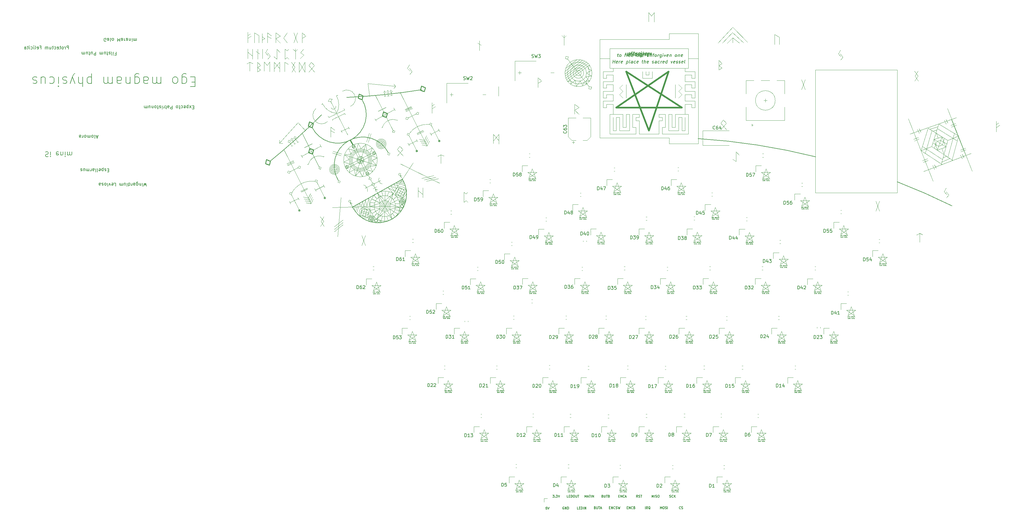
<source format=gbr>
%TF.GenerationSoftware,KiCad,Pcbnew,(5.1.7-0-10_14)*%
%TF.CreationDate,2021-04-06T14:55:12+02:00*%
%TF.ProjectId,MDMA,4d444d41-2e6b-4696-9361-645f70636258,rev?*%
%TF.SameCoordinates,Original*%
%TF.FileFunction,Legend,Top*%
%TF.FilePolarity,Positive*%
%FSLAX46Y46*%
G04 Gerber Fmt 4.6, Leading zero omitted, Abs format (unit mm)*
G04 Created by KiCad (PCBNEW (5.1.7-0-10_14)) date 2021-04-06 14:55:12*
%MOMM*%
%LPD*%
G01*
G04 APERTURE LIST*
%ADD10C,0.150000*%
%ADD11C,0.120000*%
%ADD12C,0.170000*%
%ADD13C,0.250000*%
%ADD14C,0.300000*%
%ADD15C,0.500000*%
%ADD16C,0.050000*%
%ADD17C,0.025000*%
G04 APERTURE END LIST*
D10*
X196009334Y-69662560D02*
G75*
G03*
X160100000Y-64100000I-48552286J-194742894D01*
G01*
X237586810Y-84626675D02*
G75*
G03*
X220900000Y-77300000I-88813864J-179611510D01*
G01*
D11*
X111200000Y-45500000D02*
X112300000Y-46500000D01*
X112300000Y-46500000D02*
X111200000Y-47200000D01*
X111200000Y-48500000D02*
X111200000Y-45500000D01*
X191700000Y-46100000D02*
X192800000Y-49100000D01*
X191700000Y-49100000D02*
X192800000Y-46100000D01*
X99200000Y-48200000D02*
X99200000Y-51100000D01*
X226800000Y-93500000D02*
X227700000Y-93000000D01*
X227700000Y-93000000D02*
X228600000Y-93400000D01*
X227700000Y-93000000D02*
X226800000Y-93500000D01*
X227700000Y-95700000D02*
X227700000Y-93000000D01*
X93400000Y-34200000D02*
X93400000Y-37200000D01*
X92900000Y-34900000D02*
X93900000Y-35600000D01*
X170700000Y-34800000D02*
X170700000Y-33300000D01*
X170700000Y-33300000D02*
X172700000Y-34900000D01*
X169000000Y-35000000D02*
X170700000Y-33300000D01*
X170600000Y-31700000D02*
X174000000Y-34800000D01*
X167500000Y-34900000D02*
X170600000Y-31700000D01*
X170700000Y-30100000D02*
X175200000Y-34700000D01*
X166200000Y-34900000D02*
X170700000Y-30100000D01*
X236600000Y-81300000D02*
X235900000Y-82200000D01*
X235200000Y-80300000D02*
X236000000Y-81200000D01*
X235800000Y-80300000D02*
X236600000Y-81300000D01*
X235800000Y-79200000D02*
X235200000Y-80300000D01*
X236200000Y-54900000D02*
X243700000Y-74000000D01*
X228600000Y-66500000D02*
X234700000Y-70500000D01*
X239100000Y-64700000D02*
X233100000Y-61000000D01*
X236300000Y-69800000D02*
X238300000Y-62400000D01*
X231500000Y-61600000D02*
X229400000Y-68500000D01*
X239600000Y-63300000D02*
X233600000Y-59600000D01*
X228200000Y-67800000D02*
X234600000Y-72000000D01*
X237600000Y-70700000D02*
X239600000Y-63300000D01*
X230300000Y-60900000D02*
X228200000Y-67700000D01*
X234500000Y-71200000D02*
X236900000Y-70100000D01*
X234900000Y-69900000D02*
X235900000Y-69500000D01*
X230900000Y-61200000D02*
X233200000Y-60500000D01*
X231800000Y-61800000D02*
X233000000Y-61400000D01*
X233300000Y-63900000D02*
X232700000Y-62300000D01*
X234500000Y-67100000D02*
X235100000Y-68900000D01*
X234700000Y-66000000D02*
X235300000Y-64000000D01*
X233500000Y-66400000D02*
X234700000Y-66000000D01*
X233500000Y-66400000D02*
X231700000Y-65400000D01*
X234100000Y-64600000D02*
X236000000Y-65700000D01*
X233000000Y-64900000D02*
X234100000Y-64600000D01*
X233000000Y-64900000D02*
X232100000Y-67000000D01*
X233100000Y-67600000D02*
X232100000Y-64300000D01*
X235700000Y-66700000D02*
X233100000Y-67600000D01*
X234500000Y-63500000D02*
X235700000Y-66700000D01*
X232100000Y-64300000D02*
X234500000Y-63500000D01*
X232100000Y-64300000D02*
X235700000Y-66700000D01*
X233100000Y-67600000D02*
X234500000Y-63500000D01*
X236300000Y-64600000D02*
X239600000Y-63300000D01*
X231400000Y-66500000D02*
X228200000Y-67800000D01*
X236300000Y-64600000D02*
X230300000Y-60900000D01*
X234300000Y-72000000D02*
X236300000Y-64600000D01*
X231400000Y-66500000D02*
X237800000Y-70700000D01*
X233500000Y-59700000D02*
X231400000Y-66500000D01*
X237400000Y-60600000D02*
X238900000Y-60000000D01*
X237200000Y-60100000D02*
X238700000Y-59500000D01*
X240200000Y-67600000D02*
X241700000Y-67000000D01*
X240300000Y-68100000D02*
X241800000Y-67500000D01*
X235800000Y-58300000D02*
X236300000Y-59300000D01*
X235300000Y-58500000D02*
X235800000Y-59600000D01*
X240700000Y-68900000D02*
X241200000Y-69900000D01*
X240200000Y-69100000D02*
X240700000Y-70200000D01*
X227100000Y-61300000D02*
X227600000Y-62400000D01*
X227600000Y-61100000D02*
X228100000Y-62100000D01*
X225900000Y-64300000D02*
X227300000Y-63700000D01*
X226100000Y-64800000D02*
X227500000Y-64200000D01*
X232200000Y-72100000D02*
X232700000Y-73100000D01*
X231700000Y-72300000D02*
X232200000Y-73400000D01*
X228600000Y-70800000D02*
X230100000Y-70200000D01*
X228800000Y-71300000D02*
X230300000Y-70700000D01*
X241800000Y-69200000D02*
X237400000Y-58300000D01*
X228900000Y-74100000D02*
X243400000Y-68600000D01*
X224300000Y-58000000D02*
X231800000Y-77100000D01*
X238900000Y-57700000D02*
X224800000Y-62700000D01*
X127600000Y-48300000D02*
X127400000Y-49000000D01*
X126700000Y-48800000D02*
X126800000Y-48200000D01*
X126800000Y-48200000D02*
X127600000Y-48300000D01*
X127400000Y-49000000D02*
X126700000Y-48900000D01*
X126100000Y-47400000D02*
X126800000Y-48200000D01*
X120500000Y-39100000D02*
X120300000Y-39800000D01*
X119700000Y-39000000D02*
X120500000Y-39100000D01*
X119600000Y-39600000D02*
X119700000Y-39000000D01*
X120300000Y-39800000D02*
X119600000Y-39700000D01*
X119800000Y-42500000D02*
X123100000Y-40000000D01*
X119600000Y-43400000D02*
X124100000Y-40000000D01*
X119500000Y-44300000D02*
X124800000Y-40200000D01*
X119600000Y-44900000D02*
X125400000Y-40500000D01*
X119800000Y-45500000D02*
X126000000Y-40800000D01*
X120000000Y-46100000D02*
X126600000Y-41100000D01*
X126600000Y-42800000D02*
X126900000Y-41600000D01*
X127600000Y-43200000D02*
X126600000Y-42800000D01*
X126059674Y-44100000D02*
X127600000Y-43200000D01*
X127600000Y-45000000D02*
X126059674Y-44100000D01*
X125800000Y-45200000D02*
X127600000Y-45000000D01*
X126900000Y-46500000D02*
X125800000Y-45200000D01*
X126000000Y-46500000D02*
X126900000Y-46500000D01*
X126100000Y-47400000D02*
X126000000Y-46500000D01*
X125200000Y-47000000D02*
X126000000Y-47400000D01*
X124900000Y-47900000D02*
X125200000Y-47000000D01*
X124100000Y-46500000D02*
X124900000Y-47900000D01*
X122900000Y-48100000D02*
X124100000Y-46500000D01*
X122600000Y-46300000D02*
X122900000Y-48100000D01*
X121200000Y-47400000D02*
X122600000Y-46300000D01*
X121300000Y-46500000D02*
X121200000Y-47400000D01*
X120300000Y-46600000D02*
X121300000Y-46500000D01*
X120300000Y-39800000D02*
X126100000Y-47400000D01*
X120300000Y-46600000D02*
X126900000Y-41600000D01*
X124454400Y-44100000D02*
G75*
G03*
X124454400Y-44100000I-854400J0D01*
G01*
X125181139Y-44100000D02*
G75*
G03*
X125181139Y-44100000I-1581139J0D01*
G01*
X126059675Y-44100000D02*
G75*
G03*
X126059675Y-44100000I-2459675J0D01*
G01*
X126924154Y-44100000D02*
G75*
G03*
X126924154Y-44100000I-3324154J0D01*
G01*
X127704875Y-44100000D02*
G75*
G03*
X127704875Y-44100000I-4104875J0D01*
G01*
X251100000Y-59800000D02*
X251800000Y-59300000D01*
X251100000Y-62000000D02*
X251100000Y-58800000D01*
X251100000Y-60700000D02*
X252100000Y-60000000D01*
X227300000Y-46500000D02*
X226300000Y-45000000D01*
X227200000Y-45000000D02*
X226200000Y-46500000D01*
X226100000Y-43500000D02*
X227200000Y-45000000D01*
X226300000Y-45000000D02*
X227200000Y-43500000D01*
X168700000Y-59400000D02*
X167800000Y-58400000D01*
X167000000Y-61400000D02*
X168700000Y-59400000D01*
X167000000Y-59400000D02*
X168800000Y-61400000D01*
X167800000Y-58400000D02*
X167000000Y-59400000D01*
X171700000Y-71100000D02*
X171700000Y-68100000D01*
X171700000Y-68100000D02*
X172600000Y-69100000D01*
X170700000Y-70400000D02*
X171700000Y-71100000D01*
X204300000Y-39200000D02*
X203600000Y-40100000D01*
X202900000Y-38200000D02*
X203700000Y-39100000D01*
X203500000Y-38200000D02*
X204300000Y-39200000D01*
X203500000Y-37100000D02*
X202900000Y-38200000D01*
X214400000Y-83200000D02*
X215500000Y-86200000D01*
X214400000Y-86200000D02*
X215500000Y-83200000D01*
X145900000Y-26700000D02*
X146700000Y-25600000D01*
X146700000Y-25600000D02*
X146700000Y-28500000D01*
X145000000Y-25600000D02*
X145900000Y-26700000D01*
X145000000Y-28400000D02*
X145000000Y-25600000D01*
X184900000Y-33100000D02*
X184900000Y-35300000D01*
X183500000Y-35300000D02*
X183500000Y-32300000D01*
X183500000Y-32300000D02*
X184900000Y-33100000D01*
X166400000Y-41800000D02*
X167400000Y-42500000D01*
X166400000Y-40200000D02*
X167400000Y-41200000D01*
X166400000Y-43000000D02*
X166400000Y-40200000D01*
X166400000Y-43100000D02*
X166400000Y-43000000D01*
X167400000Y-41200000D02*
X166400000Y-41800000D01*
X167400000Y-42500000D02*
X166400000Y-43100000D01*
X123800000Y-54600000D02*
X122400000Y-55400000D01*
X122400000Y-56600000D02*
X122400000Y-53600000D01*
X122400000Y-55400000D02*
X123800000Y-56700000D01*
X122400000Y-53600000D02*
X123800000Y-54600000D01*
X119200000Y-33300000D02*
X119900000Y-32600000D01*
X118500000Y-32600000D02*
X119200000Y-33300000D01*
X119200000Y-32500000D02*
X119200000Y-33300000D01*
X119200000Y-33300000D02*
X118500000Y-32600000D01*
X119200000Y-35600000D02*
X119200000Y-32500000D01*
X97600000Y-64800000D02*
X99300000Y-62800000D01*
X97600000Y-65600000D02*
X97600000Y-62800000D01*
X99300000Y-62800000D02*
X99300000Y-65700000D01*
X97600000Y-62800000D02*
X99300000Y-64700000D01*
X74700000Y-79000000D02*
X74700000Y-82000000D01*
X76100000Y-79100000D02*
X76100000Y-82100000D01*
X74700000Y-80000000D02*
X76000000Y-81100000D01*
X89700000Y-80500000D02*
X89300000Y-81000000D01*
X88600000Y-80500000D02*
X88600000Y-83500000D01*
X88600000Y-83500000D02*
X89300000Y-83000000D01*
X89300000Y-81000000D02*
X88600000Y-80500000D01*
X89300000Y-83000000D02*
X89800000Y-83500000D01*
X48000000Y-61700000D02*
X49100000Y-62300000D01*
X48000000Y-63600000D02*
X48000000Y-60600000D01*
X48000000Y-60600000D02*
X49200000Y-61500000D01*
X72800000Y-43600000D02*
X72100000Y-44500000D01*
X71400000Y-42600000D02*
X72200000Y-43500000D01*
X72000000Y-42600000D02*
X72800000Y-43600000D01*
X72000000Y-41500000D02*
X71400000Y-42600000D01*
X57500000Y-93700000D02*
X58600000Y-96700000D01*
X57500000Y-96700000D02*
X58600000Y-93700000D01*
X70000000Y-67400000D02*
X69100000Y-66400000D01*
X68300000Y-69400000D02*
X70000000Y-67400000D01*
X68300000Y-67400000D02*
X70100000Y-69400000D01*
X69100000Y-66400000D02*
X68300000Y-67400000D01*
X46000000Y-90900000D02*
X45000000Y-89400000D01*
X45900000Y-89400000D02*
X44900000Y-90900000D01*
X44800000Y-87900000D02*
X45900000Y-89400000D01*
X45000000Y-89400000D02*
X45900000Y-87900000D01*
X78900000Y-54100000D02*
X79600000Y-53600000D01*
X78900000Y-56300000D02*
X78900000Y-53100000D01*
X78900000Y-55000000D02*
X79900000Y-54300000D01*
X80700000Y-69500000D02*
X81600000Y-69000000D01*
X81600000Y-69000000D02*
X82500000Y-69400000D01*
X81600000Y-69000000D02*
X80700000Y-69500000D01*
X81600000Y-71700000D02*
X81600000Y-69000000D01*
X41300000Y-41800000D02*
X43100000Y-43800000D01*
X42100000Y-40800000D02*
X41300000Y-41800000D01*
X43000000Y-41800000D02*
X42100000Y-40800000D01*
X41300000Y-43800000D02*
X43000000Y-41800000D01*
X40100000Y-43800000D02*
X38300000Y-40800000D01*
X40100000Y-40800000D02*
X40100000Y-43800000D01*
X38300000Y-43800000D02*
X40100000Y-40800000D01*
X38300000Y-40800000D02*
X38300000Y-43800000D01*
X36200000Y-42300000D02*
X37100000Y-40800000D01*
X37200000Y-43800000D02*
X36200000Y-42300000D01*
X37100000Y-42300000D02*
X36100000Y-43800000D01*
X36000000Y-40800000D02*
X37100000Y-42300000D01*
X33900000Y-40800000D02*
X35000000Y-41400000D01*
X33900000Y-43600000D02*
X33900000Y-40800000D01*
X30700000Y-42800000D02*
X32400000Y-40800000D01*
X32400000Y-40800000D02*
X32400000Y-43700000D01*
X30700000Y-40800000D02*
X32400000Y-42700000D01*
X30700000Y-43600000D02*
X30700000Y-40800000D01*
X29400000Y-40700000D02*
X29400000Y-43600000D01*
X28600000Y-41800000D02*
X29400000Y-40700000D01*
X27700000Y-40700000D02*
X28600000Y-41800000D01*
X27700000Y-43500000D02*
X27700000Y-40700000D01*
X25600000Y-43700000D02*
X25600000Y-43600000D01*
X26600000Y-43100000D02*
X25600000Y-43700000D01*
X25600000Y-42400000D02*
X26600000Y-43100000D01*
X26600000Y-41800000D02*
X25600000Y-42400000D01*
X25600000Y-40800000D02*
X26600000Y-41800000D01*
X25600000Y-43600000D02*
X25600000Y-40800000D01*
X23300000Y-40800000D02*
X24200000Y-41200000D01*
X22400000Y-41300000D02*
X23300000Y-40800000D01*
X23300000Y-40800000D02*
X22400000Y-41300000D01*
X23300000Y-43500000D02*
X23300000Y-40800000D01*
X39800000Y-38600000D02*
X38700000Y-39700000D01*
X38800000Y-37900000D02*
X39800000Y-38600000D01*
X39700000Y-36800000D02*
X38800000Y-37900000D01*
X37200000Y-37500000D02*
X37900000Y-36800000D01*
X36500000Y-36800000D02*
X37200000Y-37500000D01*
X37200000Y-37500000D02*
X36500000Y-36800000D01*
X37200000Y-36700000D02*
X37200000Y-37500000D01*
X37200000Y-39800000D02*
X37200000Y-36700000D01*
X34700000Y-39300000D02*
X35200000Y-39800000D01*
X34000000Y-39800000D02*
X34700000Y-39300000D01*
X34000000Y-36800000D02*
X34000000Y-39800000D01*
X34700000Y-37300000D02*
X34000000Y-36800000D01*
X35100000Y-36800000D02*
X34700000Y-37300000D01*
X31600000Y-36800000D02*
X32500000Y-37800000D01*
X31600000Y-39800000D02*
X31600000Y-36800000D01*
X30600000Y-39100000D02*
X31600000Y-39800000D01*
X29500000Y-38900000D02*
X28800000Y-39800000D01*
X28700000Y-37900000D02*
X29500000Y-38900000D01*
X28100000Y-37900000D02*
X28900000Y-38800000D01*
X28700000Y-36800000D02*
X28100000Y-37900000D01*
X27200000Y-36800000D02*
X27200000Y-39700000D01*
X25200000Y-37500000D02*
X26200000Y-38200000D01*
X25700000Y-36800000D02*
X25700000Y-39800000D01*
X22700000Y-37700000D02*
X24000000Y-38800000D01*
X24100000Y-36800000D02*
X24100000Y-39800000D01*
X22700000Y-36700000D02*
X22700000Y-39700000D01*
X40400000Y-32800000D02*
X39300000Y-33500000D01*
X39300000Y-31800000D02*
X40400000Y-32800000D01*
X39300000Y-34800000D02*
X39300000Y-31800000D01*
X36700000Y-31800000D02*
X37800000Y-34800000D01*
X36700000Y-34800000D02*
X37800000Y-31800000D01*
X33600000Y-33400000D02*
X34700000Y-34800000D01*
X34700000Y-31800000D02*
X33600000Y-33400000D01*
X31200000Y-33600000D02*
X32600000Y-34900000D01*
X32600000Y-32800000D02*
X31200000Y-33600000D01*
X31200000Y-31800000D02*
X32600000Y-32800000D01*
X31200000Y-34800000D02*
X31200000Y-31800000D01*
X28700000Y-32900000D02*
X29800000Y-33500000D01*
X28700000Y-31800000D02*
X29900000Y-32700000D01*
X28700000Y-34800000D02*
X28700000Y-31800000D01*
X27800000Y-33600000D02*
X27100000Y-34000000D01*
X27100000Y-33000000D02*
X27800000Y-33600000D01*
X27100000Y-34800000D02*
X27100000Y-32000000D01*
X26100000Y-32600000D02*
X26100000Y-34800000D01*
X24700000Y-31800000D02*
X26100000Y-32600000D01*
X24700000Y-34800000D02*
X24700000Y-31800000D01*
X22700000Y-33500000D02*
X23700000Y-32800000D01*
X22700000Y-32600000D02*
X23400000Y-32100000D01*
X22700000Y-34800000D02*
X22700000Y-31600000D01*
X79400000Y-75400000D02*
X75800000Y-76200000D01*
X80100000Y-75900000D02*
X76500000Y-76700000D01*
X80800000Y-76300000D02*
X77200000Y-77100000D01*
X49100000Y-91000000D02*
X51700000Y-88900000D01*
X49100000Y-91800000D02*
X51700000Y-89700000D01*
X49100000Y-92500000D02*
X51700000Y-90400000D01*
X69200000Y-75300000D02*
X69700000Y-75500000D01*
X69200000Y-75300000D02*
X69200000Y-75800000D01*
X53913417Y-83519534D02*
X54500000Y-83900000D01*
X53913417Y-83519534D02*
X53900000Y-84100000D01*
X69363878Y-74768634D02*
X69189072Y-75306633D01*
X69189072Y-75306633D02*
X68651073Y-75131825D01*
X69363878Y-74768634D02*
X68825880Y-74593828D01*
X68825880Y-74593828D02*
X68651073Y-75131825D01*
X53913417Y-83519534D02*
X53375418Y-83344728D01*
X54088223Y-82981534D02*
X53913417Y-83519534D01*
X53550224Y-82806729D02*
X53375418Y-83344728D01*
X54088223Y-82981534D02*
X53550224Y-82806729D01*
X69900000Y-76500000D02*
X69200000Y-75300000D01*
X53900000Y-83500000D02*
X54700000Y-85000000D01*
X69300000Y-71800000D02*
X81200000Y-77700000D01*
X51100000Y-82100000D02*
X50100000Y-94000000D01*
X70400000Y-82800000D02*
X69600000Y-83800000D01*
X70200000Y-82600000D02*
X69400000Y-83600000D01*
X69100000Y-81700000D02*
X70300000Y-79600000D01*
X68600000Y-81300000D02*
X69700000Y-79400000D01*
X59700000Y-88400000D02*
X60800000Y-88900000D01*
X59800000Y-88000000D02*
X61000000Y-88600000D01*
X57200000Y-86600000D02*
X59500000Y-87300000D01*
X57400000Y-86100000D02*
X59600000Y-86800000D01*
X69500000Y-82700000D02*
X70500000Y-83500000D01*
X69300000Y-82900000D02*
X70300000Y-83700000D01*
X68500000Y-79700000D02*
X70500000Y-80800000D01*
X68200000Y-80200000D02*
X70300000Y-81300000D01*
X60800000Y-87900000D02*
X60300000Y-89100000D01*
X60500000Y-87800000D02*
X60000000Y-89000000D01*
X59000000Y-85600000D02*
X58400000Y-88000000D01*
X58400000Y-85400000D02*
X57700000Y-87800000D01*
X70200000Y-84600000D02*
X69600000Y-84200000D01*
X69800000Y-85200000D02*
X70200000Y-84600000D01*
X69300000Y-84800000D02*
X69800000Y-85200000D01*
X69600000Y-84200000D02*
X69300000Y-84800000D01*
X70532456Y-83200000D02*
G75*
G03*
X70532456Y-83200000I-632456J0D01*
G01*
X70540175Y-80500000D02*
G75*
G03*
X70540175Y-80500000I-1140175J0D01*
G01*
X60909125Y-88500000D02*
G75*
G03*
X60909125Y-88500000I-552523J0D01*
G01*
X59500000Y-86700000D02*
G75*
G03*
X59500000Y-86700000I-1092008J0D01*
G01*
X61900000Y-89500000D02*
X61400000Y-89200000D01*
X62200000Y-89000000D02*
X61900000Y-89500000D01*
X61700000Y-88600000D02*
X62200000Y-89000000D01*
X61700000Y-88600000D02*
X61400000Y-89200000D01*
X70800000Y-83200000D02*
X69800000Y-82300000D01*
X70000000Y-84100000D02*
X70800000Y-83200000D01*
X69000000Y-83300000D02*
X70000000Y-84100000D01*
X69700000Y-82300000D02*
X69000000Y-83300000D01*
X61200000Y-88100000D02*
X60700000Y-89300000D01*
X60100000Y-87700000D02*
X61200000Y-88100000D01*
X59500000Y-88800000D02*
X60000000Y-87700000D01*
X60700000Y-89300000D02*
X59500000Y-88800000D01*
X69300000Y-86200000D02*
G75*
G03*
X69300000Y-86200000I-200000J0D01*
G01*
X69760555Y-85600000D02*
G75*
G03*
X69760555Y-85600000I-360555J0D01*
G01*
X63500000Y-89400000D02*
G75*
G03*
X63500000Y-89400000I-200000J0D01*
G01*
X63060555Y-89300000D02*
G75*
G03*
X63060555Y-89300000I-360555J0D01*
G01*
X70209902Y-84700000D02*
G75*
G03*
X70209902Y-84700000I-509902J0D01*
G01*
X62309902Y-89100000D02*
G75*
G03*
X62309902Y-89100000I-509902J0D01*
G01*
X70843398Y-83200000D02*
G75*
G03*
X70843398Y-83200000I-943398J0D01*
G01*
X61300000Y-88500000D02*
G75*
G03*
X61300000Y-88500000I-943398J0D01*
G01*
X71000000Y-79900000D02*
X68900000Y-79000000D01*
X69900000Y-82100000D02*
X71000000Y-79900000D01*
X69900000Y-82100000D02*
X67800000Y-81100000D01*
X68800000Y-79000000D02*
X67800000Y-81100000D01*
X57600000Y-85200000D02*
X59900000Y-85900000D01*
X59200000Y-88200000D02*
X59900000Y-85900000D01*
X59200000Y-88200000D02*
X56900000Y-87500000D01*
X57600000Y-85200000D02*
X56900000Y-87500000D01*
X65400000Y-79000000D02*
X67000000Y-80800000D01*
X67500000Y-80100000D02*
X65400000Y-79000000D01*
X66300000Y-78500000D02*
X67500000Y-80100000D01*
X68000000Y-79300000D02*
X66300000Y-78500000D01*
X67200000Y-78000000D02*
X68000000Y-79300000D01*
X68500000Y-78500000D02*
X67200000Y-78000000D01*
X68000000Y-77600000D02*
X68500000Y-78500000D01*
X59600000Y-82200000D02*
X59900000Y-84800000D01*
X59000000Y-84800000D02*
X59600000Y-82200000D01*
X58600000Y-82800000D02*
X59000000Y-84800000D01*
X58100000Y-84800000D02*
X58600000Y-82800000D01*
X57700000Y-83300000D02*
X58100000Y-84800000D01*
X57200000Y-84900000D02*
X57700000Y-83300000D01*
X56800000Y-83800000D02*
X57200000Y-84900000D01*
X71118398Y-80500000D02*
G75*
G03*
X71118398Y-80500000I-1718398J0D01*
G01*
X60126390Y-86700000D02*
G75*
G03*
X60126390Y-86700000I-1718398J0D01*
G01*
X65000000Y-84700000D02*
G75*
G03*
X65000000Y-84700000I-488307J0D01*
G01*
X64511693Y-84700000D02*
G75*
G03*
X64511693Y-84700000I-11693J0D01*
G01*
X65405611Y-84700000D02*
G75*
G03*
X65405611Y-84700000I-893918J0D01*
G01*
X65815432Y-84700000D02*
G75*
G03*
X65815432Y-84700000I-1303739J0D01*
G01*
X62100000Y-86800000D02*
X61200000Y-87800000D01*
X61400000Y-85600000D02*
X60100000Y-86000000D01*
X61500000Y-83700000D02*
X60100000Y-83600000D01*
X62100000Y-82500000D02*
X61200000Y-81500000D01*
X63900000Y-81600000D02*
X63500000Y-80200000D01*
X65200000Y-81600000D02*
X65800000Y-80300000D01*
X69000000Y-83900000D02*
X67600000Y-83900000D01*
X68000000Y-81700000D02*
X67100000Y-82700000D01*
X66100000Y-84000000D02*
X68600000Y-82700000D01*
X64511693Y-83008735D02*
X64600000Y-80200000D01*
X63100000Y-83800000D02*
X60500000Y-82500000D01*
X63000000Y-85500000D02*
X60500000Y-87000000D01*
X66100000Y-84000000D02*
X69100000Y-85000000D01*
X67000000Y-80800000D02*
X66100000Y-84000000D01*
X64511693Y-83008735D02*
X67000000Y-80800000D01*
X62288307Y-80700000D02*
X64511693Y-83008735D01*
X63100000Y-83800000D02*
X62288307Y-80700000D01*
X59900000Y-84800000D02*
X63100000Y-83800000D01*
X63000000Y-85500000D02*
X59900000Y-84800000D01*
X62100000Y-88600000D02*
X63000000Y-85500000D01*
X68900000Y-86000000D02*
X67600000Y-85800000D01*
X67600000Y-88100000D02*
X66900000Y-87000000D01*
X66000000Y-85600000D02*
X68400000Y-87100000D01*
X66000000Y-85600000D02*
X69000000Y-85000000D01*
X66600000Y-88600000D02*
X66000000Y-85600000D01*
X65500000Y-89200000D02*
X65100000Y-87900000D01*
X63300000Y-89100000D02*
X63700000Y-87800000D01*
X64400000Y-86400000D02*
X64400000Y-89300000D01*
X64400000Y-86400000D02*
X66700000Y-88700000D01*
X62100000Y-88600000D02*
X64400000Y-86400000D01*
X64511693Y-84700000D02*
X62100000Y-88600000D01*
X64511693Y-84700000D02*
X69100000Y-85000000D01*
X67724994Y-84700000D02*
G75*
G03*
X67724994Y-84700000I-3213301J0D01*
G01*
X66202959Y-84700000D02*
G75*
G03*
X66202959Y-84700000I-1691266J0D01*
G01*
X70400000Y-77400000D02*
X68900000Y-77000000D01*
X70700000Y-78400000D02*
X67900000Y-77600000D01*
X70600000Y-77900000D02*
X68400000Y-77300000D01*
X55100000Y-85900000D02*
X55600000Y-84400000D01*
X55900000Y-86800000D02*
X56800000Y-83800000D01*
X55500000Y-86300000D02*
X56200000Y-84100000D01*
X66700000Y-88700000D02*
X62288307Y-80700000D01*
X73100000Y-71500000D02*
X64511693Y-84700000D01*
X48500000Y-85100000D02*
X64511693Y-84700000D01*
X69100000Y-84700000D02*
G75*
G03*
X69100000Y-84700000I-4588307J0D01*
G01*
D10*
X54600000Y-85000000D02*
X69900000Y-76500000D01*
D12*
X69891984Y-76530872D02*
G75*
G02*
X54657585Y-85043426I-7461129J-4535587D01*
G01*
D11*
X74400000Y-67900000D02*
G75*
G03*
X74400000Y-67900000I-100000J0D01*
G01*
X68160575Y-58476192D02*
X68359086Y-58451818D01*
X63766224Y-60671314D02*
X63603533Y-60748492D01*
X32348756Y-65492855D02*
X32338328Y-64587376D01*
X38030771Y-59253888D02*
X32348756Y-65492855D01*
X33365675Y-65569496D02*
X32348756Y-65492855D01*
X38030771Y-59253888D02*
X40245655Y-61702210D01*
X67824134Y-48159834D02*
X67202473Y-48840669D01*
X67230365Y-47426731D02*
X67824134Y-48159834D01*
X59354449Y-47285512D02*
X67824134Y-48159834D01*
X59804220Y-51139891D02*
X59354449Y-47285512D01*
X74303807Y-62557945D02*
X76203591Y-61619424D01*
X74439622Y-62843522D02*
X76339406Y-61905000D01*
X75562707Y-65425900D02*
X77112460Y-65739369D01*
X77384091Y-66310524D02*
X78019698Y-64922717D01*
X77112460Y-65739369D02*
X77748067Y-64351564D01*
X75019445Y-64283592D02*
X76569199Y-64597062D01*
X76569199Y-64597062D02*
X77204806Y-63209256D01*
X76840830Y-65168216D02*
X77476437Y-63780411D01*
X75291076Y-64854746D02*
X76840830Y-65168216D01*
X75834337Y-65997055D02*
X77384091Y-66310524D01*
X40421042Y-83644390D02*
X41970795Y-83957858D01*
X41970795Y-83957858D02*
X42606402Y-82570054D01*
X41699164Y-83386706D02*
X42334771Y-81998899D01*
X40149409Y-83073236D02*
X41699164Y-83386706D01*
X39877780Y-82502082D02*
X41427533Y-82815551D01*
X41427533Y-82815551D02*
X42063140Y-81427746D01*
X41155903Y-82244397D02*
X41791509Y-80856591D01*
X39606149Y-81930929D02*
X41155903Y-82244397D01*
X39014138Y-80391602D02*
X40913923Y-79453081D01*
X38878325Y-80106026D02*
X40778108Y-79167504D01*
X52253832Y-55290993D02*
X52006575Y-54918349D01*
X47399024Y-57599855D02*
X47151768Y-57227211D01*
X67004398Y-61562723D02*
X66829593Y-62100721D01*
X67201199Y-54765450D02*
X67596458Y-55522926D01*
X67367591Y-62275528D02*
X66829593Y-62100721D01*
X67542398Y-61737530D02*
X67367591Y-62275528D01*
X67542398Y-61737530D02*
X67004398Y-61562723D01*
X63766225Y-60671314D02*
G75*
G02*
X68160575Y-58476192I3214463J-938918D01*
G01*
X62485725Y-55747442D02*
X64857409Y-54549477D01*
D13*
X65227200Y-56403047D02*
X64065871Y-55923069D01*
D11*
X61451341Y-57990219D02*
X61846600Y-58747694D01*
D13*
X64936100Y-57630992D02*
X63751855Y-57205394D01*
X65227200Y-56403047D02*
X64936100Y-57630992D01*
X64065871Y-55923069D02*
X63751855Y-57205394D01*
D11*
X61698598Y-58362863D02*
X67361387Y-55249537D01*
X39973897Y-66873878D02*
X42345580Y-65675914D01*
X45648747Y-69602628D02*
X45946511Y-69566066D01*
X41254397Y-71797750D02*
X40905381Y-71998558D01*
X45030569Y-72863966D02*
X44492571Y-72689160D01*
X44855762Y-73401964D02*
X44317764Y-73227158D01*
X45030569Y-72863966D02*
X44855762Y-73401964D01*
X44492571Y-72689160D02*
X44317764Y-73227158D01*
X41254396Y-71797749D02*
G75*
G02*
X45648747Y-69602628I3214463J-938919D01*
G01*
X44689371Y-65891886D02*
X45084630Y-66649362D01*
X38939514Y-69116656D02*
X39334772Y-69874131D01*
X39186770Y-69489300D02*
X44849561Y-66375973D01*
X70685537Y-55244386D02*
X72585322Y-54305865D01*
X70957170Y-55815539D02*
X72856954Y-54877018D01*
X70821354Y-55529964D02*
X72721138Y-54591442D01*
X34629727Y-71761601D02*
X36529511Y-70823080D01*
X34765542Y-72047178D02*
X36665325Y-71108657D01*
X34901357Y-72332754D02*
X36801141Y-71394234D01*
D13*
X65227200Y-56403047D02*
X64065871Y-55923069D01*
X64936100Y-57630992D02*
X63751855Y-57205394D01*
X65227200Y-56403047D02*
X64936100Y-57630992D01*
X64065871Y-55923069D02*
X63751855Y-57205394D01*
X42715373Y-67529483D02*
X42424272Y-68757429D01*
X41554042Y-67049505D02*
X41240027Y-68331831D01*
X42715373Y-67529483D02*
X41554042Y-67049505D01*
X42424272Y-68757429D02*
X41240027Y-68331831D01*
D11*
X74822914Y-56209049D02*
X74284914Y-56034243D01*
X74648106Y-56747049D02*
X74110109Y-56572242D01*
X74822914Y-56209049D02*
X74648106Y-56747049D01*
X74284914Y-56034243D02*
X74110109Y-56572242D01*
X71044313Y-57540400D02*
X70869507Y-58078399D01*
X71407506Y-58253205D02*
X70869507Y-58078399D01*
X71582312Y-57715206D02*
X71044313Y-57540400D01*
X71582312Y-57715206D02*
X71407506Y-58253205D01*
X71597926Y-57751885D02*
X74068864Y-56541733D01*
X38216916Y-72452204D02*
X38042108Y-72990202D01*
X38580108Y-73165009D02*
X38042108Y-72990202D01*
X38754913Y-72627010D02*
X38216916Y-72452204D01*
X38754913Y-72627010D02*
X38580108Y-73165009D01*
X35339506Y-74671166D02*
X34801508Y-74496359D01*
X35514314Y-74133166D02*
X35339506Y-74671166D01*
X34976314Y-73958361D02*
X34801508Y-74496359D01*
X35514314Y-74133166D02*
X34976314Y-73958361D01*
X35529927Y-74169845D02*
X38000865Y-72959694D01*
X78310553Y-62368230D02*
X78705812Y-63125706D01*
X80880745Y-61145891D02*
X81276004Y-61903369D01*
X78557810Y-62740876D02*
X81028747Y-61530724D01*
X71543775Y-65516359D02*
X71939033Y-66273836D01*
X74113966Y-64294021D02*
X74509227Y-65051496D01*
X71791031Y-65889003D02*
X74261969Y-64678853D01*
X45692091Y-78161139D02*
X46087351Y-78918616D01*
X43121898Y-79383478D02*
X43517158Y-80140954D01*
X37906633Y-82038852D02*
X38301893Y-82796327D01*
X35336441Y-83261191D02*
X35731700Y-84018666D01*
X74454187Y-67891560D02*
G75*
G03*
X74454187Y-67891560I-200000J0D01*
G01*
X74554187Y-67891560D02*
G75*
G03*
X74554187Y-67891560I-300000J0D01*
G01*
X46391756Y-82230578D02*
G75*
G03*
X46391756Y-82230578I-200001J0D01*
G01*
X46491755Y-82230578D02*
G75*
G03*
X46491755Y-82230578I-300000J0D01*
G01*
X46291755Y-82230578D02*
G75*
G03*
X46291755Y-82230578I-100000J0D01*
G01*
X43369155Y-79756123D02*
X45840094Y-78545971D01*
X81333153Y-64842686D02*
G75*
G03*
X81333153Y-64842686I-200001J0D01*
G01*
X81433153Y-64842686D02*
G75*
G03*
X81433153Y-64842686I-300001J0D01*
G01*
X81233153Y-64842686D02*
G75*
G03*
X81233153Y-64842686I-100001J0D01*
G01*
X38722023Y-86040039D02*
G75*
G03*
X38722023Y-86040039I-300000J0D01*
G01*
X38622023Y-86040039D02*
G75*
G03*
X38622023Y-86040039I-200000J0D01*
G01*
X38522022Y-86040039D02*
G75*
G03*
X38522022Y-86040039I-99999J0D01*
G01*
X35583698Y-83633836D02*
X38054636Y-82423683D01*
X78672189Y-59980739D02*
X81122882Y-64784772D01*
X71859002Y-63160381D02*
X74309697Y-67964414D01*
X43741061Y-77426545D02*
X46191755Y-82230578D01*
X35943416Y-81205004D02*
X38394111Y-86009037D01*
X78846995Y-59442741D02*
X78308997Y-59267935D01*
X78672189Y-59980739D02*
X78134190Y-59805932D01*
X78308997Y-59267935D02*
X78134190Y-59805932D01*
X78846995Y-59442741D02*
X78672189Y-59980739D01*
X71806156Y-63141054D02*
X71268157Y-62966249D01*
X71980963Y-62603056D02*
X71442964Y-62428249D01*
X71442964Y-62428249D02*
X71268157Y-62966249D01*
X71980963Y-62603056D02*
X71806156Y-63141054D01*
X35933148Y-81147090D02*
X35395150Y-80972283D01*
X36107954Y-80609091D02*
X35569955Y-80434284D01*
X35569955Y-80434284D02*
X35395150Y-80972283D01*
X36107954Y-80609091D02*
X35933148Y-81147090D01*
X43905598Y-76830633D02*
X43367601Y-76655827D01*
X43367601Y-76655827D02*
X43192794Y-77193824D01*
X43905598Y-76830633D02*
X43730792Y-77368632D01*
X43730792Y-77368632D02*
X43192794Y-77193824D01*
X71936738Y-62631347D02*
G75*
G02*
X78092946Y-59775425I5447353J-3679177D01*
G01*
X36125125Y-80648892D02*
G75*
G02*
X43151550Y-77163316I6056366J-3383847D01*
G01*
X51567143Y-49646419D02*
G75*
G02*
X54042173Y-54265405I1376320J-2235116D01*
G01*
X47064800Y-58868038D02*
G75*
G02*
X43448063Y-54961693I-1859805J1905549D01*
G01*
X66229637Y-50955456D02*
X66825164Y-50882334D01*
X66429904Y-50124858D02*
X66527399Y-50918894D01*
X66678920Y-49691279D02*
X66320222Y-49231565D01*
X66678920Y-49691279D02*
X66429904Y-50124858D01*
X66429904Y-50124858D02*
X66120333Y-49759863D01*
X66320222Y-49231565D02*
X66120333Y-49759863D01*
X66527399Y-50918894D02*
X66229637Y-50955456D01*
X65327676Y-49353436D02*
X65127787Y-49881734D01*
X65534852Y-51040763D02*
X65237089Y-51077324D01*
X65437357Y-50246727D02*
X65534852Y-51040763D01*
X65237089Y-51077324D02*
X65832617Y-51004202D01*
X65437357Y-50246727D02*
X65127787Y-49881734D01*
X65686374Y-49813147D02*
X65437357Y-50246727D01*
X65686374Y-49813147D02*
X65327676Y-49353436D01*
X64244543Y-51199193D02*
X64840071Y-51126072D01*
X64542307Y-51162633D02*
X64244543Y-51199193D01*
X64444812Y-50368597D02*
X64542307Y-51162633D01*
X64444812Y-50368597D02*
X64135241Y-50003602D01*
X64693828Y-49935016D02*
X64444812Y-50368597D01*
X64693828Y-49935016D02*
X64335130Y-49475304D01*
X64335130Y-49475304D02*
X64135241Y-50003602D01*
X62959130Y-66167417D02*
X63754927Y-65263698D01*
X64606655Y-65709464D02*
G75*
G03*
X64606655Y-65709464I-1199999J0D01*
G01*
X64006656Y-65709464D02*
G75*
G03*
X64006656Y-65709464I-600000J0D01*
G01*
X64306655Y-65709464D02*
G75*
G03*
X64306655Y-65709464I-899999J0D01*
G01*
X64919929Y-65709464D02*
G75*
G03*
X64919929Y-65709464I-1513273J0D01*
G01*
X49745952Y-73431846D02*
X49150423Y-73504968D01*
X49150423Y-73504968D02*
X48554896Y-73578090D01*
X49750424Y-73504968D02*
G75*
G03*
X49750424Y-73504968I-600001J0D01*
G01*
X50050426Y-73504968D02*
G75*
G03*
X50050426Y-73504968I-900003J0D01*
G01*
X50350424Y-73504968D02*
G75*
G03*
X50350424Y-73504968I-1200001J0D01*
G01*
X50663698Y-73504968D02*
G75*
G03*
X50663698Y-73504968I-1513275J0D01*
G01*
X37447393Y-63619213D02*
X36909394Y-63444407D01*
X37272587Y-64157212D02*
X37955762Y-65207405D01*
X37272587Y-64157212D02*
X36734589Y-63982406D01*
X37447393Y-63619213D02*
X37272587Y-64157212D01*
X36909394Y-63444407D02*
X36734589Y-63982406D01*
X38142085Y-65083776D02*
X37769440Y-65331034D01*
X36328789Y-64676101D02*
X35790790Y-64501294D01*
X36503596Y-64138101D02*
X36328789Y-64676101D01*
X35965596Y-63963296D02*
X35790790Y-64501294D01*
X37198286Y-65602665D02*
X36825642Y-65849922D01*
X36328789Y-64676101D02*
X37011963Y-65726294D01*
X36503596Y-64138101D02*
X35965596Y-63963296D01*
X36365929Y-66208621D02*
X35993285Y-66455877D01*
X35671239Y-64744057D02*
X35133239Y-64569250D01*
X35133239Y-64569250D02*
X34958432Y-65107250D01*
X35671239Y-64744057D02*
X35496432Y-65282055D01*
X35496432Y-65282055D02*
X34958432Y-65107250D01*
X35496432Y-65282055D02*
X36179607Y-66332248D01*
X69203016Y-50119974D02*
X77384091Y-66310524D01*
X61590802Y-50920527D02*
X67037364Y-61636633D01*
X39350605Y-62618116D02*
X44468859Y-72736668D01*
X33765346Y-67568801D02*
X41970795Y-83957858D01*
D13*
X75692733Y-48047407D02*
X75378719Y-49329732D01*
X76854064Y-48527385D02*
X75692733Y-48047407D01*
X76562963Y-49755331D02*
X75378719Y-49329732D01*
X76854064Y-48527385D02*
X76562963Y-49755331D01*
X29535364Y-70961302D02*
X29244264Y-72189248D01*
X28374034Y-70481324D02*
X28060020Y-71763649D01*
X29535364Y-70961302D02*
X28374034Y-70481324D01*
X29244264Y-72189248D02*
X28060020Y-71763649D01*
D10*
X52896210Y-51518440D02*
G75*
G03*
X75784213Y-49177795I-8732850J198469725D01*
G01*
X29641916Y-70878148D02*
G75*
G03*
X45192808Y-56863235I-125934791J155371799D01*
G01*
D13*
X57809364Y-50966531D02*
X57518264Y-52194476D01*
X56648034Y-50486553D02*
X56334019Y-51768878D01*
X57809364Y-50966531D02*
X56648034Y-50486553D01*
X57518264Y-52194476D02*
X56334019Y-51768878D01*
X42633708Y-59479430D02*
X41472379Y-58999453D01*
X42633708Y-59479430D02*
X42342609Y-60707378D01*
X41472379Y-58999453D02*
X41158365Y-60281778D01*
X42342609Y-60707378D02*
X41158365Y-60281778D01*
D12*
X57578347Y-52226761D02*
G75*
G02*
X42343948Y-60739315I-7461129J-4535587D01*
G01*
D11*
X59413856Y-65192209D02*
X60300237Y-62564600D01*
X58893209Y-65054633D02*
X59779591Y-62427025D01*
X48528890Y-68442982D02*
X51156499Y-69329364D01*
X48666465Y-67922336D02*
X51294075Y-68808717D01*
X65525880Y-68393828D02*
X65351073Y-68931825D01*
X66063878Y-68568634D02*
X65525880Y-68393828D01*
X65889072Y-69106633D02*
X65351073Y-68931825D01*
X66063878Y-68568634D02*
X65889072Y-69106633D01*
X50888223Y-77081534D02*
X50350224Y-76906729D01*
X50350224Y-76906729D02*
X50175418Y-77444728D01*
X50888223Y-77081534D02*
X50713417Y-77619534D01*
X50713417Y-77619534D02*
X50175418Y-77444728D01*
D12*
X50312260Y-76881037D02*
G75*
G02*
X65546659Y-68368483I7461129J4535587D01*
G01*
D11*
X49499491Y-54141526D02*
G75*
G02*
X48149591Y-54686670I-679492J-261326D01*
G01*
X47198883Y-52687631D02*
X47609847Y-51931915D01*
X48428258Y-52032928D02*
X47609847Y-51931915D01*
X48017294Y-52788646D02*
X48428258Y-52032928D01*
X48017294Y-52788646D02*
X47198883Y-52687631D01*
X49738536Y-51041951D02*
X50092972Y-50821018D01*
X45512050Y-53427545D02*
X45199844Y-53638339D01*
X45512050Y-53427544D02*
G75*
G03*
X49770706Y-56401890I4641856J2110254D01*
G01*
X49738535Y-51041950D02*
G75*
G02*
X49770706Y-56401890I-4625759J-2707831D01*
G01*
X47399024Y-57599855D02*
X52253832Y-55290993D01*
X48489065Y-58272023D02*
X48624881Y-58557600D01*
X49432864Y-57753135D02*
X48489065Y-58272023D01*
X52189378Y-56407169D02*
X52436635Y-56779813D01*
X49432864Y-57753135D02*
X52189378Y-56407169D01*
X51123584Y-61676332D02*
X51494469Y-62235298D01*
X53544014Y-60875385D02*
X53667643Y-61061707D01*
X53296757Y-60502740D02*
X53544014Y-60875385D01*
X51247212Y-61862653D02*
X53432574Y-60788318D01*
X48017294Y-52788646D02*
X53135549Y-62907198D01*
D14*
X53998131Y-64600111D02*
X54724515Y-66025722D01*
D11*
X61620676Y-79493836D02*
X62309249Y-79730197D01*
X61584040Y-80192879D02*
X61620676Y-79493836D01*
X60926868Y-79357339D02*
X61956900Y-78810497D01*
X63746506Y-77948084D02*
G75*
G02*
X62802480Y-76050970I122603J1244445D01*
G01*
X58090653Y-78258231D02*
G75*
G02*
X59176863Y-80266997I-595760J-1620207D01*
G01*
X63160063Y-76870810D02*
X58530157Y-79231734D01*
X61122037Y-78499391D02*
X62300000Y-80700000D01*
X61340545Y-77826891D02*
X61122037Y-78499391D01*
X60449538Y-78280883D02*
X61122037Y-78499391D01*
X60668046Y-77608384D02*
X61340545Y-77826891D01*
X60668046Y-77608384D02*
X60449538Y-78280883D01*
X60166980Y-76660283D02*
X60668046Y-77608384D01*
X60166980Y-76660283D02*
X59628980Y-76485477D01*
X60341786Y-76122286D02*
X60166980Y-76660283D01*
X60341786Y-76122286D02*
X59803786Y-75947478D01*
X59803786Y-75947478D02*
X59628980Y-76485477D01*
X59404954Y-75211601D02*
X59803786Y-75947478D01*
X56001619Y-70294331D02*
X57427230Y-69567946D01*
X56682606Y-71630840D02*
X58108214Y-70904457D01*
X57427230Y-69567946D02*
X58153614Y-70993556D01*
X56001619Y-70294331D02*
X56728004Y-71719940D01*
X58711648Y-74974064D02*
X59620297Y-74511083D01*
X59404954Y-75211601D02*
X58938977Y-74297070D01*
X60944755Y-68101263D02*
X61403242Y-69001090D01*
X60721922Y-68787079D02*
X61630572Y-68324098D01*
X54534935Y-66776805D02*
X55434763Y-66318319D01*
X54769914Y-66114822D02*
X55216255Y-66990816D01*
X52512894Y-72991357D02*
X53456692Y-72472470D01*
X53244238Y-73203812D02*
X52725349Y-72260013D01*
X60177616Y-70643943D02*
G75*
G03*
X60177616Y-70643943I-3099998J0D01*
G01*
X59879402Y-70643943D02*
G75*
G03*
X59879402Y-70643943I-2801784J0D01*
G01*
X59579617Y-70643943D02*
G75*
G03*
X59579617Y-70643943I-2501999J0D01*
G01*
X55176382Y-73520627D02*
X55504359Y-75485932D01*
X53572570Y-74337809D02*
X55176382Y-73520627D01*
X54184393Y-72454812D02*
X53572570Y-74337809D01*
X51983603Y-71219287D02*
X53866599Y-71831110D01*
X53587414Y-70402104D02*
X51983603Y-71219287D01*
X52235628Y-69070686D02*
X53587414Y-70402104D01*
X54200934Y-68742708D02*
X52235628Y-69070686D01*
X53383751Y-67138897D02*
X54200934Y-68742708D01*
X55266747Y-67750719D02*
X53383751Y-67138897D01*
X56413174Y-65595328D02*
X55801351Y-67478324D01*
X57230358Y-67199140D02*
X56413174Y-65595328D01*
X58650875Y-65801956D02*
X57230358Y-67199140D01*
X58978852Y-67767261D02*
X58650875Y-65801956D01*
X60582664Y-66950078D02*
X58978852Y-67767261D01*
X59970841Y-68833073D02*
X60582664Y-66950078D01*
X62080833Y-69890400D02*
X60332338Y-69322280D01*
X60611521Y-70751284D02*
X62126232Y-69979501D01*
X61919605Y-72217201D02*
X60611521Y-70751284D01*
X59954300Y-72545179D02*
X61919605Y-72217201D01*
X60771483Y-74148992D02*
X59954300Y-72545179D01*
X58888487Y-73537168D02*
X60771483Y-74148992D01*
X57652960Y-75737958D02*
X58264782Y-73854963D01*
X56790376Y-74045046D02*
X57652960Y-75737958D01*
X55504359Y-75485932D02*
X56790376Y-74045046D01*
X55504359Y-75485932D02*
X58650875Y-65801956D01*
X52235628Y-69070686D02*
X61919605Y-72217201D01*
X57077618Y-70643943D02*
X52235628Y-69070686D01*
X60514184Y-70643943D02*
G75*
G03*
X60514184Y-70643943I-3436566J0D01*
G01*
X59672256Y-75075404D02*
X55017580Y-65940089D01*
X52373761Y-72703980D02*
X61509076Y-68049303D01*
X61686148Y-68555587D02*
G75*
G03*
X61686148Y-68555587I-509900J0D01*
G01*
X53494696Y-72731913D02*
G75*
G03*
X53494696Y-72731913I-509903J0D01*
G01*
X59675876Y-74742574D02*
G75*
G03*
X59675876Y-74742574I-509902J0D01*
G01*
X55499163Y-66545313D02*
G75*
G03*
X55499163Y-66545313I-509903J0D01*
G01*
X58182153Y-70643943D02*
G75*
G03*
X58182153Y-70643943I-1104535J0D01*
G01*
X52646156Y-73238583D02*
X61781472Y-68583909D01*
X59137653Y-75347798D02*
X54482976Y-66212483D01*
X62204018Y-70643943D02*
G75*
G03*
X62204018Y-70643943I-5126400J0D01*
G01*
D10*
X-17795238Y-38171428D02*
X-17461904Y-38171428D01*
X-17461904Y-37647619D02*
X-17461904Y-38647619D01*
X-17938095Y-38647619D01*
X-18319047Y-37647619D02*
X-18319047Y-38314285D01*
X-18319047Y-38647619D02*
X-18271428Y-38600000D01*
X-18319047Y-38552380D01*
X-18366666Y-38600000D01*
X-18319047Y-38647619D01*
X-18319047Y-38552380D01*
X-18938095Y-37647619D02*
X-18842857Y-37695238D01*
X-18795238Y-37790476D01*
X-18795238Y-38647619D01*
X-19271428Y-37695238D02*
X-19366666Y-37647619D01*
X-19557142Y-37647619D01*
X-19652380Y-37695238D01*
X-19700000Y-37790476D01*
X-19700000Y-37838095D01*
X-19652380Y-37933333D01*
X-19557142Y-37980952D01*
X-19414285Y-37980952D01*
X-19319047Y-38028571D01*
X-19271428Y-38123809D01*
X-19271428Y-38171428D01*
X-19319047Y-38266666D01*
X-19414285Y-38314285D01*
X-19557142Y-38314285D01*
X-19652380Y-38266666D01*
X-19985714Y-38314285D02*
X-20366666Y-38314285D01*
X-20128571Y-38647619D02*
X-20128571Y-37790476D01*
X-20176190Y-37695238D01*
X-20271428Y-37647619D01*
X-20366666Y-37647619D01*
X-21128571Y-38314285D02*
X-21128571Y-37647619D01*
X-20700000Y-38314285D02*
X-20700000Y-37790476D01*
X-20747619Y-37695238D01*
X-20842857Y-37647619D01*
X-20985714Y-37647619D01*
X-21080952Y-37695238D01*
X-21128571Y-37742857D01*
X-21604761Y-37647619D02*
X-21604761Y-38314285D01*
X-21604761Y-38219047D02*
X-21652380Y-38266666D01*
X-21747619Y-38314285D01*
X-21890476Y-38314285D01*
X-21985714Y-38266666D01*
X-22033333Y-38171428D01*
X-22033333Y-37647619D01*
X-22033333Y-38171428D02*
X-22080952Y-38266666D01*
X-22176190Y-38314285D01*
X-22319047Y-38314285D01*
X-22414285Y-38266666D01*
X-22461904Y-38171428D01*
X-22461904Y-37647619D01*
X-23700000Y-37647619D02*
X-23700000Y-38647619D01*
X-24080952Y-38647619D01*
X-24176190Y-38600000D01*
X-24223809Y-38552380D01*
X-24271428Y-38457142D01*
X-24271428Y-38314285D01*
X-24223809Y-38219047D01*
X-24176190Y-38171428D01*
X-24080952Y-38123809D01*
X-23700000Y-38123809D01*
X-25128571Y-38314285D02*
X-25128571Y-37647619D01*
X-24700000Y-38314285D02*
X-24700000Y-37790476D01*
X-24747619Y-37695238D01*
X-24842857Y-37647619D01*
X-24985714Y-37647619D01*
X-25080952Y-37695238D01*
X-25128571Y-37742857D01*
X-25461904Y-38314285D02*
X-25842857Y-38314285D01*
X-25604761Y-38647619D02*
X-25604761Y-37790476D01*
X-25652380Y-37695238D01*
X-25747619Y-37647619D01*
X-25842857Y-37647619D01*
X-26604761Y-38314285D02*
X-26604761Y-37647619D01*
X-26176190Y-38314285D02*
X-26176190Y-37790476D01*
X-26223809Y-37695238D01*
X-26319047Y-37647619D01*
X-26461904Y-37647619D01*
X-26557142Y-37695238D01*
X-26604761Y-37742857D01*
X-27080952Y-37647619D02*
X-27080952Y-38314285D01*
X-27080952Y-38219047D02*
X-27128571Y-38266666D01*
X-27223809Y-38314285D01*
X-27366666Y-38314285D01*
X-27461904Y-38266666D01*
X-27509523Y-38171428D01*
X-27509523Y-37647619D01*
X-27509523Y-38171428D02*
X-27557142Y-38266666D01*
X-27652380Y-38314285D01*
X-27795238Y-38314285D01*
X-27890476Y-38266666D01*
X-27938095Y-38171428D01*
X-27938095Y-37647619D01*
X6228571Y-54571428D02*
X5895238Y-54571428D01*
X5752380Y-54047619D02*
X6228571Y-54047619D01*
X6228571Y-55047619D01*
X5752380Y-55047619D01*
X5419047Y-54047619D02*
X4895238Y-54714285D01*
X5419047Y-54714285D02*
X4895238Y-54047619D01*
X4514285Y-54714285D02*
X4514285Y-53714285D01*
X4514285Y-54666666D02*
X4419047Y-54714285D01*
X4228571Y-54714285D01*
X4133333Y-54666666D01*
X4085714Y-54619047D01*
X4038095Y-54523809D01*
X4038095Y-54238095D01*
X4085714Y-54142857D01*
X4133333Y-54095238D01*
X4228571Y-54047619D01*
X4419047Y-54047619D01*
X4514285Y-54095238D01*
X3228571Y-54095238D02*
X3323809Y-54047619D01*
X3514285Y-54047619D01*
X3609523Y-54095238D01*
X3657142Y-54190476D01*
X3657142Y-54571428D01*
X3609523Y-54666666D01*
X3514285Y-54714285D01*
X3323809Y-54714285D01*
X3228571Y-54666666D01*
X3180952Y-54571428D01*
X3180952Y-54476190D01*
X3657142Y-54380952D01*
X2323809Y-54095238D02*
X2419047Y-54047619D01*
X2609523Y-54047619D01*
X2704761Y-54095238D01*
X2752380Y-54142857D01*
X2800000Y-54238095D01*
X2800000Y-54523809D01*
X2752380Y-54619047D01*
X2704761Y-54666666D01*
X2609523Y-54714285D01*
X2419047Y-54714285D01*
X2323809Y-54666666D01*
X2038095Y-54714285D02*
X1657142Y-54714285D01*
X1895238Y-55047619D02*
X1895238Y-54190476D01*
X1847619Y-54095238D01*
X1752380Y-54047619D01*
X1657142Y-54047619D01*
X1180952Y-54047619D02*
X1276190Y-54095238D01*
X1323809Y-54142857D01*
X1371428Y-54238095D01*
X1371428Y-54523809D01*
X1323809Y-54619047D01*
X1276190Y-54666666D01*
X1180952Y-54714285D01*
X1038095Y-54714285D01*
X942857Y-54666666D01*
X895238Y-54619047D01*
X847619Y-54523809D01*
X847619Y-54238095D01*
X895238Y-54142857D01*
X942857Y-54095238D01*
X1038095Y-54047619D01*
X1180952Y-54047619D01*
X-342857Y-54047619D02*
X-342857Y-55047619D01*
X-723809Y-55047619D01*
X-819047Y-55000000D01*
X-866666Y-54952380D01*
X-914285Y-54857142D01*
X-914285Y-54714285D01*
X-866666Y-54619047D01*
X-819047Y-54571428D01*
X-723809Y-54523809D01*
X-342857Y-54523809D01*
X-1771428Y-54047619D02*
X-1771428Y-54571428D01*
X-1723809Y-54666666D01*
X-1628571Y-54714285D01*
X-1438095Y-54714285D01*
X-1342857Y-54666666D01*
X-1771428Y-54095238D02*
X-1676190Y-54047619D01*
X-1438095Y-54047619D01*
X-1342857Y-54095238D01*
X-1295238Y-54190476D01*
X-1295238Y-54285714D01*
X-1342857Y-54380952D01*
X-1438095Y-54428571D01*
X-1676190Y-54428571D01*
X-1771428Y-54476190D01*
X-2104761Y-54714285D02*
X-2485714Y-54714285D01*
X-2247619Y-55047619D02*
X-2247619Y-54190476D01*
X-2295238Y-54095238D01*
X-2390476Y-54047619D01*
X-2485714Y-54047619D01*
X-2819047Y-54047619D02*
X-2819047Y-54714285D01*
X-2819047Y-54523809D02*
X-2866666Y-54619047D01*
X-2914285Y-54666666D01*
X-3009523Y-54714285D01*
X-3104761Y-54714285D01*
X-3438095Y-54047619D02*
X-3438095Y-54714285D01*
X-3438095Y-55047619D02*
X-3390476Y-55000000D01*
X-3438095Y-54952380D01*
X-3485714Y-55000000D01*
X-3438095Y-55047619D01*
X-3438095Y-54952380D01*
X-3866666Y-54095238D02*
X-3961904Y-54047619D01*
X-4152380Y-54047619D01*
X-4247619Y-54095238D01*
X-4295238Y-54190476D01*
X-4295238Y-54238095D01*
X-4247619Y-54333333D01*
X-4152380Y-54380952D01*
X-4009523Y-54380952D01*
X-3914285Y-54428571D01*
X-3866666Y-54523809D01*
X-3866666Y-54571428D01*
X-3914285Y-54666666D01*
X-4009523Y-54714285D01*
X-4152380Y-54714285D01*
X-4247619Y-54666666D01*
X-4580952Y-54714285D02*
X-4961904Y-54714285D01*
X-4723809Y-55047619D02*
X-4723809Y-54190476D01*
X-4771428Y-54095238D01*
X-4866666Y-54047619D01*
X-4961904Y-54047619D01*
X-5438095Y-54047619D02*
X-5342857Y-54095238D01*
X-5295238Y-54142857D01*
X-5247619Y-54238095D01*
X-5247619Y-54523809D01*
X-5295238Y-54619047D01*
X-5342857Y-54666666D01*
X-5438095Y-54714285D01*
X-5580952Y-54714285D01*
X-5676190Y-54666666D01*
X-5723809Y-54619047D01*
X-5771428Y-54523809D01*
X-5771428Y-54238095D01*
X-5723809Y-54142857D01*
X-5676190Y-54095238D01*
X-5580952Y-54047619D01*
X-5438095Y-54047619D01*
X-6200000Y-54714285D02*
X-6200000Y-54047619D01*
X-6200000Y-54619047D02*
X-6247619Y-54666666D01*
X-6342857Y-54714285D01*
X-6485714Y-54714285D01*
X-6580952Y-54666666D01*
X-6628571Y-54571428D01*
X-6628571Y-54047619D01*
X-7533333Y-54714285D02*
X-7533333Y-54047619D01*
X-7104761Y-54714285D02*
X-7104761Y-54190476D01*
X-7152380Y-54095238D01*
X-7247619Y-54047619D01*
X-7390476Y-54047619D01*
X-7485714Y-54095238D01*
X-7533333Y-54142857D01*
X-8009523Y-54047619D02*
X-8009523Y-54714285D01*
X-8009523Y-54619047D02*
X-8057142Y-54666666D01*
X-8152380Y-54714285D01*
X-8295238Y-54714285D01*
X-8390476Y-54666666D01*
X-8438095Y-54571428D01*
X-8438095Y-54047619D01*
X-8438095Y-54571428D02*
X-8485714Y-54666666D01*
X-8580952Y-54714285D01*
X-8723809Y-54714285D01*
X-8819047Y-54666666D01*
X-8866666Y-54571428D01*
X-8866666Y-54047619D01*
X-31985714Y-36752380D02*
X-31985714Y-35752380D01*
X-32366666Y-35752380D01*
X-32461904Y-35800000D01*
X-32509523Y-35847619D01*
X-32557142Y-35942857D01*
X-32557142Y-36085714D01*
X-32509523Y-36180952D01*
X-32461904Y-36228571D01*
X-32366666Y-36276190D01*
X-31985714Y-36276190D01*
X-32985714Y-36752380D02*
X-32985714Y-36085714D01*
X-32985714Y-36276190D02*
X-33033333Y-36180952D01*
X-33080952Y-36133333D01*
X-33176190Y-36085714D01*
X-33271428Y-36085714D01*
X-33747619Y-36752380D02*
X-33652380Y-36704761D01*
X-33604761Y-36657142D01*
X-33557142Y-36561904D01*
X-33557142Y-36276190D01*
X-33604761Y-36180952D01*
X-33652380Y-36133333D01*
X-33747619Y-36085714D01*
X-33890476Y-36085714D01*
X-33985714Y-36133333D01*
X-34033333Y-36180952D01*
X-34080952Y-36276190D01*
X-34080952Y-36561904D01*
X-34033333Y-36657142D01*
X-33985714Y-36704761D01*
X-33890476Y-36752380D01*
X-33747619Y-36752380D01*
X-34366666Y-36085714D02*
X-34747619Y-36085714D01*
X-34509523Y-35752380D02*
X-34509523Y-36609523D01*
X-34557142Y-36704761D01*
X-34652380Y-36752380D01*
X-34747619Y-36752380D01*
X-35461904Y-36704761D02*
X-35366666Y-36752380D01*
X-35176190Y-36752380D01*
X-35080952Y-36704761D01*
X-35033333Y-36609523D01*
X-35033333Y-36228571D01*
X-35080952Y-36133333D01*
X-35176190Y-36085714D01*
X-35366666Y-36085714D01*
X-35461904Y-36133333D01*
X-35509523Y-36228571D01*
X-35509523Y-36323809D01*
X-35033333Y-36419047D01*
X-36366666Y-36704761D02*
X-36271428Y-36752380D01*
X-36080952Y-36752380D01*
X-35985714Y-36704761D01*
X-35938095Y-36657142D01*
X-35890476Y-36561904D01*
X-35890476Y-36276190D01*
X-35938095Y-36180952D01*
X-35985714Y-36133333D01*
X-36080952Y-36085714D01*
X-36271428Y-36085714D01*
X-36366666Y-36133333D01*
X-36652380Y-36085714D02*
X-37033333Y-36085714D01*
X-36795238Y-35752380D02*
X-36795238Y-36609523D01*
X-36842857Y-36704761D01*
X-36938095Y-36752380D01*
X-37033333Y-36752380D01*
X-37795238Y-36085714D02*
X-37795238Y-36752380D01*
X-37366666Y-36085714D02*
X-37366666Y-36609523D01*
X-37414285Y-36704761D01*
X-37509523Y-36752380D01*
X-37652380Y-36752380D01*
X-37747619Y-36704761D01*
X-37795238Y-36657142D01*
X-38271428Y-36752380D02*
X-38271428Y-36085714D01*
X-38271428Y-36180952D02*
X-38319047Y-36133333D01*
X-38414285Y-36085714D01*
X-38557142Y-36085714D01*
X-38652380Y-36133333D01*
X-38700000Y-36228571D01*
X-38700000Y-36752380D01*
X-38700000Y-36228571D02*
X-38747619Y-36133333D01*
X-38842857Y-36085714D01*
X-38985714Y-36085714D01*
X-39080952Y-36133333D01*
X-39128571Y-36228571D01*
X-39128571Y-36752380D01*
X-40700000Y-36228571D02*
X-40366666Y-36228571D01*
X-40366666Y-36752380D02*
X-40366666Y-35752380D01*
X-40842857Y-35752380D01*
X-41604761Y-36704761D02*
X-41509523Y-36752380D01*
X-41319047Y-36752380D01*
X-41223809Y-36704761D01*
X-41176190Y-36609523D01*
X-41176190Y-36228571D01*
X-41223809Y-36133333D01*
X-41319047Y-36085714D01*
X-41509523Y-36085714D01*
X-41604761Y-36133333D01*
X-41652380Y-36228571D01*
X-41652380Y-36323809D01*
X-41176190Y-36419047D01*
X-42223809Y-36752380D02*
X-42128571Y-36704761D01*
X-42080952Y-36609523D01*
X-42080952Y-35752380D01*
X-42604761Y-36752380D02*
X-42604761Y-36085714D01*
X-42604761Y-35752380D02*
X-42557142Y-35800000D01*
X-42604761Y-35847619D01*
X-42652380Y-35800000D01*
X-42604761Y-35752380D01*
X-42604761Y-35847619D01*
X-43509523Y-36704761D02*
X-43414285Y-36752380D01*
X-43223809Y-36752380D01*
X-43128571Y-36704761D01*
X-43080952Y-36657142D01*
X-43033333Y-36561904D01*
X-43033333Y-36276190D01*
X-43080952Y-36180952D01*
X-43128571Y-36133333D01*
X-43223809Y-36085714D01*
X-43414285Y-36085714D01*
X-43509523Y-36133333D01*
X-43938095Y-36752380D02*
X-43938095Y-36085714D01*
X-43938095Y-35752380D02*
X-43890476Y-35800000D01*
X-43938095Y-35847619D01*
X-43985714Y-35800000D01*
X-43938095Y-35752380D01*
X-43938095Y-35847619D01*
X-44271428Y-36085714D02*
X-44652380Y-36085714D01*
X-44414285Y-35752380D02*
X-44414285Y-36609523D01*
X-44461904Y-36704761D01*
X-44557142Y-36752380D01*
X-44652380Y-36752380D01*
X-45414285Y-36752380D02*
X-45414285Y-36228571D01*
X-45366666Y-36133333D01*
X-45271428Y-36085714D01*
X-45080952Y-36085714D01*
X-44985714Y-36133333D01*
X-45414285Y-36704761D02*
X-45319047Y-36752380D01*
X-45080952Y-36752380D01*
X-44985714Y-36704761D01*
X-44938095Y-36609523D01*
X-44938095Y-36514285D01*
X-44985714Y-36419047D01*
X-45080952Y-36371428D01*
X-45319047Y-36371428D01*
X-45414285Y-36323809D01*
X-8214285Y-78647619D02*
X-8452380Y-77647619D01*
X-8642857Y-78361904D01*
X-8833333Y-77647619D01*
X-9071428Y-78647619D01*
X-9452380Y-77647619D02*
X-9452380Y-78314285D01*
X-9452380Y-78647619D02*
X-9404761Y-78600000D01*
X-9452380Y-78552380D01*
X-9499999Y-78600000D01*
X-9452380Y-78647619D01*
X-9452380Y-78552380D01*
X-9928571Y-78314285D02*
X-9928571Y-77647619D01*
X-9928571Y-78219047D02*
X-9976190Y-78266666D01*
X-10071428Y-78314285D01*
X-10214285Y-78314285D01*
X-10309523Y-78266666D01*
X-10357142Y-78171428D01*
X-10357142Y-77647619D01*
X-11261904Y-78314285D02*
X-11261904Y-77504761D01*
X-11214285Y-77409523D01*
X-11166666Y-77361904D01*
X-11071428Y-77314285D01*
X-10928571Y-77314285D01*
X-10833333Y-77361904D01*
X-11261904Y-77695238D02*
X-11166666Y-77647619D01*
X-10976190Y-77647619D01*
X-10880952Y-77695238D01*
X-10833333Y-77742857D01*
X-10785714Y-77838095D01*
X-10785714Y-78123809D01*
X-10833333Y-78219047D01*
X-10880952Y-78266666D01*
X-10976190Y-78314285D01*
X-11166666Y-78314285D01*
X-11261904Y-78266666D01*
X-12166666Y-77647619D02*
X-12166666Y-78171428D01*
X-12119047Y-78266666D01*
X-12023809Y-78314285D01*
X-11833333Y-78314285D01*
X-11738095Y-78266666D01*
X-12166666Y-77695238D02*
X-12071428Y-77647619D01*
X-11833333Y-77647619D01*
X-11738095Y-77695238D01*
X-11690476Y-77790476D01*
X-11690476Y-77885714D01*
X-11738095Y-77980952D01*
X-11833333Y-78028571D01*
X-12071428Y-78028571D01*
X-12166666Y-78076190D01*
X-12642857Y-77647619D02*
X-12642857Y-78314285D01*
X-12642857Y-78123809D02*
X-12690476Y-78219047D01*
X-12738095Y-78266666D01*
X-12833333Y-78314285D01*
X-12928571Y-78314285D01*
X-13690476Y-77647619D02*
X-13690476Y-78647619D01*
X-13690476Y-77695238D02*
X-13595238Y-77647619D01*
X-13404761Y-77647619D01*
X-13309523Y-77695238D01*
X-13261904Y-77742857D01*
X-13214285Y-77838095D01*
X-13214285Y-78123809D01*
X-13261904Y-78219047D01*
X-13309523Y-78266666D01*
X-13404761Y-78314285D01*
X-13595238Y-78314285D01*
X-13690476Y-78266666D01*
X-14166666Y-77647619D02*
X-14166666Y-78314285D01*
X-14166666Y-78647619D02*
X-14119047Y-78600000D01*
X-14166666Y-78552380D01*
X-14214285Y-78600000D01*
X-14166666Y-78647619D01*
X-14166666Y-78552380D01*
X-15071428Y-78314285D02*
X-15071428Y-77647619D01*
X-14642857Y-78314285D02*
X-14642857Y-77790476D01*
X-14690476Y-77695238D01*
X-14785714Y-77647619D01*
X-14928571Y-77647619D01*
X-15023809Y-77695238D01*
X-15071428Y-77742857D01*
X-15547619Y-77647619D02*
X-15547619Y-78314285D01*
X-15547619Y-78219047D02*
X-15595238Y-78266666D01*
X-15690476Y-78314285D01*
X-15833333Y-78314285D01*
X-15928571Y-78266666D01*
X-15976190Y-78171428D01*
X-15976190Y-77647619D01*
X-15976190Y-78171428D02*
X-16023809Y-78266666D01*
X-16119047Y-78314285D01*
X-16261904Y-78314285D01*
X-16357142Y-78266666D01*
X-16404761Y-78171428D01*
X-16404761Y-77647619D01*
X-18119047Y-77647619D02*
X-17642857Y-77647619D01*
X-17642857Y-78647619D01*
X-18833333Y-77695238D02*
X-18738095Y-77647619D01*
X-18547619Y-77647619D01*
X-18452380Y-77695238D01*
X-18404761Y-77790476D01*
X-18404761Y-78171428D01*
X-18452380Y-78266666D01*
X-18547619Y-78314285D01*
X-18738095Y-78314285D01*
X-18833333Y-78266666D01*
X-18880952Y-78171428D01*
X-18880952Y-78076190D01*
X-18404761Y-77980952D01*
X-19214285Y-78314285D02*
X-19452380Y-77647619D01*
X-19690476Y-78314285D01*
X-20071428Y-77647619D02*
X-20071428Y-78314285D01*
X-20071428Y-78647619D02*
X-20023809Y-78600000D01*
X-20071428Y-78552380D01*
X-20119047Y-78600000D01*
X-20071428Y-78647619D01*
X-20071428Y-78552380D01*
X-20690476Y-77647619D02*
X-20595238Y-77695238D01*
X-20547619Y-77742857D01*
X-20499999Y-77838095D01*
X-20499999Y-78123809D01*
X-20547619Y-78219047D01*
X-20595238Y-78266666D01*
X-20690476Y-78314285D01*
X-20833333Y-78314285D01*
X-20928571Y-78266666D01*
X-20976190Y-78219047D01*
X-21023809Y-78123809D01*
X-21023809Y-77838095D01*
X-20976190Y-77742857D01*
X-20928571Y-77695238D01*
X-20833333Y-77647619D01*
X-20690476Y-77647619D01*
X-21404761Y-77695238D02*
X-21499999Y-77647619D01*
X-21690476Y-77647619D01*
X-21785714Y-77695238D01*
X-21833333Y-77790476D01*
X-21833333Y-77838095D01*
X-21785714Y-77933333D01*
X-21690476Y-77980952D01*
X-21547619Y-77980952D01*
X-21452380Y-78028571D01*
X-21404761Y-78123809D01*
X-21404761Y-78171428D01*
X-21452380Y-78266666D01*
X-21547619Y-78314285D01*
X-21690476Y-78314285D01*
X-21785714Y-78266666D01*
X-22690476Y-77647619D02*
X-22690476Y-78171428D01*
X-22642857Y-78266666D01*
X-22547619Y-78314285D01*
X-22357142Y-78314285D01*
X-22261904Y-78266666D01*
X-22690476Y-77695238D02*
X-22595238Y-77647619D01*
X-22357142Y-77647619D01*
X-22261904Y-77695238D01*
X-22214285Y-77790476D01*
X-22214285Y-77885714D01*
X-22261904Y-77980952D01*
X-22357142Y-78028571D01*
X-22595238Y-78028571D01*
X-22690476Y-78076190D01*
X-23066666Y-63333333D02*
X-23542857Y-63333333D01*
X-22971428Y-63047619D02*
X-23304761Y-64047619D01*
X-23638095Y-63047619D01*
X-24114285Y-63047619D02*
X-24019047Y-63095238D01*
X-23971428Y-63190476D01*
X-23971428Y-64047619D01*
X-24638095Y-63047619D02*
X-24542857Y-63095238D01*
X-24495238Y-63142857D01*
X-24447619Y-63238095D01*
X-24447619Y-63523809D01*
X-24495238Y-63619047D01*
X-24542857Y-63666666D01*
X-24638095Y-63714285D01*
X-24780952Y-63714285D01*
X-24876190Y-63666666D01*
X-24923809Y-63619047D01*
X-24971428Y-63523809D01*
X-24971428Y-63238095D01*
X-24923809Y-63142857D01*
X-24876190Y-63095238D01*
X-24780952Y-63047619D01*
X-24638095Y-63047619D01*
X-25400000Y-63047619D02*
X-25400000Y-63714285D01*
X-25400000Y-63619047D02*
X-25447619Y-63666666D01*
X-25542857Y-63714285D01*
X-25685714Y-63714285D01*
X-25780952Y-63666666D01*
X-25828571Y-63571428D01*
X-25828571Y-63047619D01*
X-25828571Y-63571428D02*
X-25876190Y-63666666D01*
X-25971428Y-63714285D01*
X-26114285Y-63714285D01*
X-26209523Y-63666666D01*
X-26257142Y-63571428D01*
X-26257142Y-63047619D01*
X-26876190Y-63047619D02*
X-26780952Y-63095238D01*
X-26733333Y-63142857D01*
X-26685714Y-63238095D01*
X-26685714Y-63523809D01*
X-26733333Y-63619047D01*
X-26780952Y-63666666D01*
X-26876190Y-63714285D01*
X-27019047Y-63714285D01*
X-27114285Y-63666666D01*
X-27161904Y-63619047D01*
X-27209523Y-63523809D01*
X-27209523Y-63238095D01*
X-27161904Y-63142857D01*
X-27114285Y-63095238D01*
X-27019047Y-63047619D01*
X-26876190Y-63047619D01*
X-27638095Y-63047619D02*
X-27638095Y-63714285D01*
X-27638095Y-63523809D02*
X-27685714Y-63619047D01*
X-27733333Y-63666666D01*
X-27828571Y-63714285D01*
X-27923809Y-63714285D01*
X-28685714Y-63047619D02*
X-28685714Y-63571428D01*
X-28638095Y-63666666D01*
X-28542857Y-63714285D01*
X-28352380Y-63714285D01*
X-28257142Y-63666666D01*
X-28685714Y-63095238D02*
X-28590476Y-63047619D01*
X-28352380Y-63047619D01*
X-28257142Y-63095238D01*
X-28209523Y-63190476D01*
X-28209523Y-63285714D01*
X-28257142Y-63380952D01*
X-28352380Y-63428571D01*
X-28590476Y-63428571D01*
X-28685714Y-63476190D01*
X-19714285Y-73771428D02*
X-20047619Y-73771428D01*
X-20190476Y-73247619D02*
X-19714285Y-73247619D01*
X-19714285Y-74247619D01*
X-20190476Y-74247619D01*
X-20571428Y-73295238D02*
X-20666666Y-73247619D01*
X-20857142Y-73247619D01*
X-20952380Y-73295238D01*
X-21000000Y-73390476D01*
X-21000000Y-73438095D01*
X-20952380Y-73533333D01*
X-20857142Y-73580952D01*
X-20714285Y-73580952D01*
X-20619047Y-73628571D01*
X-20571428Y-73723809D01*
X-20571428Y-73771428D01*
X-20619047Y-73866666D01*
X-20714285Y-73914285D01*
X-20857142Y-73914285D01*
X-20952380Y-73866666D01*
X-21428571Y-73914285D02*
X-21428571Y-72914285D01*
X-21428571Y-73866666D02*
X-21523809Y-73914285D01*
X-21714285Y-73914285D01*
X-21809523Y-73866666D01*
X-21857142Y-73819047D01*
X-21904761Y-73723809D01*
X-21904761Y-73438095D01*
X-21857142Y-73342857D01*
X-21809523Y-73295238D01*
X-21714285Y-73247619D01*
X-21523809Y-73247619D01*
X-21428571Y-73295238D01*
X-22714285Y-73295238D02*
X-22619047Y-73247619D01*
X-22428571Y-73247619D01*
X-22333333Y-73295238D01*
X-22285714Y-73390476D01*
X-22285714Y-73771428D01*
X-22333333Y-73866666D01*
X-22428571Y-73914285D01*
X-22619047Y-73914285D01*
X-22714285Y-73866666D01*
X-22761904Y-73771428D01*
X-22761904Y-73676190D01*
X-22285714Y-73580952D01*
X-23333333Y-73247619D02*
X-23238095Y-73295238D01*
X-23190476Y-73390476D01*
X-23190476Y-74247619D01*
X-23714285Y-73247619D02*
X-23714285Y-73914285D01*
X-23714285Y-74247619D02*
X-23666666Y-74200000D01*
X-23714285Y-74152380D01*
X-23761904Y-74200000D01*
X-23714285Y-74247619D01*
X-23714285Y-74152380D01*
X-24619047Y-73247619D02*
X-24619047Y-73771428D01*
X-24571428Y-73866666D01*
X-24476190Y-73914285D01*
X-24285714Y-73914285D01*
X-24190476Y-73866666D01*
X-24619047Y-73295238D02*
X-24523809Y-73247619D01*
X-24285714Y-73247619D01*
X-24190476Y-73295238D01*
X-24142857Y-73390476D01*
X-24142857Y-73485714D01*
X-24190476Y-73580952D01*
X-24285714Y-73628571D01*
X-24523809Y-73628571D01*
X-24619047Y-73676190D01*
X-25095238Y-73247619D02*
X-25095238Y-73914285D01*
X-25095238Y-73723809D02*
X-25142857Y-73819047D01*
X-25190476Y-73866666D01*
X-25285714Y-73914285D01*
X-25380952Y-73914285D01*
X-25714285Y-73247619D02*
X-25714285Y-73914285D01*
X-25714285Y-73819047D02*
X-25761904Y-73866666D01*
X-25857142Y-73914285D01*
X-26000000Y-73914285D01*
X-26095238Y-73866666D01*
X-26142857Y-73771428D01*
X-26142857Y-73247619D01*
X-26142857Y-73771428D02*
X-26190476Y-73866666D01*
X-26285714Y-73914285D01*
X-26428571Y-73914285D01*
X-26523809Y-73866666D01*
X-26571428Y-73771428D01*
X-26571428Y-73247619D01*
X-27476190Y-73914285D02*
X-27476190Y-73247619D01*
X-27047619Y-73914285D02*
X-27047619Y-73390476D01*
X-27095238Y-73295238D01*
X-27190476Y-73247619D01*
X-27333333Y-73247619D01*
X-27428571Y-73295238D01*
X-27476190Y-73342857D01*
X-27904761Y-73295238D02*
X-28000000Y-73247619D01*
X-28190476Y-73247619D01*
X-28285714Y-73295238D01*
X-28333333Y-73390476D01*
X-28333333Y-73438095D01*
X-28285714Y-73533333D01*
X-28190476Y-73580952D01*
X-28047619Y-73580952D01*
X-27952380Y-73628571D01*
X-27904761Y-73723809D01*
X-27904761Y-73771428D01*
X-27952380Y-73866666D01*
X-28047619Y-73914285D01*
X-28190476Y-73914285D01*
X-28285714Y-73866666D01*
X-20628571Y-34400000D02*
X-20723809Y-34447619D01*
X-20866666Y-34447619D01*
X-21009523Y-34400000D01*
X-21104761Y-34304761D01*
X-21152380Y-34209523D01*
X-21200000Y-34019047D01*
X-21200000Y-33876190D01*
X-21152380Y-33685714D01*
X-21104761Y-33590476D01*
X-21009523Y-33495238D01*
X-20866666Y-33447619D01*
X-20771428Y-33447619D01*
X-20628571Y-33495238D01*
X-20580952Y-33542857D01*
X-20580952Y-33876190D01*
X-20771428Y-33876190D01*
X-19723809Y-33447619D02*
X-19723809Y-33971428D01*
X-19771428Y-34066666D01*
X-19866666Y-34114285D01*
X-20057142Y-34114285D01*
X-20152380Y-34066666D01*
X-19723809Y-33495238D02*
X-19819047Y-33447619D01*
X-20057142Y-33447619D01*
X-20152380Y-33495238D01*
X-20200000Y-33590476D01*
X-20200000Y-33685714D01*
X-20152380Y-33780952D01*
X-20057142Y-33828571D01*
X-19819047Y-33828571D01*
X-19723809Y-33876190D01*
X-19104761Y-33447619D02*
X-19200000Y-33495238D01*
X-19247619Y-33590476D01*
X-19247619Y-34447619D01*
X-18580952Y-33447619D02*
X-18676190Y-33495238D01*
X-18723809Y-33542857D01*
X-18771428Y-33638095D01*
X-18771428Y-33923809D01*
X-18723809Y-34019047D01*
X-18676190Y-34066666D01*
X-18580952Y-34114285D01*
X-18438095Y-34114285D01*
X-18342857Y-34066666D01*
X-18295238Y-34019047D01*
X-18247619Y-33923809D01*
X-18247619Y-33638095D01*
X-18295238Y-33542857D01*
X-18342857Y-33495238D01*
X-18438095Y-33447619D01*
X-18580952Y-33447619D01*
X-17057142Y-33447619D02*
X-17057142Y-34447619D01*
X-16723809Y-33733333D01*
X-16390476Y-34447619D01*
X-16390476Y-33447619D01*
X-15485714Y-33447619D02*
X-15485714Y-33971428D01*
X-15533333Y-34066666D01*
X-15628571Y-34114285D01*
X-15819047Y-34114285D01*
X-15914285Y-34066666D01*
X-15485714Y-33495238D02*
X-15580952Y-33447619D01*
X-15819047Y-33447619D01*
X-15914285Y-33495238D01*
X-15961904Y-33590476D01*
X-15961904Y-33685714D01*
X-15914285Y-33780952D01*
X-15819047Y-33828571D01*
X-15580952Y-33828571D01*
X-15485714Y-33876190D01*
X-15009523Y-33447619D02*
X-15009523Y-34114285D01*
X-15009523Y-33923809D02*
X-14961904Y-34019047D01*
X-14914285Y-34066666D01*
X-14819047Y-34114285D01*
X-14723809Y-34114285D01*
X-13961904Y-33447619D02*
X-13961904Y-33971428D01*
X-14009523Y-34066666D01*
X-14104761Y-34114285D01*
X-14295238Y-34114285D01*
X-14390476Y-34066666D01*
X-13961904Y-33495238D02*
X-14057142Y-33447619D01*
X-14295238Y-33447619D01*
X-14390476Y-33495238D01*
X-14438095Y-33590476D01*
X-14438095Y-33685714D01*
X-14390476Y-33780952D01*
X-14295238Y-33828571D01*
X-14057142Y-33828571D01*
X-13961904Y-33876190D01*
X-13485714Y-34114285D02*
X-13485714Y-33447619D01*
X-13485714Y-34019047D02*
X-13438095Y-34066666D01*
X-13342857Y-34114285D01*
X-13200000Y-34114285D01*
X-13104761Y-34066666D01*
X-13057142Y-33971428D01*
X-13057142Y-33447619D01*
X-12580952Y-33447619D02*
X-12580952Y-34114285D01*
X-12580952Y-34447619D02*
X-12628571Y-34400000D01*
X-12580952Y-34352380D01*
X-12533333Y-34400000D01*
X-12580952Y-34447619D01*
X-12580952Y-34352380D01*
X-12104761Y-33447619D02*
X-12104761Y-34114285D01*
X-12104761Y-34019047D02*
X-12057142Y-34066666D01*
X-11961904Y-34114285D01*
X-11819047Y-34114285D01*
X-11723809Y-34066666D01*
X-11676190Y-33971428D01*
X-11676190Y-33447619D01*
X-11676190Y-33971428D02*
X-11628571Y-34066666D01*
X-11533333Y-34114285D01*
X-11390476Y-34114285D01*
X-11295238Y-34066666D01*
X-11247619Y-33971428D01*
X-11247619Y-33447619D01*
X-39035714Y-68192857D02*
X-38821428Y-68121428D01*
X-38464285Y-68121428D01*
X-38321428Y-68192857D01*
X-38250000Y-68264285D01*
X-38178571Y-68407142D01*
X-38178571Y-68550000D01*
X-38250000Y-68692857D01*
X-38321428Y-68764285D01*
X-38464285Y-68835714D01*
X-38750000Y-68907142D01*
X-38892857Y-68978571D01*
X-38964285Y-69050000D01*
X-39035714Y-69192857D01*
X-39035714Y-69335714D01*
X-38964285Y-69478571D01*
X-38892857Y-69550000D01*
X-38750000Y-69621428D01*
X-38392857Y-69621428D01*
X-38178571Y-69550000D01*
X-37535714Y-68121428D02*
X-37535714Y-69121428D01*
X-37535714Y-69621428D02*
X-37607142Y-69550000D01*
X-37535714Y-69478571D01*
X-37464285Y-69550000D01*
X-37535714Y-69621428D01*
X-37535714Y-69478571D01*
X-35107142Y-68192857D02*
X-35250000Y-68121428D01*
X-35535714Y-68121428D01*
X-35678571Y-68192857D01*
X-35750000Y-68335714D01*
X-35750000Y-68907142D01*
X-35678571Y-69050000D01*
X-35535714Y-69121428D01*
X-35250000Y-69121428D01*
X-35107142Y-69050000D01*
X-35035714Y-68907142D01*
X-35035714Y-68764285D01*
X-35750000Y-68621428D01*
X-34392857Y-69121428D02*
X-34392857Y-68121428D01*
X-34392857Y-68978571D02*
X-34321428Y-69050000D01*
X-34178571Y-69121428D01*
X-33964285Y-69121428D01*
X-33821428Y-69050000D01*
X-33750000Y-68907142D01*
X-33750000Y-68121428D01*
X-33035714Y-68121428D02*
X-33035714Y-69121428D01*
X-33035714Y-69621428D02*
X-33107142Y-69550000D01*
X-33035714Y-69478571D01*
X-32964285Y-69550000D01*
X-33035714Y-69621428D01*
X-33035714Y-69478571D01*
X-32321428Y-68121428D02*
X-32321428Y-69121428D01*
X-32321428Y-68978571D02*
X-32250000Y-69050000D01*
X-32107142Y-69121428D01*
X-31892857Y-69121428D01*
X-31750000Y-69050000D01*
X-31678571Y-68907142D01*
X-31678571Y-68121428D01*
X-31678571Y-68907142D02*
X-31607142Y-69050000D01*
X-31464285Y-69121428D01*
X-31250000Y-69121428D01*
X-31107142Y-69050000D01*
X-31035714Y-68907142D01*
X-31035714Y-68121428D01*
X6614285Y-46814285D02*
X5614285Y-46814285D01*
X5185714Y-45242857D02*
X6614285Y-45242857D01*
X6614285Y-48242857D01*
X5185714Y-48242857D01*
X2614285Y-47242857D02*
X2614285Y-44814285D01*
X2757142Y-44528571D01*
X2900000Y-44385714D01*
X3185714Y-44242857D01*
X3614285Y-44242857D01*
X3900000Y-44385714D01*
X2614285Y-45385714D02*
X2900000Y-45242857D01*
X3471428Y-45242857D01*
X3757142Y-45385714D01*
X3900000Y-45528571D01*
X4042857Y-45814285D01*
X4042857Y-46671428D01*
X3900000Y-46957142D01*
X3757142Y-47100000D01*
X3471428Y-47242857D01*
X2900000Y-47242857D01*
X2614285Y-47100000D01*
X757142Y-45242857D02*
X1042857Y-45385714D01*
X1185714Y-45528571D01*
X1328571Y-45814285D01*
X1328571Y-46671428D01*
X1185714Y-46957142D01*
X1042857Y-47100000D01*
X757142Y-47242857D01*
X328571Y-47242857D01*
X42857Y-47100000D01*
X-99999Y-46957142D01*
X-242857Y-46671428D01*
X-242857Y-45814285D01*
X-99999Y-45528571D01*
X42857Y-45385714D01*
X328571Y-45242857D01*
X757142Y-45242857D01*
X-3814285Y-45242857D02*
X-3814285Y-47242857D01*
X-3814285Y-46957142D02*
X-3957142Y-47100000D01*
X-4242857Y-47242857D01*
X-4671428Y-47242857D01*
X-4957142Y-47100000D01*
X-5099999Y-46814285D01*
X-5099999Y-45242857D01*
X-5099999Y-46814285D02*
X-5242857Y-47100000D01*
X-5528571Y-47242857D01*
X-5957142Y-47242857D01*
X-6242857Y-47100000D01*
X-6385714Y-46814285D01*
X-6385714Y-45242857D01*
X-9099999Y-45242857D02*
X-9099999Y-46814285D01*
X-8957142Y-47100000D01*
X-8671428Y-47242857D01*
X-8099999Y-47242857D01*
X-7814285Y-47100000D01*
X-9099999Y-45385714D02*
X-8814285Y-45242857D01*
X-8099999Y-45242857D01*
X-7814285Y-45385714D01*
X-7671428Y-45671428D01*
X-7671428Y-45957142D01*
X-7814285Y-46242857D01*
X-8099999Y-46385714D01*
X-8814285Y-46385714D01*
X-9099999Y-46528571D01*
X-11814285Y-47242857D02*
X-11814285Y-44814285D01*
X-11671428Y-44528571D01*
X-11528571Y-44385714D01*
X-11242857Y-44242857D01*
X-10814285Y-44242857D01*
X-10528571Y-44385714D01*
X-11814285Y-45385714D02*
X-11528571Y-45242857D01*
X-10957142Y-45242857D01*
X-10671428Y-45385714D01*
X-10528571Y-45528571D01*
X-10385714Y-45814285D01*
X-10385714Y-46671428D01*
X-10528571Y-46957142D01*
X-10671428Y-47100000D01*
X-10957142Y-47242857D01*
X-11528571Y-47242857D01*
X-11814285Y-47100000D01*
X-13242857Y-47242857D02*
X-13242857Y-45242857D01*
X-13242857Y-46957142D02*
X-13385714Y-47100000D01*
X-13671428Y-47242857D01*
X-14099999Y-47242857D01*
X-14385714Y-47100000D01*
X-14528571Y-46814285D01*
X-14528571Y-45242857D01*
X-17242857Y-45242857D02*
X-17242857Y-46814285D01*
X-17099999Y-47100000D01*
X-16814285Y-47242857D01*
X-16242857Y-47242857D01*
X-15957142Y-47100000D01*
X-17242857Y-45385714D02*
X-16957142Y-45242857D01*
X-16242857Y-45242857D01*
X-15957142Y-45385714D01*
X-15814285Y-45671428D01*
X-15814285Y-45957142D01*
X-15957142Y-46242857D01*
X-16242857Y-46385714D01*
X-16957142Y-46385714D01*
X-17242857Y-46528571D01*
X-18671428Y-45242857D02*
X-18671428Y-47242857D01*
X-18671428Y-46957142D02*
X-18814285Y-47100000D01*
X-19099999Y-47242857D01*
X-19528571Y-47242857D01*
X-19814285Y-47100000D01*
X-19957142Y-46814285D01*
X-19957142Y-45242857D01*
X-19957142Y-46814285D02*
X-20099999Y-47100000D01*
X-20385714Y-47242857D01*
X-20814285Y-47242857D01*
X-21099999Y-47100000D01*
X-21242857Y-46814285D01*
X-21242857Y-45242857D01*
X-24957142Y-47242857D02*
X-24957142Y-44242857D01*
X-24957142Y-47100000D02*
X-25242857Y-47242857D01*
X-25814285Y-47242857D01*
X-26099999Y-47100000D01*
X-26242857Y-46957142D01*
X-26385714Y-46671428D01*
X-26385714Y-45814285D01*
X-26242857Y-45528571D01*
X-26099999Y-45385714D01*
X-25814285Y-45242857D01*
X-25242857Y-45242857D01*
X-24957142Y-45385714D01*
X-27671428Y-45242857D02*
X-27671428Y-48242857D01*
X-28957142Y-45242857D02*
X-28957142Y-46814285D01*
X-28814285Y-47100000D01*
X-28528571Y-47242857D01*
X-28099999Y-47242857D01*
X-27814285Y-47100000D01*
X-27671428Y-46957142D01*
X-30099999Y-47242857D02*
X-30814285Y-45242857D01*
X-31528571Y-47242857D02*
X-30814285Y-45242857D01*
X-30528571Y-44528571D01*
X-30385714Y-44385714D01*
X-30099999Y-44242857D01*
X-32528571Y-45385714D02*
X-32814285Y-45242857D01*
X-33385714Y-45242857D01*
X-33671428Y-45385714D01*
X-33814285Y-45671428D01*
X-33814285Y-45814285D01*
X-33671428Y-46100000D01*
X-33385714Y-46242857D01*
X-32957142Y-46242857D01*
X-32671428Y-46385714D01*
X-32528571Y-46671428D01*
X-32528571Y-46814285D01*
X-32671428Y-47100000D01*
X-32957142Y-47242857D01*
X-33385714Y-47242857D01*
X-33671428Y-47100000D01*
X-35099999Y-45242857D02*
X-35099999Y-47242857D01*
X-35099999Y-48242857D02*
X-34957142Y-48100000D01*
X-35099999Y-47957142D01*
X-35242857Y-48100000D01*
X-35099999Y-48242857D01*
X-35099999Y-47957142D01*
X-37814285Y-45385714D02*
X-37528571Y-45242857D01*
X-36957142Y-45242857D01*
X-36671428Y-45385714D01*
X-36528571Y-45528571D01*
X-36385714Y-45814285D01*
X-36385714Y-46671428D01*
X-36528571Y-46957142D01*
X-36671428Y-47100000D01*
X-36957142Y-47242857D01*
X-37528571Y-47242857D01*
X-37814285Y-47100000D01*
X-40385714Y-47242857D02*
X-40385714Y-45242857D01*
X-39099999Y-47242857D02*
X-39099999Y-45671428D01*
X-39242857Y-45385714D01*
X-39528571Y-45242857D01*
X-39957142Y-45242857D01*
X-40242857Y-45385714D01*
X-40385714Y-45528571D01*
X-41671428Y-45385714D02*
X-41957142Y-45242857D01*
X-42528571Y-45242857D01*
X-42814285Y-45385714D01*
X-42957142Y-45671428D01*
X-42957142Y-45814285D01*
X-42814285Y-46100000D01*
X-42528571Y-46242857D01*
X-42099999Y-46242857D01*
X-41814285Y-46385714D01*
X-41671428Y-46671428D01*
X-41671428Y-46814285D01*
X-41814285Y-47100000D01*
X-42099999Y-47242857D01*
X-42528571Y-47242857D01*
X-42814285Y-47100000D01*
D11*
%TO.C,C64*%
X161490000Y-66160000D02*
X169550000Y-66160000D01*
X161490000Y-61640000D02*
X161490000Y-66160000D01*
X169550000Y-61640000D02*
X161490000Y-61640000D01*
%TO.C,C63*%
X121658750Y-65243750D02*
X122446250Y-65243750D01*
X122052500Y-65637500D02*
X122052500Y-64850000D01*
X126245563Y-64610000D02*
X127310000Y-63545563D01*
X121554437Y-64610000D02*
X120490000Y-63545563D01*
X121554437Y-64610000D02*
X122840000Y-64610000D01*
X126245563Y-64610000D02*
X124960000Y-64610000D01*
X127310000Y-63545563D02*
X127310000Y-57790000D01*
X120490000Y-63545563D02*
X120490000Y-57790000D01*
X120490000Y-57790000D02*
X122840000Y-57790000D01*
X127310000Y-57790000D02*
X124960000Y-57790000D01*
%TO.C,U1*%
X151250000Y-32030000D02*
X151250000Y-33840000D01*
X151250000Y-32030000D02*
X160140000Y-32030000D01*
X160140000Y-32030000D02*
X160140000Y-33840000D01*
X157140000Y-39650000D02*
X160140000Y-39650000D01*
X133140000Y-39650000D02*
X130140000Y-39650000D01*
X144140000Y-44650000D02*
X144140000Y-43650000D01*
X145140000Y-44650000D02*
X144140000Y-44650000D01*
X145140000Y-43650000D02*
X145140000Y-44650000D01*
X143140000Y-45650000D02*
X143140000Y-43650000D01*
X146140000Y-45650000D02*
X143140000Y-45650000D01*
X146140000Y-43650000D02*
X146140000Y-45650000D01*
X138140000Y-51650000D02*
X138140000Y-47650000D01*
X153140000Y-51650000D02*
X153140000Y-47650000D01*
X134140000Y-55650000D02*
X134140000Y-56650000D01*
X156140000Y-55650000D02*
X156140000Y-56650000D01*
X140140000Y-60650000D02*
X141140000Y-60650000D01*
X140140000Y-56650000D02*
X140140000Y-60650000D01*
X142140000Y-56650000D02*
X140140000Y-56650000D01*
X142140000Y-57650000D02*
X142140000Y-56650000D01*
X141140000Y-57650000D02*
X142140000Y-57650000D01*
X141140000Y-58650000D02*
X141140000Y-57650000D01*
X142140000Y-58650000D02*
X141140000Y-58650000D01*
X142140000Y-62650000D02*
X142140000Y-58650000D01*
X148140000Y-62650000D02*
X142140000Y-62650000D01*
X148140000Y-58650000D02*
X148140000Y-62650000D01*
X149140000Y-58650000D02*
X148140000Y-58650000D01*
X149140000Y-57650000D02*
X149140000Y-58650000D01*
X148140000Y-57650000D02*
X149140000Y-57650000D01*
X148140000Y-56650000D02*
X148140000Y-57650000D01*
X150140000Y-56650000D02*
X148140000Y-56650000D01*
X150140000Y-60650000D02*
X150140000Y-56650000D01*
X149140000Y-60650000D02*
X150140000Y-60650000D01*
X131140000Y-52650000D02*
X131140000Y-54650000D01*
X134140000Y-52650000D02*
X131140000Y-52650000D01*
X134140000Y-50650000D02*
X134140000Y-52650000D01*
X132140000Y-50650000D02*
X134140000Y-50650000D01*
X132140000Y-51650000D02*
X132140000Y-50650000D01*
X131140000Y-51650000D02*
X132140000Y-51650000D01*
X131140000Y-49650000D02*
X131140000Y-51650000D01*
X134140000Y-49650000D02*
X131140000Y-49650000D01*
X134140000Y-47650000D02*
X134140000Y-49650000D01*
X132140000Y-47650000D02*
X134140000Y-47650000D01*
X132140000Y-48650000D02*
X132140000Y-47650000D01*
X131140000Y-48650000D02*
X132140000Y-48650000D01*
X131140000Y-48650000D02*
X131140000Y-46650000D01*
X134140000Y-46650000D02*
X131140000Y-46650000D01*
X134140000Y-44650000D02*
X134140000Y-46650000D01*
X132140000Y-44650000D02*
X134140000Y-44650000D01*
X132140000Y-45650000D02*
X132140000Y-44650000D01*
X131140000Y-45650000D02*
X132140000Y-45650000D01*
X131140000Y-43650000D02*
X131140000Y-45650000D01*
X134140000Y-43650000D02*
X131140000Y-43650000D01*
X134140000Y-43650000D02*
X134140000Y-42650000D01*
X134140000Y-53650000D02*
X134140000Y-55650000D01*
X132140000Y-53650000D02*
X134140000Y-53650000D01*
X132140000Y-54650000D02*
X132140000Y-53650000D01*
X131140000Y-54650000D02*
X132140000Y-54650000D01*
X156140000Y-43650000D02*
X156140000Y-42650000D01*
X156140000Y-53650000D02*
X156140000Y-55650000D01*
X158140000Y-53650000D02*
X156140000Y-53650000D01*
X158140000Y-54650000D02*
X158140000Y-53650000D01*
X159140000Y-54650000D02*
X158140000Y-54650000D01*
X159140000Y-52650000D02*
X159140000Y-54650000D01*
X156140000Y-52650000D02*
X159140000Y-52650000D01*
X156140000Y-50650000D02*
X156140000Y-52650000D01*
X158140000Y-50650000D02*
X156140000Y-50650000D01*
X158140000Y-51650000D02*
X158140000Y-50650000D01*
X159140000Y-51650000D02*
X158140000Y-51650000D01*
X159140000Y-49650000D02*
X159140000Y-51650000D01*
X156140000Y-49650000D02*
X159140000Y-49650000D01*
X156140000Y-47650000D02*
X156140000Y-49650000D01*
X158140000Y-47650000D02*
X156140000Y-47650000D01*
X158140000Y-48650000D02*
X158140000Y-47650000D01*
X159140000Y-48650000D02*
X158140000Y-48650000D01*
X159140000Y-48650000D02*
X159140000Y-46650000D01*
X156140000Y-46650000D02*
X159140000Y-46650000D01*
X156140000Y-44650000D02*
X156140000Y-46650000D01*
X158140000Y-44650000D02*
X156140000Y-44650000D01*
X158140000Y-45650000D02*
X158140000Y-44650000D01*
X159140000Y-45650000D02*
X158140000Y-45650000D01*
X159140000Y-43650000D02*
X159140000Y-45650000D01*
X156140000Y-43650000D02*
X159140000Y-43650000D01*
X157140000Y-42650000D02*
X157140000Y-36650000D01*
X133140000Y-42650000D02*
X157140000Y-42650000D01*
X133140000Y-36650000D02*
X133140000Y-42650000D01*
X157140000Y-36650000D02*
X133140000Y-36650000D01*
X151140000Y-56650000D02*
X151140000Y-61650000D01*
X155140000Y-57650000D02*
X155140000Y-61650000D01*
X157140000Y-56650000D02*
X153140000Y-56650000D01*
X155140000Y-61650000D02*
X156140000Y-61650000D01*
X154140000Y-61650000D02*
X154140000Y-57650000D01*
X156140000Y-61650000D02*
X156140000Y-57650000D01*
X153140000Y-56650000D02*
X153140000Y-60650000D01*
X152140000Y-56650000D02*
X151140000Y-56650000D01*
X149140000Y-60650000D02*
X149140000Y-62650000D01*
X151140000Y-61650000D02*
X154140000Y-61650000D01*
X153140000Y-60650000D02*
X152140000Y-60650000D01*
X154140000Y-57650000D02*
X155140000Y-57650000D01*
X157140000Y-62650000D02*
X157140000Y-56650000D01*
X149140000Y-62650000D02*
X157140000Y-62650000D01*
X152140000Y-60650000D02*
X152140000Y-56650000D01*
X134140000Y-61650000D02*
X134140000Y-57650000D01*
X135140000Y-61650000D02*
X134140000Y-61650000D01*
X135140000Y-57650000D02*
X135140000Y-61650000D01*
X136140000Y-57650000D02*
X135140000Y-57650000D01*
X136140000Y-61650000D02*
X136140000Y-57650000D01*
X139140000Y-61650000D02*
X136140000Y-61650000D01*
X139140000Y-56650000D02*
X139140000Y-61650000D01*
X138140000Y-56650000D02*
X139140000Y-56650000D01*
X138140000Y-60650000D02*
X138140000Y-56650000D01*
X137140000Y-60650000D02*
X138140000Y-60650000D01*
X137140000Y-56650000D02*
X137140000Y-60650000D01*
X133140000Y-56650000D02*
X137140000Y-56650000D01*
X133140000Y-62650000D02*
X133140000Y-56650000D01*
X141140000Y-62650000D02*
X133140000Y-62650000D01*
X141140000Y-60650000D02*
X141140000Y-62650000D01*
X136140000Y-48650000D02*
X137140000Y-47650000D01*
X137140000Y-49650000D02*
X136140000Y-48650000D01*
X136140000Y-50650000D02*
X137140000Y-49650000D01*
X137140000Y-51650000D02*
X136140000Y-50650000D01*
X155140000Y-48650000D02*
X154140000Y-47650000D01*
X154140000Y-49650000D02*
X155140000Y-48650000D01*
X155140000Y-50650000D02*
X154140000Y-49650000D01*
X154140000Y-51650000D02*
X155140000Y-50650000D01*
D15*
X135140000Y-54650000D02*
X151140000Y-43650000D01*
X155140000Y-54650000D02*
X135140000Y-54650000D01*
X138140000Y-43650000D02*
X155140000Y-54650000D01*
X138140000Y-43650000D02*
X145140000Y-61650000D01*
X145140000Y-61650000D02*
X151140000Y-43650000D01*
D11*
X160140000Y-65650000D02*
X160140000Y-33840000D01*
X160140000Y-65650000D02*
X151250000Y-65650000D01*
X151250000Y-65650000D02*
X151250000Y-63840000D01*
X151250000Y-63840000D02*
X130140000Y-63840000D01*
X130140000Y-63840000D02*
X130140000Y-33840000D01*
X130140000Y-33840000D02*
X151250000Y-33840000D01*
%TO.C,P1*%
X113140000Y-175050000D02*
X113140000Y-173950000D01*
X113140000Y-173950000D02*
X114140000Y-173950000D01*
%TO.C,SW1*%
X183640000Y-52450000D02*
G75*
G03*
X183640000Y-52450000I-3000000J0D01*
G01*
X174740000Y-50450000D02*
X174740000Y-46350000D01*
X186540000Y-46350000D02*
X186540000Y-50450000D01*
X186540000Y-54450000D02*
X186540000Y-58550000D01*
X174740000Y-54450000D02*
X174740000Y-58550000D01*
X174740000Y-58550000D02*
X186540000Y-58550000D01*
X176840000Y-59950000D02*
X176540000Y-60250000D01*
X176540000Y-60250000D02*
X176540000Y-59650000D01*
X176540000Y-59650000D02*
X176840000Y-59950000D01*
X174740000Y-46350000D02*
X177140000Y-46350000D01*
X179340000Y-46350000D02*
X181940000Y-46350000D01*
X184140000Y-46350000D02*
X186540000Y-46350000D01*
X180140000Y-52450000D02*
X181140000Y-52450000D01*
X180640000Y-52950000D02*
X180640000Y-51950000D01*
%TO.C,SW2*%
X94360000Y-50690000D02*
X95360000Y-50690000D01*
X84360000Y-50690000D02*
X85360000Y-50690000D01*
X84860000Y-50690000D02*
X84360000Y-50690000D01*
X84860000Y-50190000D02*
X84860000Y-50690000D01*
X84860000Y-51190000D02*
X84860000Y-50190000D01*
X83360000Y-47190000D02*
X89860000Y-47190000D01*
X83360000Y-53190000D02*
X83360000Y-47190000D01*
%TO.C,SW3*%
X115170000Y-43960000D02*
X116170000Y-43960000D01*
X105170000Y-43960000D02*
X106170000Y-43960000D01*
X105670000Y-43960000D02*
X105170000Y-43960000D01*
X105670000Y-43460000D02*
X105670000Y-43960000D01*
X105670000Y-44460000D02*
X105670000Y-43460000D01*
X104170000Y-40460000D02*
X110670000Y-40460000D01*
X104170000Y-46460000D02*
X104170000Y-40460000D01*
%TO.C,T1*%
X195920000Y-80650000D02*
X220920000Y-80650000D01*
X195920000Y-80650000D02*
X195920000Y-43150000D01*
X195920000Y-43150000D02*
X220920000Y-43150000D01*
X220920000Y-80650000D02*
X220920000Y-43150000D01*
%TO.C,C1*%
X167899420Y-164860000D02*
X168180580Y-164860000D01*
X167899420Y-163840000D02*
X168180580Y-163840000D01*
%TO.C,C2*%
X152199420Y-164860000D02*
X152480580Y-164860000D01*
X152199420Y-163840000D02*
X152480580Y-163840000D01*
%TO.C,C3*%
X161799420Y-134460000D02*
X162080580Y-134460000D01*
X161799420Y-133440000D02*
X162080580Y-133440000D01*
%TO.C,C4*%
X136199420Y-164760000D02*
X136480580Y-164760000D01*
X136199420Y-163740000D02*
X136480580Y-163740000D01*
%TO.C,C5*%
X173499420Y-134460000D02*
X173780580Y-134460000D01*
X173499420Y-133440000D02*
X173780580Y-133440000D01*
%TO.C,C6*%
X149999420Y-134560000D02*
X150280580Y-134560000D01*
X149999420Y-133540000D02*
X150280580Y-133540000D01*
%TO.C,C7*%
X120399420Y-164660000D02*
X120680580Y-164660000D01*
X120399420Y-163640000D02*
X120680580Y-163640000D01*
%TO.C,C8*%
X189599420Y-134460000D02*
X189880580Y-134460000D01*
X189599420Y-133440000D02*
X189880580Y-133440000D01*
%TO.C,C9*%
X138499420Y-134460000D02*
X138780580Y-134460000D01*
X138499420Y-133440000D02*
X138780580Y-133440000D01*
%TO.C,C10*%
X104474420Y-164560000D02*
X104755580Y-164560000D01*
X104474420Y-163540000D02*
X104755580Y-163540000D01*
%TO.C,C11*%
X114599420Y-134360000D02*
X114880580Y-134360000D01*
X114599420Y-133340000D02*
X114880580Y-133340000D01*
%TO.C,C12*%
X178299420Y-149260000D02*
X178580580Y-149260000D01*
X178299420Y-148240000D02*
X178580580Y-148240000D01*
%TO.C,C13*%
X126499420Y-134560000D02*
X126780580Y-134560000D01*
X126499420Y-133540000D02*
X126780580Y-133540000D01*
%TO.C,C14*%
X93799420Y-149260000D02*
X94080580Y-149260000D01*
X93799420Y-148240000D02*
X94080580Y-148240000D01*
%TO.C,C15*%
X184599420Y-119360000D02*
X184880580Y-119360000D01*
X184599420Y-118340000D02*
X184880580Y-118340000D01*
%TO.C,C16*%
X166999420Y-149160000D02*
X167280580Y-149160000D01*
X166999420Y-148140000D02*
X167280580Y-148140000D01*
%TO.C,C17*%
X71999420Y-119360000D02*
X72280580Y-119360000D01*
X71999420Y-118340000D02*
X72280580Y-118340000D01*
%TO.C,C18*%
X109599420Y-149160000D02*
X109880580Y-149160000D01*
X109599420Y-148140000D02*
X109880580Y-148140000D01*
%TO.C,C19*%
X98499420Y-134460000D02*
X98780580Y-134460000D01*
X98499420Y-133440000D02*
X98780580Y-133440000D01*
%TO.C,C20*%
X156399420Y-119360000D02*
X156680580Y-119360000D01*
X156399420Y-118340000D02*
X156680580Y-118340000D01*
%TO.C,C21*%
X155799420Y-149160000D02*
X156080580Y-149160000D01*
X155799420Y-148140000D02*
X156080580Y-148140000D01*
%TO.C,C22*%
X92699420Y-104360000D02*
X92980580Y-104360000D01*
X92699420Y-103340000D02*
X92980580Y-103340000D01*
%TO.C,C23*%
X82599420Y-134460000D02*
X82880580Y-134460000D01*
X82599420Y-133440000D02*
X82880580Y-133440000D01*
%TO.C,C24*%
X120999420Y-149260000D02*
X121280580Y-149260000D01*
X120999420Y-148240000D02*
X121280580Y-148240000D01*
%TO.C,C25*%
X179599420Y-104160000D02*
X179880580Y-104160000D01*
X179599420Y-103140000D02*
X179880580Y-103140000D01*
%TO.C,C26*%
X144199420Y-149260000D02*
X144480580Y-149260000D01*
X144199420Y-148240000D02*
X144480580Y-148240000D01*
%TO.C,C27*%
X143999420Y-119360000D02*
X144280580Y-119360000D01*
X143999420Y-118340000D02*
X144280580Y-118340000D01*
%TO.C,C28*%
X205699420Y-111860000D02*
X205980580Y-111860000D01*
X205699420Y-110840000D02*
X205980580Y-110840000D01*
%TO.C,C29*%
X197400000Y-121930580D02*
X197400000Y-121649420D01*
X196380000Y-121930580D02*
X196380000Y-121649420D01*
%TO.C,C30*%
X195699420Y-104160000D02*
X195980580Y-104160000D01*
X195699420Y-103140000D02*
X195980580Y-103140000D01*
%TO.C,C31*%
X131899420Y-119260000D02*
X132180580Y-119260000D01*
X131899420Y-118240000D02*
X132180580Y-118240000D01*
%TO.C,C32*%
X132599420Y-149360000D02*
X132880580Y-149360000D01*
X132599420Y-148340000D02*
X132880580Y-148340000D01*
%TO.C,C33*%
X174799420Y-89160000D02*
X175080580Y-89160000D01*
X174799420Y-88140000D02*
X175080580Y-88140000D01*
%TO.C,C34*%
X168699420Y-119460000D02*
X168980580Y-119460000D01*
X168699420Y-118440000D02*
X168980580Y-118440000D01*
%TO.C,C35*%
X215299420Y-95860000D02*
X215580580Y-95860000D01*
X215299420Y-94840000D02*
X215580580Y-94840000D01*
%TO.C,C36*%
X163599420Y-104160000D02*
X163880580Y-104160000D01*
X163599420Y-103140000D02*
X163880580Y-103140000D01*
%TO.C,C37*%
X103699420Y-119260000D02*
X103980580Y-119260000D01*
X103699420Y-118240000D02*
X103980580Y-118240000D01*
%TO.C,C38*%
X179749420Y-69760000D02*
X180030580Y-69760000D01*
X179749420Y-68740000D02*
X180030580Y-68740000D01*
%TO.C,C39*%
X184999420Y-96160000D02*
X185280580Y-96160000D01*
X184999420Y-95140000D02*
X185280580Y-95140000D01*
%TO.C,C40*%
X88920000Y-119759420D02*
X88920000Y-120040580D01*
X89940000Y-119759420D02*
X89940000Y-120040580D01*
%TO.C,C41*%
X124099420Y-81760000D02*
X124380580Y-81760000D01*
X124099420Y-80740000D02*
X124380580Y-80740000D01*
%TO.C,C42*%
X119699420Y-119260000D02*
X119980580Y-119260000D01*
X119699420Y-118240000D02*
X119980580Y-118240000D01*
%TO.C,C43*%
X158799420Y-88960000D02*
X159080580Y-88960000D01*
X158799420Y-87940000D02*
X159080580Y-87940000D01*
%TO.C,C44*%
X191699420Y-78660000D02*
X191980580Y-78660000D01*
X191699420Y-77640000D02*
X191980580Y-77640000D01*
%TO.C,C45*%
X150599420Y-104360000D02*
X150880580Y-104360000D01*
X150599420Y-103340000D02*
X150880580Y-103340000D01*
%TO.C,C46*%
X134399420Y-74060000D02*
X134680580Y-74060000D01*
X134399420Y-73040000D02*
X134680580Y-73040000D01*
%TO.C,C47*%
X164199420Y-81660000D02*
X164480580Y-81660000D01*
X164199420Y-80640000D02*
X164480580Y-80640000D01*
%TO.C,C48*%
X82199420Y-111660000D02*
X82480580Y-111660000D01*
X82199420Y-110640000D02*
X82480580Y-110640000D01*
%TO.C,C49*%
X125020000Y-95249420D02*
X125020000Y-95530580D01*
X126040000Y-95249420D02*
X126040000Y-95530580D01*
%TO.C,C50*%
X137499420Y-104160000D02*
X137780580Y-104160000D01*
X137499420Y-103140000D02*
X137780580Y-103140000D01*
%TO.C,C51*%
X144199420Y-89060000D02*
X144480580Y-89060000D01*
X144199420Y-88040000D02*
X144480580Y-88040000D01*
%TO.C,C52*%
X113599420Y-89260000D02*
X113880580Y-89260000D01*
X113599420Y-88240000D02*
X113880580Y-88240000D01*
%TO.C,C53*%
X60899420Y-104160000D02*
X61180580Y-104160000D01*
X60899420Y-103140000D02*
X61180580Y-103140000D01*
%TO.C,C54*%
X109279420Y-114240000D02*
X109560580Y-114240000D01*
X109279420Y-113220000D02*
X109560580Y-113220000D01*
%TO.C,C55*%
X203599420Y-86960000D02*
X203880580Y-86960000D01*
X203599420Y-85940000D02*
X203880580Y-85940000D01*
%TO.C,C56*%
X72899420Y-95760000D02*
X73180580Y-95760000D01*
X72899420Y-94740000D02*
X73180580Y-94740000D01*
%TO.C,C57*%
X84599420Y-87160000D02*
X84880580Y-87160000D01*
X84599420Y-86140000D02*
X84880580Y-86140000D01*
%TO.C,C58*%
X103099420Y-96760000D02*
X103380580Y-96760000D01*
X103099420Y-95740000D02*
X103380580Y-95740000D01*
%TO.C,C59*%
X124599420Y-104360000D02*
X124880580Y-104360000D01*
X124599420Y-103340000D02*
X124880580Y-103340000D01*
%TO.C,C60*%
X108499420Y-69760000D02*
X108780580Y-69760000D01*
X108499420Y-68740000D02*
X108780580Y-68740000D01*
%TO.C,C61*%
X153899420Y-73960000D02*
X154180580Y-73960000D01*
X153899420Y-72940000D02*
X154180580Y-72940000D01*
%TO.C,C62*%
X96499420Y-77560000D02*
X96780580Y-77560000D01*
X96499420Y-76540000D02*
X96780580Y-76540000D01*
D16*
%TO.C,D1*%
X168916000Y-168272000D02*
X167916000Y-171072000D01*
X167916000Y-171072000D02*
X170316000Y-169372000D01*
X170316000Y-169372000D02*
X167516000Y-169372000D01*
X167516000Y-169372000D02*
X169916000Y-171072000D01*
X169916000Y-171072000D02*
X168916000Y-168272000D01*
D11*
X165816000Y-169172000D02*
X165816000Y-167372000D01*
X165816000Y-167372000D02*
X167516000Y-167372000D01*
D16*
%TO.C,D2*%
X153065000Y-168272000D02*
X152065000Y-171072000D01*
X152065000Y-171072000D02*
X154465000Y-169372000D01*
X154465000Y-169372000D02*
X151665000Y-169372000D01*
X151665000Y-169372000D02*
X154065000Y-171072000D01*
X154065000Y-171072000D02*
X153065000Y-168272000D01*
D11*
X149965000Y-169172000D02*
X149965000Y-167372000D01*
X149965000Y-167372000D02*
X151665000Y-167372000D01*
D16*
%TO.C,D3*%
X137215000Y-168272000D02*
X136215000Y-171072000D01*
X136215000Y-171072000D02*
X138615000Y-169372000D01*
X138615000Y-169372000D02*
X135815000Y-169372000D01*
X135815000Y-169372000D02*
X138215000Y-171072000D01*
X138215000Y-171072000D02*
X137215000Y-168272000D01*
D11*
X134115000Y-169172000D02*
X134115000Y-167372000D01*
X134115000Y-167372000D02*
X135815000Y-167372000D01*
D16*
%TO.C,D4*%
X121364000Y-168272000D02*
X120364000Y-171072000D01*
X120364000Y-171072000D02*
X122764000Y-169372000D01*
X122764000Y-169372000D02*
X119964000Y-169372000D01*
X119964000Y-169372000D02*
X122364000Y-171072000D01*
X122364000Y-171072000D02*
X121364000Y-168272000D01*
D11*
X118264000Y-169172000D02*
X118264000Y-167372000D01*
X118264000Y-167372000D02*
X119964000Y-167372000D01*
D16*
%TO.C,D5*%
X105513000Y-168272000D02*
X104513000Y-171072000D01*
X104513000Y-171072000D02*
X106913000Y-169372000D01*
X106913000Y-169372000D02*
X104113000Y-169372000D01*
X104113000Y-169372000D02*
X106513000Y-171072000D01*
X106513000Y-171072000D02*
X105513000Y-168272000D01*
D11*
X102413000Y-169172000D02*
X102413000Y-167372000D01*
X102413000Y-167372000D02*
X104113000Y-167372000D01*
D16*
%TO.C,D6*%
X179427000Y-152876000D02*
X178427000Y-155676000D01*
X178427000Y-155676000D02*
X180827000Y-153976000D01*
X180827000Y-153976000D02*
X178027000Y-153976000D01*
X178027000Y-153976000D02*
X180427000Y-155676000D01*
X180427000Y-155676000D02*
X179427000Y-152876000D01*
D11*
X176327000Y-153776000D02*
X176327000Y-151976000D01*
X176327000Y-151976000D02*
X178027000Y-151976000D01*
D16*
%TO.C,D7*%
X167798000Y-152876000D02*
X166798000Y-155676000D01*
X166798000Y-155676000D02*
X169198000Y-153976000D01*
X169198000Y-153976000D02*
X166398000Y-153976000D01*
X166398000Y-153976000D02*
X168798000Y-155676000D01*
X168798000Y-155676000D02*
X167798000Y-152876000D01*
D11*
X164698000Y-153776000D02*
X164698000Y-151976000D01*
X164698000Y-151976000D02*
X166398000Y-151976000D01*
D16*
%TO.C,D8*%
X156569000Y-152876000D02*
X155569000Y-155676000D01*
X155569000Y-155676000D02*
X157969000Y-153976000D01*
X157969000Y-153976000D02*
X155169000Y-153976000D01*
X155169000Y-153976000D02*
X157569000Y-155676000D01*
X157569000Y-155676000D02*
X156569000Y-152876000D01*
D11*
X153469000Y-153776000D02*
X153469000Y-151976000D01*
X153469000Y-151976000D02*
X155169000Y-151976000D01*
D16*
%TO.C,D9*%
X145140000Y-152876000D02*
X144140000Y-155676000D01*
X144140000Y-155676000D02*
X146540000Y-153976000D01*
X146540000Y-153976000D02*
X143740000Y-153976000D01*
X143740000Y-153976000D02*
X146140000Y-155676000D01*
X146140000Y-155676000D02*
X145140000Y-152876000D01*
D11*
X142040000Y-153776000D02*
X142040000Y-151976000D01*
X142040000Y-151976000D02*
X143740000Y-151976000D01*
D16*
%TO.C,D10*%
X133711000Y-152876000D02*
X132711000Y-155676000D01*
X132711000Y-155676000D02*
X135111000Y-153976000D01*
X135111000Y-153976000D02*
X132311000Y-153976000D01*
X132311000Y-153976000D02*
X134711000Y-155676000D01*
X134711000Y-155676000D02*
X133711000Y-152876000D01*
D11*
X130611000Y-153776000D02*
X130611000Y-151976000D01*
X130611000Y-151976000D02*
X132311000Y-151976000D01*
D16*
%TO.C,D11*%
X122282000Y-152876000D02*
X121282000Y-155676000D01*
X121282000Y-155676000D02*
X123682000Y-153976000D01*
X123682000Y-153976000D02*
X120882000Y-153976000D01*
X120882000Y-153976000D02*
X123282000Y-155676000D01*
X123282000Y-155676000D02*
X122282000Y-152876000D01*
D11*
X119182000Y-153776000D02*
X119182000Y-151976000D01*
X119182000Y-151976000D02*
X120882000Y-151976000D01*
D16*
%TO.C,D12*%
X110853000Y-152876000D02*
X109853000Y-155676000D01*
X109853000Y-155676000D02*
X112253000Y-153976000D01*
X112253000Y-153976000D02*
X109453000Y-153976000D01*
X109453000Y-153976000D02*
X111853000Y-155676000D01*
X111853000Y-155676000D02*
X110853000Y-152876000D01*
D11*
X107753000Y-153776000D02*
X107753000Y-151976000D01*
X107753000Y-151976000D02*
X109453000Y-151976000D01*
D16*
%TO.C,D13*%
X94781000Y-152876000D02*
X93781000Y-155676000D01*
X93781000Y-155676000D02*
X96181000Y-153976000D01*
X96181000Y-153976000D02*
X93381000Y-153976000D01*
X93381000Y-153976000D02*
X95781000Y-155676000D01*
X95781000Y-155676000D02*
X94781000Y-152876000D01*
D11*
X91681000Y-153776000D02*
X91681000Y-151976000D01*
X91681000Y-151976000D02*
X93381000Y-151976000D01*
D16*
%TO.C,D14*%
X190527000Y-137908000D02*
X189527000Y-140708000D01*
X189527000Y-140708000D02*
X191927000Y-139008000D01*
X191927000Y-139008000D02*
X189127000Y-139008000D01*
X189127000Y-139008000D02*
X191527000Y-140708000D01*
X191527000Y-140708000D02*
X190527000Y-137908000D01*
D11*
X187427000Y-138808000D02*
X187427000Y-137008000D01*
X187427000Y-137008000D02*
X189127000Y-137008000D01*
D16*
%TO.C,D15*%
X174529000Y-137908000D02*
X173529000Y-140708000D01*
X173529000Y-140708000D02*
X175929000Y-139008000D01*
X175929000Y-139008000D02*
X173129000Y-139008000D01*
X173129000Y-139008000D02*
X175529000Y-140708000D01*
X175529000Y-140708000D02*
X174529000Y-137908000D01*
D11*
X171429000Y-138808000D02*
X171429000Y-137008000D01*
X171429000Y-137008000D02*
X173129000Y-137008000D01*
D16*
%TO.C,D16*%
X162803000Y-137908000D02*
X161803000Y-140708000D01*
X161803000Y-140708000D02*
X164203000Y-139008000D01*
X164203000Y-139008000D02*
X161403000Y-139008000D01*
X161403000Y-139008000D02*
X163803000Y-140708000D01*
X163803000Y-140708000D02*
X162803000Y-137908000D01*
D11*
X159703000Y-138808000D02*
X159703000Y-137008000D01*
X159703000Y-137008000D02*
X161403000Y-137008000D01*
D16*
%TO.C,D17*%
X151018000Y-137908000D02*
X150018000Y-140708000D01*
X150018000Y-140708000D02*
X152418000Y-139008000D01*
X152418000Y-139008000D02*
X149618000Y-139008000D01*
X149618000Y-139008000D02*
X152018000Y-140708000D01*
X152018000Y-140708000D02*
X151018000Y-137908000D01*
D11*
X147918000Y-138808000D02*
X147918000Y-137008000D01*
X147918000Y-137008000D02*
X149618000Y-137008000D01*
D16*
%TO.C,D18*%
X139462000Y-137908000D02*
X138462000Y-140708000D01*
X138462000Y-140708000D02*
X140862000Y-139008000D01*
X140862000Y-139008000D02*
X138062000Y-139008000D01*
X138062000Y-139008000D02*
X140462000Y-140708000D01*
X140462000Y-140708000D02*
X139462000Y-137908000D01*
D11*
X136362000Y-138808000D02*
X136362000Y-137008000D01*
X136362000Y-137008000D02*
X138062000Y-137008000D01*
D16*
%TO.C,D19*%
X127477000Y-137908000D02*
X126477000Y-140708000D01*
X126477000Y-140708000D02*
X128877000Y-139008000D01*
X128877000Y-139008000D02*
X126077000Y-139008000D01*
X126077000Y-139008000D02*
X128477000Y-140708000D01*
X128477000Y-140708000D02*
X127477000Y-137908000D01*
D11*
X124377000Y-138808000D02*
X124377000Y-137008000D01*
X124377000Y-137008000D02*
X126077000Y-137008000D01*
D16*
%TO.C,D20*%
X115751000Y-137908000D02*
X114751000Y-140708000D01*
X114751000Y-140708000D02*
X117151000Y-139008000D01*
X117151000Y-139008000D02*
X114351000Y-139008000D01*
X114351000Y-139008000D02*
X116751000Y-140708000D01*
X116751000Y-140708000D02*
X115751000Y-137908000D01*
D11*
X112651000Y-138808000D02*
X112651000Y-137008000D01*
X112651000Y-137008000D02*
X114351000Y-137008000D01*
D16*
%TO.C,D21*%
X99752000Y-137908000D02*
X98752000Y-140708000D01*
X98752000Y-140708000D02*
X101152000Y-139008000D01*
X101152000Y-139008000D02*
X98352000Y-139008000D01*
X98352000Y-139008000D02*
X100752000Y-140708000D01*
X100752000Y-140708000D02*
X99752000Y-137908000D01*
D11*
X96652000Y-138808000D02*
X96652000Y-137008000D01*
X96652000Y-137008000D02*
X98352000Y-137008000D01*
D16*
%TO.C,D22*%
X83828000Y-137908000D02*
X82828000Y-140708000D01*
X82828000Y-140708000D02*
X85228000Y-139008000D01*
X85228000Y-139008000D02*
X82428000Y-139008000D01*
X82428000Y-139008000D02*
X84828000Y-140708000D01*
X84828000Y-140708000D02*
X83828000Y-137908000D01*
D11*
X80728000Y-138808000D02*
X80728000Y-137008000D01*
X80728000Y-137008000D02*
X82428000Y-137008000D01*
D16*
%TO.C,D23*%
X201510000Y-122854000D02*
X200510000Y-125654000D01*
X200510000Y-125654000D02*
X202910000Y-123954000D01*
X202910000Y-123954000D02*
X200110000Y-123954000D01*
X200110000Y-123954000D02*
X202510000Y-125654000D01*
X202510000Y-125654000D02*
X201510000Y-122854000D01*
D11*
X198410000Y-123754000D02*
X198410000Y-121954000D01*
X198410000Y-121954000D02*
X200110000Y-121954000D01*
D16*
%TO.C,D24*%
X185592000Y-122854000D02*
X184592000Y-125654000D01*
X184592000Y-125654000D02*
X186992000Y-123954000D01*
X186992000Y-123954000D02*
X184192000Y-123954000D01*
X184192000Y-123954000D02*
X186592000Y-125654000D01*
X186592000Y-125654000D02*
X185592000Y-122854000D01*
D11*
X182492000Y-123754000D02*
X182492000Y-121954000D01*
X182492000Y-121954000D02*
X184192000Y-121954000D01*
D16*
%TO.C,D25*%
X169631000Y-122854000D02*
X168631000Y-125654000D01*
X168631000Y-125654000D02*
X171031000Y-123954000D01*
X171031000Y-123954000D02*
X168231000Y-123954000D01*
X168231000Y-123954000D02*
X170631000Y-125654000D01*
X170631000Y-125654000D02*
X169631000Y-122854000D01*
D11*
X166531000Y-123754000D02*
X166531000Y-121954000D01*
X166531000Y-121954000D02*
X168231000Y-121954000D01*
D16*
%TO.C,D26*%
X157385000Y-122854000D02*
X156385000Y-125654000D01*
X156385000Y-125654000D02*
X158785000Y-123954000D01*
X158785000Y-123954000D02*
X155985000Y-123954000D01*
X155985000Y-123954000D02*
X158385000Y-125654000D01*
X158385000Y-125654000D02*
X157385000Y-122854000D01*
D11*
X154285000Y-123754000D02*
X154285000Y-121954000D01*
X154285000Y-121954000D02*
X155985000Y-121954000D01*
D16*
%TO.C,D27*%
X145140000Y-122854000D02*
X144140000Y-125654000D01*
X144140000Y-125654000D02*
X146540000Y-123954000D01*
X146540000Y-123954000D02*
X143740000Y-123954000D01*
X143740000Y-123954000D02*
X146140000Y-125654000D01*
X146140000Y-125654000D02*
X145140000Y-122854000D01*
D11*
X142040000Y-123754000D02*
X142040000Y-121954000D01*
X142040000Y-121954000D02*
X143740000Y-121954000D01*
D16*
%TO.C,D28*%
X132895000Y-122854000D02*
X131895000Y-125654000D01*
X131895000Y-125654000D02*
X134295000Y-123954000D01*
X134295000Y-123954000D02*
X131495000Y-123954000D01*
X131495000Y-123954000D02*
X133895000Y-125654000D01*
X133895000Y-125654000D02*
X132895000Y-122854000D01*
D11*
X129795000Y-123754000D02*
X129795000Y-121954000D01*
X129795000Y-121954000D02*
X131495000Y-121954000D01*
D16*
%TO.C,D29*%
X120649000Y-122854000D02*
X119649000Y-125654000D01*
X119649000Y-125654000D02*
X122049000Y-123954000D01*
X122049000Y-123954000D02*
X119249000Y-123954000D01*
X119249000Y-123954000D02*
X121649000Y-125654000D01*
X121649000Y-125654000D02*
X120649000Y-122854000D01*
D11*
X117549000Y-123754000D02*
X117549000Y-121954000D01*
X117549000Y-121954000D02*
X119249000Y-121954000D01*
D16*
%TO.C,D30*%
X104687000Y-122854000D02*
X103687000Y-125654000D01*
X103687000Y-125654000D02*
X106087000Y-123954000D01*
X106087000Y-123954000D02*
X103287000Y-123954000D01*
X103287000Y-123954000D02*
X105687000Y-125654000D01*
X105687000Y-125654000D02*
X104687000Y-122854000D01*
D11*
X101587000Y-123754000D02*
X101587000Y-121954000D01*
X101587000Y-121954000D02*
X103287000Y-121954000D01*
D16*
%TO.C,D31*%
X88770000Y-122854000D02*
X87770000Y-125654000D01*
X87770000Y-125654000D02*
X90170000Y-123954000D01*
X90170000Y-123954000D02*
X87370000Y-123954000D01*
X87370000Y-123954000D02*
X89770000Y-125654000D01*
X89770000Y-125654000D02*
X88770000Y-122854000D01*
D11*
X85670000Y-123754000D02*
X85670000Y-121954000D01*
X85670000Y-121954000D02*
X87370000Y-121954000D01*
D16*
%TO.C,D32*%
X180672000Y-107715000D02*
X179672000Y-110515000D01*
X179672000Y-110515000D02*
X182072000Y-108815000D01*
X182072000Y-108815000D02*
X179272000Y-108815000D01*
X179272000Y-108815000D02*
X181672000Y-110515000D01*
X181672000Y-110515000D02*
X180672000Y-107715000D01*
D11*
X177572000Y-108615000D02*
X177572000Y-106815000D01*
X177572000Y-106815000D02*
X179272000Y-106815000D01*
D16*
%TO.C,D33*%
X164733000Y-107715000D02*
X163733000Y-110515000D01*
X163733000Y-110515000D02*
X166133000Y-108815000D01*
X166133000Y-108815000D02*
X163333000Y-108815000D01*
X163333000Y-108815000D02*
X165733000Y-110515000D01*
X165733000Y-110515000D02*
X164733000Y-107715000D01*
D11*
X161633000Y-108615000D02*
X161633000Y-106815000D01*
X161633000Y-106815000D02*
X163333000Y-106815000D01*
D16*
%TO.C,D34*%
X151671000Y-107715000D02*
X150671000Y-110515000D01*
X150671000Y-110515000D02*
X153071000Y-108815000D01*
X153071000Y-108815000D02*
X150271000Y-108815000D01*
X150271000Y-108815000D02*
X152671000Y-110515000D01*
X152671000Y-110515000D02*
X151671000Y-107715000D01*
D11*
X148571000Y-108615000D02*
X148571000Y-106815000D01*
X148571000Y-106815000D02*
X150271000Y-106815000D01*
D16*
%TO.C,D35*%
X138609000Y-107715000D02*
X137609000Y-110515000D01*
X137609000Y-110515000D02*
X140009000Y-108815000D01*
X140009000Y-108815000D02*
X137209000Y-108815000D01*
X137209000Y-108815000D02*
X139609000Y-110515000D01*
X139609000Y-110515000D02*
X138609000Y-107715000D01*
D11*
X135509000Y-108615000D02*
X135509000Y-106815000D01*
X135509000Y-106815000D02*
X137209000Y-106815000D01*
D16*
%TO.C,D36*%
X125547000Y-107715000D02*
X124547000Y-110515000D01*
X124547000Y-110515000D02*
X126947000Y-108815000D01*
X126947000Y-108815000D02*
X124147000Y-108815000D01*
X124147000Y-108815000D02*
X126547000Y-110515000D01*
X126547000Y-110515000D02*
X125547000Y-107715000D01*
D11*
X122447000Y-108615000D02*
X122447000Y-106815000D01*
X122447000Y-106815000D02*
X124147000Y-106815000D01*
D16*
%TO.C,D37*%
X109608000Y-107715000D02*
X108608000Y-110515000D01*
X108608000Y-110515000D02*
X111008000Y-108815000D01*
X111008000Y-108815000D02*
X108208000Y-108815000D01*
X108208000Y-108815000D02*
X110608000Y-110515000D01*
X110608000Y-110515000D02*
X109608000Y-107715000D01*
D11*
X106508000Y-108615000D02*
X106508000Y-106815000D01*
X106508000Y-106815000D02*
X108208000Y-106815000D01*
D16*
%TO.C,D38*%
X159835000Y-92575000D02*
X158835000Y-95375000D01*
X158835000Y-95375000D02*
X161235000Y-93675000D01*
X161235000Y-93675000D02*
X158435000Y-93675000D01*
X158435000Y-93675000D02*
X160835000Y-95375000D01*
X160835000Y-95375000D02*
X159835000Y-92575000D01*
D11*
X156735000Y-93475000D02*
X156735000Y-91675000D01*
X156735000Y-91675000D02*
X158435000Y-91675000D01*
D16*
%TO.C,D39*%
X145140000Y-92575000D02*
X144140000Y-95375000D01*
X144140000Y-95375000D02*
X146540000Y-93675000D01*
X146540000Y-93675000D02*
X143740000Y-93675000D01*
X143740000Y-93675000D02*
X146140000Y-95375000D01*
X146140000Y-95375000D02*
X145140000Y-92575000D01*
D11*
X142040000Y-93475000D02*
X142040000Y-91675000D01*
X142040000Y-91675000D02*
X143740000Y-91675000D01*
D16*
%TO.C,D40*%
X130445000Y-92575000D02*
X129445000Y-95375000D01*
X129445000Y-95375000D02*
X131845000Y-93675000D01*
X131845000Y-93675000D02*
X129045000Y-93675000D01*
X129045000Y-93675000D02*
X131445000Y-95375000D01*
X131445000Y-95375000D02*
X130445000Y-92575000D01*
D11*
X127345000Y-93475000D02*
X127345000Y-91675000D01*
X127345000Y-91675000D02*
X129045000Y-91675000D01*
D16*
%TO.C,D41*%
X206793000Y-115350000D02*
X205793000Y-118150000D01*
X205793000Y-118150000D02*
X208193000Y-116450000D01*
X208193000Y-116450000D02*
X205393000Y-116450000D01*
X205393000Y-116450000D02*
X207793000Y-118150000D01*
X207793000Y-118150000D02*
X206793000Y-115350000D01*
D11*
X203693000Y-116250000D02*
X203693000Y-114450000D01*
X203693000Y-114450000D02*
X205393000Y-114450000D01*
D16*
%TO.C,D42*%
X196564000Y-107758000D02*
X195564000Y-110558000D01*
X195564000Y-110558000D02*
X197964000Y-108858000D01*
X197964000Y-108858000D02*
X195164000Y-108858000D01*
X195164000Y-108858000D02*
X197564000Y-110558000D01*
X197564000Y-110558000D02*
X196564000Y-107758000D01*
D11*
X193464000Y-108658000D02*
X193464000Y-106858000D01*
X193464000Y-106858000D02*
X195164000Y-106858000D01*
D16*
%TO.C,D43*%
X186171000Y-99793000D02*
X185171000Y-102593000D01*
X185171000Y-102593000D02*
X187571000Y-100893000D01*
X187571000Y-100893000D02*
X184771000Y-100893000D01*
X184771000Y-100893000D02*
X187171000Y-102593000D01*
X187171000Y-102593000D02*
X186171000Y-99793000D01*
D11*
X183071000Y-100693000D02*
X183071000Y-98893000D01*
X183071000Y-98893000D02*
X184771000Y-98893000D01*
D16*
%TO.C,D44*%
X175759000Y-92629000D02*
X174759000Y-95429000D01*
X174759000Y-95429000D02*
X177159000Y-93729000D01*
X177159000Y-93729000D02*
X174359000Y-93729000D01*
X174359000Y-93729000D02*
X176759000Y-95429000D01*
X176759000Y-95429000D02*
X175759000Y-92629000D01*
D11*
X172659000Y-93529000D02*
X172659000Y-91729000D01*
X172659000Y-91729000D02*
X174359000Y-91729000D01*
D16*
%TO.C,D45*%
X165348000Y-85065000D02*
X164348000Y-87865000D01*
X164348000Y-87865000D02*
X166748000Y-86165000D01*
X166748000Y-86165000D02*
X163948000Y-86165000D01*
X163948000Y-86165000D02*
X166348000Y-87865000D01*
X166348000Y-87865000D02*
X165348000Y-85065000D01*
D11*
X162248000Y-85965000D02*
X162248000Y-84165000D01*
X162248000Y-84165000D02*
X163948000Y-84165000D01*
D16*
%TO.C,D46*%
X154936000Y-77500000D02*
X153936000Y-80300000D01*
X153936000Y-80300000D02*
X156336000Y-78600000D01*
X156336000Y-78600000D02*
X153536000Y-78600000D01*
X153536000Y-78600000D02*
X155936000Y-80300000D01*
X155936000Y-80300000D02*
X154936000Y-77500000D01*
D11*
X151836000Y-78400000D02*
X151836000Y-76600000D01*
X151836000Y-76600000D02*
X153536000Y-76600000D01*
D16*
%TO.C,D47*%
X135344000Y-77500000D02*
X134344000Y-80300000D01*
X134344000Y-80300000D02*
X136744000Y-78600000D01*
X136744000Y-78600000D02*
X133944000Y-78600000D01*
X133944000Y-78600000D02*
X136344000Y-80300000D01*
X136344000Y-80300000D02*
X135344000Y-77500000D01*
D11*
X132244000Y-78400000D02*
X132244000Y-76600000D01*
X132244000Y-76600000D02*
X133944000Y-76600000D01*
D16*
%TO.C,D48*%
X124932000Y-85065000D02*
X123932000Y-87865000D01*
X123932000Y-87865000D02*
X126332000Y-86165000D01*
X126332000Y-86165000D02*
X123532000Y-86165000D01*
X123532000Y-86165000D02*
X125932000Y-87865000D01*
X125932000Y-87865000D02*
X124932000Y-85065000D01*
D11*
X121832000Y-85965000D02*
X121832000Y-84165000D01*
X121832000Y-84165000D02*
X123532000Y-84165000D01*
D16*
%TO.C,D49*%
X114521000Y-92629000D02*
X113521000Y-95429000D01*
X113521000Y-95429000D02*
X115921000Y-93729000D01*
X115921000Y-93729000D02*
X113121000Y-93729000D01*
X113121000Y-93729000D02*
X115521000Y-95429000D01*
X115521000Y-95429000D02*
X114521000Y-92629000D01*
D11*
X111421000Y-93529000D02*
X111421000Y-91729000D01*
X111421000Y-91729000D02*
X113121000Y-91729000D01*
D16*
%TO.C,D50*%
X104109000Y-100193000D02*
X103109000Y-102993000D01*
X103109000Y-102993000D02*
X105509000Y-101293000D01*
X105509000Y-101293000D02*
X102709000Y-101293000D01*
X102709000Y-101293000D02*
X105109000Y-102993000D01*
X105109000Y-102993000D02*
X104109000Y-100193000D01*
D11*
X101009000Y-101093000D02*
X101009000Y-99293000D01*
X101009000Y-99293000D02*
X102709000Y-99293000D01*
D16*
%TO.C,D51*%
X93698000Y-107758000D02*
X92698000Y-110558000D01*
X92698000Y-110558000D02*
X95098000Y-108858000D01*
X95098000Y-108858000D02*
X92298000Y-108858000D01*
X92298000Y-108858000D02*
X94698000Y-110558000D01*
X94698000Y-110558000D02*
X93698000Y-107758000D01*
D11*
X90598000Y-108658000D02*
X90598000Y-106858000D01*
X90598000Y-106858000D02*
X92298000Y-106858000D01*
D16*
%TO.C,D52*%
X83287000Y-115322000D02*
X82287000Y-118122000D01*
X82287000Y-118122000D02*
X84687000Y-116422000D01*
X84687000Y-116422000D02*
X81887000Y-116422000D01*
X81887000Y-116422000D02*
X84287000Y-118122000D01*
X84287000Y-118122000D02*
X83287000Y-115322000D01*
D11*
X80187000Y-116222000D02*
X80187000Y-114422000D01*
X80187000Y-114422000D02*
X81887000Y-114422000D01*
D16*
%TO.C,D53*%
X72875000Y-122886000D02*
X71875000Y-125686000D01*
X71875000Y-125686000D02*
X74275000Y-123986000D01*
X74275000Y-123986000D02*
X71475000Y-123986000D01*
X71475000Y-123986000D02*
X73875000Y-125686000D01*
X73875000Y-125686000D02*
X72875000Y-122886000D01*
D11*
X69775000Y-123786000D02*
X69775000Y-121986000D01*
X69775000Y-121986000D02*
X71475000Y-121986000D01*
D16*
%TO.C,D54*%
X216469000Y-99174000D02*
X215469000Y-101974000D01*
X215469000Y-101974000D02*
X217869000Y-100274000D01*
X217869000Y-100274000D02*
X215069000Y-100274000D01*
X215069000Y-100274000D02*
X217469000Y-101974000D01*
X217469000Y-101974000D02*
X216469000Y-99174000D01*
D11*
X213369000Y-100074000D02*
X213369000Y-98274000D01*
X213369000Y-98274000D02*
X215069000Y-98274000D01*
D16*
%TO.C,D55*%
X204581000Y-90536000D02*
X203581000Y-93336000D01*
X203581000Y-93336000D02*
X205981000Y-91636000D01*
X205981000Y-91636000D02*
X203181000Y-91636000D01*
X203181000Y-91636000D02*
X205581000Y-93336000D01*
X205581000Y-93336000D02*
X204581000Y-90536000D01*
D11*
X201481000Y-91436000D02*
X201481000Y-89636000D01*
X201481000Y-89636000D02*
X203181000Y-89636000D01*
D16*
%TO.C,D56*%
X192693000Y-81899000D02*
X191693000Y-84699000D01*
X191693000Y-84699000D02*
X194093000Y-82999000D01*
X194093000Y-82999000D02*
X191293000Y-82999000D01*
X191293000Y-82999000D02*
X193693000Y-84699000D01*
X193693000Y-84699000D02*
X192693000Y-81899000D01*
D11*
X189593000Y-82799000D02*
X189593000Y-80999000D01*
X189593000Y-80999000D02*
X191293000Y-80999000D01*
D16*
%TO.C,D57*%
X180805000Y-73262000D02*
X179805000Y-76062000D01*
X179805000Y-76062000D02*
X182205000Y-74362000D01*
X182205000Y-74362000D02*
X179405000Y-74362000D01*
X179405000Y-74362000D02*
X181805000Y-76062000D01*
X181805000Y-76062000D02*
X180805000Y-73262000D01*
D11*
X177705000Y-74162000D02*
X177705000Y-72362000D01*
X177705000Y-72362000D02*
X179405000Y-72362000D01*
D16*
%TO.C,D58*%
X109475000Y-73262000D02*
X108475000Y-76062000D01*
X108475000Y-76062000D02*
X110875000Y-74362000D01*
X110875000Y-74362000D02*
X108075000Y-74362000D01*
X108075000Y-74362000D02*
X110475000Y-76062000D01*
X110475000Y-76062000D02*
X109475000Y-73262000D01*
D11*
X106375000Y-74162000D02*
X106375000Y-72362000D01*
X106375000Y-72362000D02*
X108075000Y-72362000D01*
D16*
%TO.C,D59*%
X97587000Y-80899000D02*
X96587000Y-83699000D01*
X96587000Y-83699000D02*
X98987000Y-81999000D01*
X98987000Y-81999000D02*
X96187000Y-81999000D01*
X96187000Y-81999000D02*
X98587000Y-83699000D01*
X98587000Y-83699000D02*
X97587000Y-80899000D01*
D11*
X94487000Y-81799000D02*
X94487000Y-79999000D01*
X94487000Y-79999000D02*
X96187000Y-79999000D01*
D16*
%TO.C,D60*%
X85699000Y-90536000D02*
X84699000Y-93336000D01*
X84699000Y-93336000D02*
X87099000Y-91636000D01*
X87099000Y-91636000D02*
X84299000Y-91636000D01*
X84299000Y-91636000D02*
X86699000Y-93336000D01*
X86699000Y-93336000D02*
X85699000Y-90536000D01*
D11*
X82599000Y-91436000D02*
X82599000Y-89636000D01*
X82599000Y-89636000D02*
X84299000Y-89636000D01*
D16*
%TO.C,D61*%
X73811000Y-99174000D02*
X72811000Y-101974000D01*
X72811000Y-101974000D02*
X75211000Y-100274000D01*
X75211000Y-100274000D02*
X72411000Y-100274000D01*
X72411000Y-100274000D02*
X74811000Y-101974000D01*
X74811000Y-101974000D02*
X73811000Y-99174000D01*
D11*
X70711000Y-100074000D02*
X70711000Y-98274000D01*
X70711000Y-98274000D02*
X72411000Y-98274000D01*
D16*
%TO.C,D62*%
X61922000Y-107811000D02*
X60922000Y-110611000D01*
X60922000Y-110611000D02*
X63322000Y-108911000D01*
X63322000Y-108911000D02*
X60522000Y-108911000D01*
X60522000Y-108911000D02*
X62922000Y-110611000D01*
X62922000Y-110611000D02*
X61922000Y-107811000D01*
D11*
X58822000Y-108711000D02*
X58822000Y-106911000D01*
X58822000Y-106911000D02*
X60522000Y-106911000D01*
%TO.C,C64*%
D10*
X165257142Y-61157142D02*
X165209523Y-61204761D01*
X165066666Y-61252380D01*
X164971428Y-61252380D01*
X164828571Y-61204761D01*
X164733333Y-61109523D01*
X164685714Y-61014285D01*
X164638095Y-60823809D01*
X164638095Y-60680952D01*
X164685714Y-60490476D01*
X164733333Y-60395238D01*
X164828571Y-60300000D01*
X164971428Y-60252380D01*
X165066666Y-60252380D01*
X165209523Y-60300000D01*
X165257142Y-60347619D01*
X166114285Y-60252380D02*
X165923809Y-60252380D01*
X165828571Y-60300000D01*
X165780952Y-60347619D01*
X165685714Y-60490476D01*
X165638095Y-60680952D01*
X165638095Y-61061904D01*
X165685714Y-61157142D01*
X165733333Y-61204761D01*
X165828571Y-61252380D01*
X166019047Y-61252380D01*
X166114285Y-61204761D01*
X166161904Y-61157142D01*
X166209523Y-61061904D01*
X166209523Y-60823809D01*
X166161904Y-60728571D01*
X166114285Y-60680952D01*
X166019047Y-60633333D01*
X165828571Y-60633333D01*
X165733333Y-60680952D01*
X165685714Y-60728571D01*
X165638095Y-60823809D01*
X167066666Y-60585714D02*
X167066666Y-61252380D01*
X166828571Y-60204761D02*
X166590476Y-60919047D01*
X167209523Y-60919047D01*
%TO.C,C63*%
X119907142Y-61842857D02*
X119954761Y-61890476D01*
X120002380Y-62033333D01*
X120002380Y-62128571D01*
X119954761Y-62271428D01*
X119859523Y-62366666D01*
X119764285Y-62414285D01*
X119573809Y-62461904D01*
X119430952Y-62461904D01*
X119240476Y-62414285D01*
X119145238Y-62366666D01*
X119050000Y-62271428D01*
X119002380Y-62128571D01*
X119002380Y-62033333D01*
X119050000Y-61890476D01*
X119097619Y-61842857D01*
X119002380Y-60985714D02*
X119002380Y-61176190D01*
X119050000Y-61271428D01*
X119097619Y-61319047D01*
X119240476Y-61414285D01*
X119430952Y-61461904D01*
X119811904Y-61461904D01*
X119907142Y-61414285D01*
X119954761Y-61366666D01*
X120002380Y-61271428D01*
X120002380Y-61080952D01*
X119954761Y-60985714D01*
X119907142Y-60938095D01*
X119811904Y-60890476D01*
X119573809Y-60890476D01*
X119478571Y-60938095D01*
X119430952Y-60985714D01*
X119383333Y-61080952D01*
X119383333Y-61271428D01*
X119430952Y-61366666D01*
X119478571Y-61414285D01*
X119573809Y-61461904D01*
X119002380Y-60557142D02*
X119002380Y-59938095D01*
X119383333Y-60271428D01*
X119383333Y-60128571D01*
X119430952Y-60033333D01*
X119478571Y-59985714D01*
X119573809Y-59938095D01*
X119811904Y-59938095D01*
X119907142Y-59985714D01*
X119954761Y-60033333D01*
X120002380Y-60128571D01*
X120002380Y-60414285D01*
X119954761Y-60509523D01*
X119907142Y-60557142D01*
%TO.C,U1*%
X138461904Y-37885714D02*
X138461904Y-38552380D01*
X138033333Y-37885714D02*
X138033333Y-38409523D01*
X138080952Y-38504761D01*
X138176190Y-38552380D01*
X138319047Y-38552380D01*
X138414285Y-38504761D01*
X138461904Y-38457142D01*
X138938095Y-37885714D02*
X138938095Y-38552380D01*
X138938095Y-37980952D02*
X138985714Y-37933333D01*
X139080952Y-37885714D01*
X139223809Y-37885714D01*
X139319047Y-37933333D01*
X139366666Y-38028571D01*
X139366666Y-38552380D01*
X139700000Y-37885714D02*
X140080952Y-37885714D01*
X139842857Y-38552380D02*
X139842857Y-37695238D01*
X139890476Y-37600000D01*
X139985714Y-37552380D01*
X140080952Y-37552380D01*
X140557142Y-38552380D02*
X140461904Y-38504761D01*
X140414285Y-38457142D01*
X140366666Y-38361904D01*
X140366666Y-38076190D01*
X140414285Y-37980952D01*
X140461904Y-37933333D01*
X140557142Y-37885714D01*
X140700000Y-37885714D01*
X140795238Y-37933333D01*
X140842857Y-37980952D01*
X140890476Y-38076190D01*
X140890476Y-38361904D01*
X140842857Y-38457142D01*
X140795238Y-38504761D01*
X140700000Y-38552380D01*
X140557142Y-38552380D01*
X141319047Y-38552380D02*
X141319047Y-37885714D01*
X141319047Y-38076190D02*
X141366666Y-37980952D01*
X141414285Y-37933333D01*
X141509523Y-37885714D01*
X141604761Y-37885714D01*
X142366666Y-37885714D02*
X142366666Y-38695238D01*
X142319047Y-38790476D01*
X142271428Y-38838095D01*
X142176190Y-38885714D01*
X142033333Y-38885714D01*
X141938095Y-38838095D01*
X142366666Y-38504761D02*
X142271428Y-38552380D01*
X142080952Y-38552380D01*
X141985714Y-38504761D01*
X141938095Y-38457142D01*
X141890476Y-38361904D01*
X141890476Y-38076190D01*
X141938095Y-37980952D01*
X141985714Y-37933333D01*
X142080952Y-37885714D01*
X142271428Y-37885714D01*
X142366666Y-37933333D01*
X142842857Y-38552380D02*
X142842857Y-37885714D01*
X142842857Y-37552380D02*
X142795238Y-37600000D01*
X142842857Y-37647619D01*
X142890476Y-37600000D01*
X142842857Y-37552380D01*
X142842857Y-37647619D01*
X143223809Y-37885714D02*
X143461904Y-38552380D01*
X143700000Y-37885714D01*
X144461904Y-38504761D02*
X144366666Y-38552380D01*
X144176190Y-38552380D01*
X144080952Y-38504761D01*
X144033333Y-38409523D01*
X144033333Y-38028571D01*
X144080952Y-37933333D01*
X144176190Y-37885714D01*
X144366666Y-37885714D01*
X144461904Y-37933333D01*
X144509523Y-38028571D01*
X144509523Y-38123809D01*
X144033333Y-38219047D01*
X144938095Y-37885714D02*
X144938095Y-38552380D01*
X144938095Y-37980952D02*
X144985714Y-37933333D01*
X145080952Y-37885714D01*
X145223809Y-37885714D01*
X145319047Y-37933333D01*
X145366666Y-38028571D01*
X145366666Y-38552380D01*
X139051904Y-37945714D02*
X139051904Y-38612380D01*
X138623333Y-37945714D02*
X138623333Y-38469523D01*
X138670952Y-38564761D01*
X138766190Y-38612380D01*
X138909047Y-38612380D01*
X139004285Y-38564761D01*
X139051904Y-38517142D01*
X139528095Y-37945714D02*
X139528095Y-38612380D01*
X139528095Y-38040952D02*
X139575714Y-37993333D01*
X139670952Y-37945714D01*
X139813809Y-37945714D01*
X139909047Y-37993333D01*
X139956666Y-38088571D01*
X139956666Y-38612380D01*
X140290000Y-37945714D02*
X140670952Y-37945714D01*
X140432857Y-38612380D02*
X140432857Y-37755238D01*
X140480476Y-37660000D01*
X140575714Y-37612380D01*
X140670952Y-37612380D01*
X141147142Y-38612380D02*
X141051904Y-38564761D01*
X141004285Y-38517142D01*
X140956666Y-38421904D01*
X140956666Y-38136190D01*
X141004285Y-38040952D01*
X141051904Y-37993333D01*
X141147142Y-37945714D01*
X141290000Y-37945714D01*
X141385238Y-37993333D01*
X141432857Y-38040952D01*
X141480476Y-38136190D01*
X141480476Y-38421904D01*
X141432857Y-38517142D01*
X141385238Y-38564761D01*
X141290000Y-38612380D01*
X141147142Y-38612380D01*
X141909047Y-38612380D02*
X141909047Y-37945714D01*
X141909047Y-38136190D02*
X141956666Y-38040952D01*
X142004285Y-37993333D01*
X142099523Y-37945714D01*
X142194761Y-37945714D01*
X142956666Y-37945714D02*
X142956666Y-38755238D01*
X142909047Y-38850476D01*
X142861428Y-38898095D01*
X142766190Y-38945714D01*
X142623333Y-38945714D01*
X142528095Y-38898095D01*
X142956666Y-38564761D02*
X142861428Y-38612380D01*
X142670952Y-38612380D01*
X142575714Y-38564761D01*
X142528095Y-38517142D01*
X142480476Y-38421904D01*
X142480476Y-38136190D01*
X142528095Y-38040952D01*
X142575714Y-37993333D01*
X142670952Y-37945714D01*
X142861428Y-37945714D01*
X142956666Y-37993333D01*
X143432857Y-38612380D02*
X143432857Y-37945714D01*
X143432857Y-37612380D02*
X143385238Y-37660000D01*
X143432857Y-37707619D01*
X143480476Y-37660000D01*
X143432857Y-37612380D01*
X143432857Y-37707619D01*
X143813809Y-37945714D02*
X144051904Y-38612380D01*
X144290000Y-37945714D01*
X145051904Y-38564761D02*
X144956666Y-38612380D01*
X144766190Y-38612380D01*
X144670952Y-38564761D01*
X144623333Y-38469523D01*
X144623333Y-38088571D01*
X144670952Y-37993333D01*
X144766190Y-37945714D01*
X144956666Y-37945714D01*
X145051904Y-37993333D01*
X145099523Y-38088571D01*
X145099523Y-38183809D01*
X144623333Y-38279047D01*
X145528095Y-37945714D02*
X145528095Y-38612380D01*
X145528095Y-38040952D02*
X145575714Y-37993333D01*
X145670952Y-37945714D01*
X145813809Y-37945714D01*
X145909047Y-37993333D01*
X145956666Y-38088571D01*
X145956666Y-38612380D01*
X138951904Y-38215714D02*
X138951904Y-38882380D01*
X138523333Y-38215714D02*
X138523333Y-38739523D01*
X138570952Y-38834761D01*
X138666190Y-38882380D01*
X138809047Y-38882380D01*
X138904285Y-38834761D01*
X138951904Y-38787142D01*
X139428095Y-38215714D02*
X139428095Y-38882380D01*
X139428095Y-38310952D02*
X139475714Y-38263333D01*
X139570952Y-38215714D01*
X139713809Y-38215714D01*
X139809047Y-38263333D01*
X139856666Y-38358571D01*
X139856666Y-38882380D01*
X140190000Y-38215714D02*
X140570952Y-38215714D01*
X140332857Y-38882380D02*
X140332857Y-38025238D01*
X140380476Y-37930000D01*
X140475714Y-37882380D01*
X140570952Y-37882380D01*
X141047142Y-38882380D02*
X140951904Y-38834761D01*
X140904285Y-38787142D01*
X140856666Y-38691904D01*
X140856666Y-38406190D01*
X140904285Y-38310952D01*
X140951904Y-38263333D01*
X141047142Y-38215714D01*
X141190000Y-38215714D01*
X141285238Y-38263333D01*
X141332857Y-38310952D01*
X141380476Y-38406190D01*
X141380476Y-38691904D01*
X141332857Y-38787142D01*
X141285238Y-38834761D01*
X141190000Y-38882380D01*
X141047142Y-38882380D01*
X141809047Y-38882380D02*
X141809047Y-38215714D01*
X141809047Y-38406190D02*
X141856666Y-38310952D01*
X141904285Y-38263333D01*
X141999523Y-38215714D01*
X142094761Y-38215714D01*
X142856666Y-38215714D02*
X142856666Y-39025238D01*
X142809047Y-39120476D01*
X142761428Y-39168095D01*
X142666190Y-39215714D01*
X142523333Y-39215714D01*
X142428095Y-39168095D01*
X142856666Y-38834761D02*
X142761428Y-38882380D01*
X142570952Y-38882380D01*
X142475714Y-38834761D01*
X142428095Y-38787142D01*
X142380476Y-38691904D01*
X142380476Y-38406190D01*
X142428095Y-38310952D01*
X142475714Y-38263333D01*
X142570952Y-38215714D01*
X142761428Y-38215714D01*
X142856666Y-38263333D01*
X143332857Y-38882380D02*
X143332857Y-38215714D01*
X143332857Y-37882380D02*
X143285238Y-37930000D01*
X143332857Y-37977619D01*
X143380476Y-37930000D01*
X143332857Y-37882380D01*
X143332857Y-37977619D01*
X143713809Y-38215714D02*
X143951904Y-38882380D01*
X144190000Y-38215714D01*
X144951904Y-38834761D02*
X144856666Y-38882380D01*
X144666190Y-38882380D01*
X144570952Y-38834761D01*
X144523333Y-38739523D01*
X144523333Y-38358571D01*
X144570952Y-38263333D01*
X144666190Y-38215714D01*
X144856666Y-38215714D01*
X144951904Y-38263333D01*
X144999523Y-38358571D01*
X144999523Y-38453809D01*
X144523333Y-38549047D01*
X145428095Y-38215714D02*
X145428095Y-38882380D01*
X145428095Y-38310952D02*
X145475714Y-38263333D01*
X145570952Y-38215714D01*
X145713809Y-38215714D01*
X145809047Y-38263333D01*
X145856666Y-38358571D01*
X145856666Y-38882380D01*
X135480491Y-38435714D02*
X135861443Y-38435714D01*
X135665014Y-38102380D02*
X135557872Y-38959523D01*
X135593586Y-39054761D01*
X135682872Y-39102380D01*
X135778110Y-39102380D01*
X136254300Y-39102380D02*
X136165014Y-39054761D01*
X136123348Y-39007142D01*
X136087633Y-38911904D01*
X136123348Y-38626190D01*
X136182872Y-38530952D01*
X136236443Y-38483333D01*
X136337633Y-38435714D01*
X136480491Y-38435714D01*
X136569776Y-38483333D01*
X136611443Y-38530952D01*
X136647157Y-38626190D01*
X136611443Y-38911904D01*
X136551919Y-39007142D01*
X136498348Y-39054761D01*
X136397157Y-39102380D01*
X136254300Y-39102380D01*
X137718586Y-38435714D02*
X138099538Y-38435714D01*
X137778110Y-39102380D02*
X137885252Y-38245238D01*
X137944776Y-38150000D01*
X138045967Y-38102380D01*
X138141205Y-38102380D01*
X138349538Y-39102380D02*
X138432872Y-38435714D01*
X138409062Y-38626190D02*
X138468586Y-38530952D01*
X138522157Y-38483333D01*
X138623348Y-38435714D01*
X138718586Y-38435714D01*
X139355491Y-39054761D02*
X139254300Y-39102380D01*
X139063824Y-39102380D01*
X138974538Y-39054761D01*
X138938824Y-38959523D01*
X138986443Y-38578571D01*
X139045967Y-38483333D01*
X139147157Y-38435714D01*
X139337633Y-38435714D01*
X139426919Y-38483333D01*
X139462633Y-38578571D01*
X139450729Y-38673809D01*
X138962633Y-38769047D01*
X140212633Y-39054761D02*
X140111443Y-39102380D01*
X139920967Y-39102380D01*
X139831681Y-39054761D01*
X139795967Y-38959523D01*
X139843586Y-38578571D01*
X139903110Y-38483333D01*
X140004300Y-38435714D01*
X140194776Y-38435714D01*
X140284062Y-38483333D01*
X140319776Y-38578571D01*
X140307872Y-38673809D01*
X139819776Y-38769047D01*
X141385252Y-38435714D02*
X141766205Y-38435714D01*
X141569776Y-38102380D02*
X141462633Y-38959523D01*
X141498348Y-39054761D01*
X141587633Y-39102380D01*
X141682872Y-39102380D01*
X142016205Y-39102380D02*
X142141205Y-38102380D01*
X142444776Y-39102380D02*
X142510252Y-38578571D01*
X142474538Y-38483333D01*
X142385252Y-38435714D01*
X142242395Y-38435714D01*
X142141205Y-38483333D01*
X142087633Y-38530952D01*
X143307872Y-39054761D02*
X143206681Y-39102380D01*
X143016205Y-39102380D01*
X142926919Y-39054761D01*
X142891205Y-38959523D01*
X142938824Y-38578571D01*
X142998348Y-38483333D01*
X143099538Y-38435714D01*
X143290014Y-38435714D01*
X143379300Y-38483333D01*
X143415014Y-38578571D01*
X143403110Y-38673809D01*
X142915014Y-38769047D01*
X145051919Y-38435714D02*
X144968586Y-39102380D01*
X144623348Y-38435714D02*
X144557872Y-38959523D01*
X144593586Y-39054761D01*
X144682872Y-39102380D01*
X144825729Y-39102380D01*
X144926919Y-39054761D01*
X144980491Y-39007142D01*
X145528110Y-38435714D02*
X145444776Y-39102380D01*
X145516205Y-38530952D02*
X145569776Y-38483333D01*
X145670967Y-38435714D01*
X145813824Y-38435714D01*
X145903110Y-38483333D01*
X145938824Y-38578571D01*
X145873348Y-39102380D01*
X146290014Y-38435714D02*
X146670967Y-38435714D01*
X146349538Y-39102380D02*
X146456681Y-38245238D01*
X146516205Y-38150000D01*
X146617395Y-38102380D01*
X146712633Y-38102380D01*
X147063824Y-39102380D02*
X146974538Y-39054761D01*
X146932872Y-39007142D01*
X146897157Y-38911904D01*
X146932872Y-38626190D01*
X146992395Y-38530952D01*
X147045967Y-38483333D01*
X147147157Y-38435714D01*
X147290014Y-38435714D01*
X147379300Y-38483333D01*
X147420967Y-38530952D01*
X147456681Y-38626190D01*
X147420967Y-38911904D01*
X147361443Y-39007142D01*
X147307872Y-39054761D01*
X147206681Y-39102380D01*
X147063824Y-39102380D01*
X147825729Y-39102380D02*
X147909062Y-38435714D01*
X147885252Y-38626190D02*
X147944776Y-38530952D01*
X147998348Y-38483333D01*
X148099538Y-38435714D01*
X148194776Y-38435714D01*
X148956681Y-38435714D02*
X148855491Y-39245238D01*
X148795967Y-39340476D01*
X148742395Y-39388095D01*
X148641205Y-39435714D01*
X148498348Y-39435714D01*
X148409062Y-39388095D01*
X148879300Y-39054761D02*
X148778110Y-39102380D01*
X148587633Y-39102380D01*
X148498348Y-39054761D01*
X148456681Y-39007142D01*
X148420967Y-38911904D01*
X148456681Y-38626190D01*
X148516205Y-38530952D01*
X148569776Y-38483333D01*
X148670967Y-38435714D01*
X148861443Y-38435714D01*
X148950729Y-38483333D01*
X149349538Y-39102380D02*
X149432872Y-38435714D01*
X149474538Y-38102380D02*
X149420967Y-38150000D01*
X149462633Y-38197619D01*
X149516205Y-38150000D01*
X149474538Y-38102380D01*
X149462633Y-38197619D01*
X149813824Y-38435714D02*
X149968586Y-39102380D01*
X150290014Y-38435714D01*
X150974538Y-39054761D02*
X150873348Y-39102380D01*
X150682872Y-39102380D01*
X150593586Y-39054761D01*
X150557872Y-38959523D01*
X150605491Y-38578571D01*
X150665014Y-38483333D01*
X150766205Y-38435714D01*
X150956681Y-38435714D01*
X151045967Y-38483333D01*
X151081681Y-38578571D01*
X151069776Y-38673809D01*
X150581681Y-38769047D01*
X151528110Y-38435714D02*
X151444776Y-39102380D01*
X151516205Y-38530952D02*
X151569776Y-38483333D01*
X151670967Y-38435714D01*
X151813824Y-38435714D01*
X151903110Y-38483333D01*
X151938824Y-38578571D01*
X151873348Y-39102380D01*
X153254300Y-39102380D02*
X153165014Y-39054761D01*
X153123348Y-39007142D01*
X153087633Y-38911904D01*
X153123348Y-38626190D01*
X153182872Y-38530952D01*
X153236443Y-38483333D01*
X153337633Y-38435714D01*
X153480491Y-38435714D01*
X153569776Y-38483333D01*
X153611443Y-38530952D01*
X153647157Y-38626190D01*
X153611443Y-38911904D01*
X153551919Y-39007142D01*
X153498348Y-39054761D01*
X153397157Y-39102380D01*
X153254300Y-39102380D01*
X154099538Y-38435714D02*
X154016205Y-39102380D01*
X154087633Y-38530952D02*
X154141205Y-38483333D01*
X154242395Y-38435714D01*
X154385252Y-38435714D01*
X154474538Y-38483333D01*
X154510252Y-38578571D01*
X154444776Y-39102380D01*
X155307872Y-39054761D02*
X155206681Y-39102380D01*
X155016205Y-39102380D01*
X154926919Y-39054761D01*
X154891205Y-38959523D01*
X154938824Y-38578571D01*
X154998348Y-38483333D01*
X155099538Y-38435714D01*
X155290014Y-38435714D01*
X155379300Y-38483333D01*
X155415014Y-38578571D01*
X155403110Y-38673809D01*
X154915014Y-38769047D01*
X134087633Y-41102380D02*
X134212633Y-40102380D01*
X134153110Y-40578571D02*
X134724538Y-40578571D01*
X134659062Y-41102380D02*
X134784062Y-40102380D01*
X135522157Y-41054761D02*
X135420967Y-41102380D01*
X135230491Y-41102380D01*
X135141205Y-41054761D01*
X135105491Y-40959523D01*
X135153110Y-40578571D01*
X135212633Y-40483333D01*
X135313824Y-40435714D01*
X135504300Y-40435714D01*
X135593586Y-40483333D01*
X135629300Y-40578571D01*
X135617395Y-40673809D01*
X135129300Y-40769047D01*
X135992395Y-41102380D02*
X136075729Y-40435714D01*
X136051919Y-40626190D02*
X136111443Y-40530952D01*
X136165014Y-40483333D01*
X136266205Y-40435714D01*
X136361443Y-40435714D01*
X136998348Y-41054761D02*
X136897157Y-41102380D01*
X136706681Y-41102380D01*
X136617395Y-41054761D01*
X136581681Y-40959523D01*
X136629300Y-40578571D01*
X136688824Y-40483333D01*
X136790014Y-40435714D01*
X136980491Y-40435714D01*
X137069776Y-40483333D01*
X137105491Y-40578571D01*
X137093586Y-40673809D01*
X136605491Y-40769047D01*
X138313824Y-40435714D02*
X138188824Y-41435714D01*
X138307872Y-40483333D02*
X138409062Y-40435714D01*
X138599538Y-40435714D01*
X138688824Y-40483333D01*
X138730491Y-40530952D01*
X138766205Y-40626190D01*
X138730491Y-40911904D01*
X138670967Y-41007142D01*
X138617395Y-41054761D01*
X138516205Y-41102380D01*
X138325729Y-41102380D01*
X138236443Y-41054761D01*
X139278110Y-41102380D02*
X139188824Y-41054761D01*
X139153110Y-40959523D01*
X139260252Y-40102380D01*
X140087633Y-41102380D02*
X140153110Y-40578571D01*
X140117395Y-40483333D01*
X140028110Y-40435714D01*
X139837633Y-40435714D01*
X139736443Y-40483333D01*
X140093586Y-41054761D02*
X139992395Y-41102380D01*
X139754300Y-41102380D01*
X139665014Y-41054761D01*
X139629300Y-40959523D01*
X139641205Y-40864285D01*
X139700729Y-40769047D01*
X139801919Y-40721428D01*
X140040014Y-40721428D01*
X140141205Y-40673809D01*
X140998348Y-41054761D02*
X140897157Y-41102380D01*
X140706681Y-41102380D01*
X140617395Y-41054761D01*
X140575729Y-41007142D01*
X140540014Y-40911904D01*
X140575729Y-40626190D01*
X140635252Y-40530952D01*
X140688824Y-40483333D01*
X140790014Y-40435714D01*
X140980491Y-40435714D01*
X141069776Y-40483333D01*
X141807872Y-41054761D02*
X141706681Y-41102380D01*
X141516205Y-41102380D01*
X141426919Y-41054761D01*
X141391205Y-40959523D01*
X141438824Y-40578571D01*
X141498348Y-40483333D01*
X141599538Y-40435714D01*
X141790014Y-40435714D01*
X141879300Y-40483333D01*
X141915014Y-40578571D01*
X141903110Y-40673809D01*
X141415014Y-40769047D01*
X142980491Y-40435714D02*
X143361443Y-40435714D01*
X143165014Y-40102380D02*
X143057872Y-40959523D01*
X143093586Y-41054761D01*
X143182872Y-41102380D01*
X143278110Y-41102380D01*
X143611443Y-41102380D02*
X143736443Y-40102380D01*
X144040014Y-41102380D02*
X144105491Y-40578571D01*
X144069776Y-40483333D01*
X143980491Y-40435714D01*
X143837633Y-40435714D01*
X143736443Y-40483333D01*
X143682872Y-40530952D01*
X144903110Y-41054761D02*
X144801919Y-41102380D01*
X144611443Y-41102380D01*
X144522157Y-41054761D01*
X144486443Y-40959523D01*
X144534062Y-40578571D01*
X144593586Y-40483333D01*
X144694776Y-40435714D01*
X144885252Y-40435714D01*
X144974538Y-40483333D01*
X145010252Y-40578571D01*
X144998348Y-40673809D01*
X144510252Y-40769047D01*
X146093586Y-41054761D02*
X146182872Y-41102380D01*
X146373348Y-41102380D01*
X146474538Y-41054761D01*
X146534062Y-40959523D01*
X146540014Y-40911904D01*
X146504300Y-40816666D01*
X146415014Y-40769047D01*
X146272157Y-40769047D01*
X146182872Y-40721428D01*
X146147157Y-40626190D01*
X146153110Y-40578571D01*
X146212633Y-40483333D01*
X146313824Y-40435714D01*
X146456681Y-40435714D01*
X146545967Y-40483333D01*
X147373348Y-41102380D02*
X147438824Y-40578571D01*
X147403110Y-40483333D01*
X147313824Y-40435714D01*
X147123348Y-40435714D01*
X147022157Y-40483333D01*
X147379300Y-41054761D02*
X147278110Y-41102380D01*
X147040014Y-41102380D01*
X146950729Y-41054761D01*
X146915014Y-40959523D01*
X146926919Y-40864285D01*
X146986443Y-40769047D01*
X147087633Y-40721428D01*
X147325729Y-40721428D01*
X147426919Y-40673809D01*
X148284062Y-41054761D02*
X148182872Y-41102380D01*
X147992395Y-41102380D01*
X147903110Y-41054761D01*
X147861443Y-41007142D01*
X147825729Y-40911904D01*
X147861443Y-40626190D01*
X147920967Y-40530952D01*
X147974538Y-40483333D01*
X148075729Y-40435714D01*
X148266205Y-40435714D01*
X148355491Y-40483333D01*
X148706681Y-41102380D02*
X148790014Y-40435714D01*
X148766205Y-40626190D02*
X148825729Y-40530952D01*
X148879300Y-40483333D01*
X148980491Y-40435714D01*
X149075729Y-40435714D01*
X149712633Y-41054761D02*
X149611443Y-41102380D01*
X149420967Y-41102380D01*
X149331681Y-41054761D01*
X149295967Y-40959523D01*
X149343586Y-40578571D01*
X149403110Y-40483333D01*
X149504300Y-40435714D01*
X149694776Y-40435714D01*
X149784062Y-40483333D01*
X149819776Y-40578571D01*
X149807872Y-40673809D01*
X149319776Y-40769047D01*
X150611443Y-41102380D02*
X150736443Y-40102380D01*
X150617395Y-41054761D02*
X150516205Y-41102380D01*
X150325729Y-41102380D01*
X150236443Y-41054761D01*
X150194776Y-41007142D01*
X150159062Y-40911904D01*
X150194776Y-40626190D01*
X150254300Y-40530952D01*
X150307872Y-40483333D01*
X150409062Y-40435714D01*
X150599538Y-40435714D01*
X150688824Y-40483333D01*
X151837633Y-40435714D02*
X151992395Y-41102380D01*
X152313824Y-40435714D01*
X152998348Y-41054761D02*
X152897157Y-41102380D01*
X152706681Y-41102380D01*
X152617395Y-41054761D01*
X152581681Y-40959523D01*
X152629300Y-40578571D01*
X152688824Y-40483333D01*
X152790014Y-40435714D01*
X152980491Y-40435714D01*
X153069776Y-40483333D01*
X153105491Y-40578571D01*
X153093586Y-40673809D01*
X152605491Y-40769047D01*
X153426919Y-41054761D02*
X153516205Y-41102380D01*
X153706681Y-41102380D01*
X153807872Y-41054761D01*
X153867395Y-40959523D01*
X153873348Y-40911904D01*
X153837633Y-40816666D01*
X153748348Y-40769047D01*
X153605491Y-40769047D01*
X153516205Y-40721428D01*
X153480491Y-40626190D01*
X153486443Y-40578571D01*
X153545967Y-40483333D01*
X153647157Y-40435714D01*
X153790014Y-40435714D01*
X153879300Y-40483333D01*
X154236443Y-41054761D02*
X154325729Y-41102380D01*
X154516205Y-41102380D01*
X154617395Y-41054761D01*
X154676919Y-40959523D01*
X154682872Y-40911904D01*
X154647157Y-40816666D01*
X154557872Y-40769047D01*
X154415014Y-40769047D01*
X154325729Y-40721428D01*
X154290014Y-40626190D01*
X154295967Y-40578571D01*
X154355491Y-40483333D01*
X154456681Y-40435714D01*
X154599538Y-40435714D01*
X154688824Y-40483333D01*
X155474538Y-41054761D02*
X155373348Y-41102380D01*
X155182872Y-41102380D01*
X155093586Y-41054761D01*
X155057872Y-40959523D01*
X155105491Y-40578571D01*
X155165014Y-40483333D01*
X155266205Y-40435714D01*
X155456681Y-40435714D01*
X155545967Y-40483333D01*
X155581681Y-40578571D01*
X155569776Y-40673809D01*
X155081681Y-40769047D01*
X156087633Y-41102380D02*
X155998348Y-41054761D01*
X155962633Y-40959523D01*
X156069776Y-40102380D01*
%TO.C,P1*%
X114006666Y-176566666D02*
X113673333Y-176566666D01*
X113640000Y-176900000D01*
X113673333Y-176866666D01*
X113740000Y-176833333D01*
X113906666Y-176833333D01*
X113973333Y-176866666D01*
X114006666Y-176900000D01*
X114040000Y-176966666D01*
X114040000Y-177133333D01*
X114006666Y-177200000D01*
X113973333Y-177233333D01*
X113906666Y-177266666D01*
X113740000Y-177266666D01*
X113673333Y-177233333D01*
X113640000Y-177200000D01*
X114240000Y-176566666D02*
X114473333Y-177266666D01*
X114706666Y-176566666D01*
X115766666Y-172916666D02*
X116200000Y-172916666D01*
X115966666Y-173183333D01*
X116066666Y-173183333D01*
X116133333Y-173216666D01*
X116166666Y-173250000D01*
X116200000Y-173316666D01*
X116200000Y-173483333D01*
X116166666Y-173550000D01*
X116133333Y-173583333D01*
X116066666Y-173616666D01*
X115866666Y-173616666D01*
X115800000Y-173583333D01*
X115766666Y-173550000D01*
X116500000Y-173550000D02*
X116533333Y-173583333D01*
X116500000Y-173616666D01*
X116466666Y-173583333D01*
X116500000Y-173550000D01*
X116500000Y-173616666D01*
X116766666Y-172916666D02*
X117200000Y-172916666D01*
X116966666Y-173183333D01*
X117066666Y-173183333D01*
X117133333Y-173216666D01*
X117166666Y-173250000D01*
X117200000Y-173316666D01*
X117200000Y-173483333D01*
X117166666Y-173550000D01*
X117133333Y-173583333D01*
X117066666Y-173616666D01*
X116866666Y-173616666D01*
X116800000Y-173583333D01*
X116766666Y-173550000D01*
X117400000Y-172916666D02*
X117633333Y-173616666D01*
X117866666Y-172916666D01*
X119166666Y-176550000D02*
X119100000Y-176516666D01*
X119000000Y-176516666D01*
X118900000Y-176550000D01*
X118833333Y-176616666D01*
X118800000Y-176683333D01*
X118766666Y-176816666D01*
X118766666Y-176916666D01*
X118800000Y-177050000D01*
X118833333Y-177116666D01*
X118900000Y-177183333D01*
X119000000Y-177216666D01*
X119066666Y-177216666D01*
X119166666Y-177183333D01*
X119200000Y-177150000D01*
X119200000Y-176916666D01*
X119066666Y-176916666D01*
X119500000Y-177216666D02*
X119500000Y-176516666D01*
X119900000Y-177216666D01*
X119900000Y-176516666D01*
X120233333Y-177216666D02*
X120233333Y-176516666D01*
X120400000Y-176516666D01*
X120500000Y-176550000D01*
X120566666Y-176616666D01*
X120600000Y-176683333D01*
X120633333Y-176816666D01*
X120633333Y-176916666D01*
X120600000Y-177050000D01*
X120566666Y-177116666D01*
X120500000Y-177183333D01*
X120400000Y-177216666D01*
X120233333Y-177216666D01*
X120450000Y-173616666D02*
X120116666Y-173616666D01*
X120116666Y-172916666D01*
X120683333Y-173250000D02*
X120916666Y-173250000D01*
X121016666Y-173616666D02*
X120683333Y-173616666D01*
X120683333Y-172916666D01*
X121016666Y-172916666D01*
X121316666Y-173616666D02*
X121316666Y-172916666D01*
X121483333Y-172916666D01*
X121583333Y-172950000D01*
X121650000Y-173016666D01*
X121683333Y-173083333D01*
X121716666Y-173216666D01*
X121716666Y-173316666D01*
X121683333Y-173450000D01*
X121650000Y-173516666D01*
X121583333Y-173583333D01*
X121483333Y-173616666D01*
X121316666Y-173616666D01*
X122150000Y-172916666D02*
X122283333Y-172916666D01*
X122350000Y-172950000D01*
X122416666Y-173016666D01*
X122450000Y-173150000D01*
X122450000Y-173383333D01*
X122416666Y-173516666D01*
X122350000Y-173583333D01*
X122283333Y-173616666D01*
X122150000Y-173616666D01*
X122083333Y-173583333D01*
X122016666Y-173516666D01*
X121983333Y-173383333D01*
X121983333Y-173150000D01*
X122016666Y-173016666D01*
X122083333Y-172950000D01*
X122150000Y-172916666D01*
X122750000Y-172916666D02*
X122750000Y-173483333D01*
X122783333Y-173550000D01*
X122816666Y-173583333D01*
X122883333Y-173616666D01*
X123016666Y-173616666D01*
X123083333Y-173583333D01*
X123116666Y-173550000D01*
X123150000Y-173483333D01*
X123150000Y-172916666D01*
X123383333Y-172916666D02*
X123783333Y-172916666D01*
X123583333Y-173616666D02*
X123583333Y-172916666D01*
X123616666Y-177216666D02*
X123283333Y-177216666D01*
X123283333Y-176516666D01*
X123850000Y-176850000D02*
X124083333Y-176850000D01*
X124183333Y-177216666D02*
X123850000Y-177216666D01*
X123850000Y-176516666D01*
X124183333Y-176516666D01*
X124483333Y-177216666D02*
X124483333Y-176516666D01*
X124650000Y-176516666D01*
X124750000Y-176550000D01*
X124816666Y-176616666D01*
X124850000Y-176683333D01*
X124883333Y-176816666D01*
X124883333Y-176916666D01*
X124850000Y-177050000D01*
X124816666Y-177116666D01*
X124750000Y-177183333D01*
X124650000Y-177216666D01*
X124483333Y-177216666D01*
X125183333Y-177216666D02*
X125183333Y-176516666D01*
X125516666Y-177216666D02*
X125516666Y-176516666D01*
X125916666Y-177216666D01*
X125916666Y-176516666D01*
X125566666Y-173616666D02*
X125566666Y-172916666D01*
X125800000Y-173416666D01*
X126033333Y-172916666D01*
X126033333Y-173616666D01*
X126333333Y-173416666D02*
X126666666Y-173416666D01*
X126266666Y-173616666D02*
X126500000Y-172916666D01*
X126733333Y-173616666D01*
X126866666Y-172916666D02*
X127266666Y-172916666D01*
X127066666Y-173616666D02*
X127066666Y-172916666D01*
X127500000Y-173616666D02*
X127500000Y-172916666D01*
X127833333Y-173616666D02*
X127833333Y-172916666D01*
X128233333Y-173616666D01*
X128233333Y-172916666D01*
X128616666Y-176750000D02*
X128716666Y-176783333D01*
X128750000Y-176816666D01*
X128783333Y-176883333D01*
X128783333Y-176983333D01*
X128750000Y-177050000D01*
X128716666Y-177083333D01*
X128650000Y-177116666D01*
X128383333Y-177116666D01*
X128383333Y-176416666D01*
X128616666Y-176416666D01*
X128683333Y-176450000D01*
X128716666Y-176483333D01*
X128750000Y-176550000D01*
X128750000Y-176616666D01*
X128716666Y-176683333D01*
X128683333Y-176716666D01*
X128616666Y-176750000D01*
X128383333Y-176750000D01*
X129083333Y-176416666D02*
X129083333Y-176983333D01*
X129116666Y-177050000D01*
X129150000Y-177083333D01*
X129216666Y-177116666D01*
X129350000Y-177116666D01*
X129416666Y-177083333D01*
X129450000Y-177050000D01*
X129483333Y-176983333D01*
X129483333Y-176416666D01*
X129716666Y-176416666D02*
X130116666Y-176416666D01*
X129916666Y-177116666D02*
X129916666Y-176416666D01*
X130316666Y-176916666D02*
X130650000Y-176916666D01*
X130250000Y-177116666D02*
X130483333Y-176416666D01*
X130716666Y-177116666D01*
X130966666Y-173250000D02*
X131066666Y-173283333D01*
X131100000Y-173316666D01*
X131133333Y-173383333D01*
X131133333Y-173483333D01*
X131100000Y-173550000D01*
X131066666Y-173583333D01*
X131000000Y-173616666D01*
X130733333Y-173616666D01*
X130733333Y-172916666D01*
X130966666Y-172916666D01*
X131033333Y-172950000D01*
X131066666Y-172983333D01*
X131100000Y-173050000D01*
X131100000Y-173116666D01*
X131066666Y-173183333D01*
X131033333Y-173216666D01*
X130966666Y-173250000D01*
X130733333Y-173250000D01*
X131433333Y-172916666D02*
X131433333Y-173483333D01*
X131466666Y-173550000D01*
X131500000Y-173583333D01*
X131566666Y-173616666D01*
X131700000Y-173616666D01*
X131766666Y-173583333D01*
X131800000Y-173550000D01*
X131833333Y-173483333D01*
X131833333Y-172916666D01*
X132066666Y-172916666D02*
X132466666Y-172916666D01*
X132266666Y-173616666D02*
X132266666Y-172916666D01*
X132933333Y-173250000D02*
X133033333Y-173283333D01*
X133066666Y-173316666D01*
X133100000Y-173383333D01*
X133100000Y-173483333D01*
X133066666Y-173550000D01*
X133033333Y-173583333D01*
X132966666Y-173616666D01*
X132700000Y-173616666D01*
X132700000Y-172916666D01*
X132933333Y-172916666D01*
X133000000Y-172950000D01*
X133033333Y-172983333D01*
X133066666Y-173050000D01*
X133066666Y-173116666D01*
X133033333Y-173183333D01*
X133000000Y-173216666D01*
X132933333Y-173250000D01*
X132700000Y-173250000D01*
X133000000Y-176750000D02*
X133233333Y-176750000D01*
X133333333Y-177116666D02*
X133000000Y-177116666D01*
X133000000Y-176416666D01*
X133333333Y-176416666D01*
X133633333Y-177116666D02*
X133633333Y-176416666D01*
X134033333Y-177116666D01*
X134033333Y-176416666D01*
X134766666Y-177050000D02*
X134733333Y-177083333D01*
X134633333Y-177116666D01*
X134566666Y-177116666D01*
X134466666Y-177083333D01*
X134400000Y-177016666D01*
X134366666Y-176950000D01*
X134333333Y-176816666D01*
X134333333Y-176716666D01*
X134366666Y-176583333D01*
X134400000Y-176516666D01*
X134466666Y-176450000D01*
X134566666Y-176416666D01*
X134633333Y-176416666D01*
X134733333Y-176450000D01*
X134766666Y-176483333D01*
X135033333Y-177083333D02*
X135133333Y-177116666D01*
X135300000Y-177116666D01*
X135366666Y-177083333D01*
X135400000Y-177050000D01*
X135433333Y-176983333D01*
X135433333Y-176916666D01*
X135400000Y-176850000D01*
X135366666Y-176816666D01*
X135300000Y-176783333D01*
X135166666Y-176750000D01*
X135100000Y-176716666D01*
X135066666Y-176683333D01*
X135033333Y-176616666D01*
X135033333Y-176550000D01*
X135066666Y-176483333D01*
X135100000Y-176450000D01*
X135166666Y-176416666D01*
X135333333Y-176416666D01*
X135433333Y-176450000D01*
X135666666Y-176416666D02*
X135833333Y-177116666D01*
X135966666Y-176616666D01*
X136100000Y-177116666D01*
X136266666Y-176416666D01*
X135833333Y-173250000D02*
X136066666Y-173250000D01*
X136166666Y-173616666D02*
X135833333Y-173616666D01*
X135833333Y-172916666D01*
X136166666Y-172916666D01*
X136466666Y-173616666D02*
X136466666Y-172916666D01*
X136866666Y-173616666D01*
X136866666Y-172916666D01*
X137600000Y-173550000D02*
X137566666Y-173583333D01*
X137466666Y-173616666D01*
X137400000Y-173616666D01*
X137300000Y-173583333D01*
X137233333Y-173516666D01*
X137200000Y-173450000D01*
X137166666Y-173316666D01*
X137166666Y-173216666D01*
X137200000Y-173083333D01*
X137233333Y-173016666D01*
X137300000Y-172950000D01*
X137400000Y-172916666D01*
X137466666Y-172916666D01*
X137566666Y-172950000D01*
X137600000Y-172983333D01*
X137866666Y-173416666D02*
X138200000Y-173416666D01*
X137800000Y-173616666D02*
X138033333Y-172916666D01*
X138266666Y-173616666D01*
X138383333Y-176750000D02*
X138616666Y-176750000D01*
X138716666Y-177116666D02*
X138383333Y-177116666D01*
X138383333Y-176416666D01*
X138716666Y-176416666D01*
X139016666Y-177116666D02*
X139016666Y-176416666D01*
X139416666Y-177116666D01*
X139416666Y-176416666D01*
X140150000Y-177050000D02*
X140116666Y-177083333D01*
X140016666Y-177116666D01*
X139950000Y-177116666D01*
X139850000Y-177083333D01*
X139783333Y-177016666D01*
X139750000Y-176950000D01*
X139716666Y-176816666D01*
X139716666Y-176716666D01*
X139750000Y-176583333D01*
X139783333Y-176516666D01*
X139850000Y-176450000D01*
X139950000Y-176416666D01*
X140016666Y-176416666D01*
X140116666Y-176450000D01*
X140150000Y-176483333D01*
X140683333Y-176750000D02*
X140783333Y-176783333D01*
X140816666Y-176816666D01*
X140850000Y-176883333D01*
X140850000Y-176983333D01*
X140816666Y-177050000D01*
X140783333Y-177083333D01*
X140716666Y-177116666D01*
X140450000Y-177116666D01*
X140450000Y-176416666D01*
X140683333Y-176416666D01*
X140750000Y-176450000D01*
X140783333Y-176483333D01*
X140816666Y-176550000D01*
X140816666Y-176616666D01*
X140783333Y-176683333D01*
X140750000Y-176716666D01*
X140683333Y-176750000D01*
X140450000Y-176750000D01*
X141716666Y-173616666D02*
X141483333Y-173283333D01*
X141316666Y-173616666D02*
X141316666Y-172916666D01*
X141583333Y-172916666D01*
X141650000Y-172950000D01*
X141683333Y-172983333D01*
X141716666Y-173050000D01*
X141716666Y-173150000D01*
X141683333Y-173216666D01*
X141650000Y-173250000D01*
X141583333Y-173283333D01*
X141316666Y-173283333D01*
X141983333Y-173583333D02*
X142083333Y-173616666D01*
X142250000Y-173616666D01*
X142316666Y-173583333D01*
X142350000Y-173550000D01*
X142383333Y-173483333D01*
X142383333Y-173416666D01*
X142350000Y-173350000D01*
X142316666Y-173316666D01*
X142250000Y-173283333D01*
X142116666Y-173250000D01*
X142050000Y-173216666D01*
X142016666Y-173183333D01*
X141983333Y-173116666D01*
X141983333Y-173050000D01*
X142016666Y-172983333D01*
X142050000Y-172950000D01*
X142116666Y-172916666D01*
X142283333Y-172916666D01*
X142383333Y-172950000D01*
X142583333Y-172916666D02*
X142983333Y-172916666D01*
X142783333Y-173616666D02*
X142783333Y-172916666D01*
X143983333Y-177116666D02*
X143983333Y-176416666D01*
X144716666Y-177116666D02*
X144483333Y-176783333D01*
X144316666Y-177116666D02*
X144316666Y-176416666D01*
X144583333Y-176416666D01*
X144650000Y-176450000D01*
X144683333Y-176483333D01*
X144716666Y-176550000D01*
X144716666Y-176650000D01*
X144683333Y-176716666D01*
X144650000Y-176750000D01*
X144583333Y-176783333D01*
X144316666Y-176783333D01*
X145483333Y-177183333D02*
X145416666Y-177150000D01*
X145350000Y-177083333D01*
X145250000Y-176983333D01*
X145183333Y-176950000D01*
X145116666Y-176950000D01*
X145150000Y-177116666D02*
X145083333Y-177083333D01*
X145016666Y-177016666D01*
X144983333Y-176883333D01*
X144983333Y-176650000D01*
X145016666Y-176516666D01*
X145083333Y-176450000D01*
X145150000Y-176416666D01*
X145283333Y-176416666D01*
X145350000Y-176450000D01*
X145416666Y-176516666D01*
X145450000Y-176650000D01*
X145450000Y-176883333D01*
X145416666Y-177016666D01*
X145350000Y-177083333D01*
X145283333Y-177116666D01*
X145150000Y-177116666D01*
X146000000Y-173616666D02*
X146000000Y-172916666D01*
X146233333Y-173416666D01*
X146466666Y-172916666D01*
X146466666Y-173616666D01*
X146800000Y-173616666D02*
X146800000Y-172916666D01*
X147100000Y-173583333D02*
X147200000Y-173616666D01*
X147366666Y-173616666D01*
X147433333Y-173583333D01*
X147466666Y-173550000D01*
X147500000Y-173483333D01*
X147500000Y-173416666D01*
X147466666Y-173350000D01*
X147433333Y-173316666D01*
X147366666Y-173283333D01*
X147233333Y-173250000D01*
X147166666Y-173216666D01*
X147133333Y-173183333D01*
X147100000Y-173116666D01*
X147100000Y-173050000D01*
X147133333Y-172983333D01*
X147166666Y-172950000D01*
X147233333Y-172916666D01*
X147400000Y-172916666D01*
X147500000Y-172950000D01*
X147933333Y-172916666D02*
X148066666Y-172916666D01*
X148133333Y-172950000D01*
X148200000Y-173016666D01*
X148233333Y-173150000D01*
X148233333Y-173383333D01*
X148200000Y-173516666D01*
X148133333Y-173583333D01*
X148066666Y-173616666D01*
X147933333Y-173616666D01*
X147866666Y-173583333D01*
X147800000Y-173516666D01*
X147766666Y-173383333D01*
X147766666Y-173150000D01*
X147800000Y-173016666D01*
X147866666Y-172950000D01*
X147933333Y-172916666D01*
X148600000Y-177116666D02*
X148600000Y-176416666D01*
X148833333Y-176916666D01*
X149066666Y-176416666D01*
X149066666Y-177116666D01*
X149533333Y-176416666D02*
X149666666Y-176416666D01*
X149733333Y-176450000D01*
X149800000Y-176516666D01*
X149833333Y-176650000D01*
X149833333Y-176883333D01*
X149800000Y-177016666D01*
X149733333Y-177083333D01*
X149666666Y-177116666D01*
X149533333Y-177116666D01*
X149466666Y-177083333D01*
X149400000Y-177016666D01*
X149366666Y-176883333D01*
X149366666Y-176650000D01*
X149400000Y-176516666D01*
X149466666Y-176450000D01*
X149533333Y-176416666D01*
X150100000Y-177083333D02*
X150200000Y-177116666D01*
X150366666Y-177116666D01*
X150433333Y-177083333D01*
X150466666Y-177050000D01*
X150500000Y-176983333D01*
X150500000Y-176916666D01*
X150466666Y-176850000D01*
X150433333Y-176816666D01*
X150366666Y-176783333D01*
X150233333Y-176750000D01*
X150166666Y-176716666D01*
X150133333Y-176683333D01*
X150100000Y-176616666D01*
X150100000Y-176550000D01*
X150133333Y-176483333D01*
X150166666Y-176450000D01*
X150233333Y-176416666D01*
X150400000Y-176416666D01*
X150500000Y-176450000D01*
X150800000Y-177116666D02*
X150800000Y-176416666D01*
X151400000Y-173583333D02*
X151500000Y-173616666D01*
X151666666Y-173616666D01*
X151733333Y-173583333D01*
X151766666Y-173550000D01*
X151800000Y-173483333D01*
X151800000Y-173416666D01*
X151766666Y-173350000D01*
X151733333Y-173316666D01*
X151666666Y-173283333D01*
X151533333Y-173250000D01*
X151466666Y-173216666D01*
X151433333Y-173183333D01*
X151400000Y-173116666D01*
X151400000Y-173050000D01*
X151433333Y-172983333D01*
X151466666Y-172950000D01*
X151533333Y-172916666D01*
X151700000Y-172916666D01*
X151800000Y-172950000D01*
X152500000Y-173550000D02*
X152466666Y-173583333D01*
X152366666Y-173616666D01*
X152300000Y-173616666D01*
X152200000Y-173583333D01*
X152133333Y-173516666D01*
X152100000Y-173450000D01*
X152066666Y-173316666D01*
X152066666Y-173216666D01*
X152100000Y-173083333D01*
X152133333Y-173016666D01*
X152200000Y-172950000D01*
X152300000Y-172916666D01*
X152366666Y-172916666D01*
X152466666Y-172950000D01*
X152500000Y-172983333D01*
X152800000Y-173616666D02*
X152800000Y-172916666D01*
X153200000Y-173616666D02*
X152900000Y-173216666D01*
X153200000Y-172916666D02*
X152800000Y-173316666D01*
X154783333Y-177050000D02*
X154750000Y-177083333D01*
X154650000Y-177116666D01*
X154583333Y-177116666D01*
X154483333Y-177083333D01*
X154416666Y-177016666D01*
X154383333Y-176950000D01*
X154350000Y-176816666D01*
X154350000Y-176716666D01*
X154383333Y-176583333D01*
X154416666Y-176516666D01*
X154483333Y-176450000D01*
X154583333Y-176416666D01*
X154650000Y-176416666D01*
X154750000Y-176450000D01*
X154783333Y-176483333D01*
X155050000Y-177083333D02*
X155150000Y-177116666D01*
X155316666Y-177116666D01*
X155383333Y-177083333D01*
X155416666Y-177050000D01*
X155450000Y-176983333D01*
X155450000Y-176916666D01*
X155416666Y-176850000D01*
X155383333Y-176816666D01*
X155316666Y-176783333D01*
X155183333Y-176750000D01*
X155116666Y-176716666D01*
X155083333Y-176683333D01*
X155050000Y-176616666D01*
X155050000Y-176550000D01*
X155083333Y-176483333D01*
X155116666Y-176450000D01*
X155183333Y-176416666D01*
X155350000Y-176416666D01*
X155450000Y-176450000D01*
%TO.C,SW2*%
X88526666Y-46094761D02*
X88669523Y-46142380D01*
X88907619Y-46142380D01*
X89002857Y-46094761D01*
X89050476Y-46047142D01*
X89098095Y-45951904D01*
X89098095Y-45856666D01*
X89050476Y-45761428D01*
X89002857Y-45713809D01*
X88907619Y-45666190D01*
X88717142Y-45618571D01*
X88621904Y-45570952D01*
X88574285Y-45523333D01*
X88526666Y-45428095D01*
X88526666Y-45332857D01*
X88574285Y-45237619D01*
X88621904Y-45190000D01*
X88717142Y-45142380D01*
X88955238Y-45142380D01*
X89098095Y-45190000D01*
X89431428Y-45142380D02*
X89669523Y-46142380D01*
X89860000Y-45428095D01*
X90050476Y-46142380D01*
X90288571Y-45142380D01*
X90621904Y-45237619D02*
X90669523Y-45190000D01*
X90764761Y-45142380D01*
X91002857Y-45142380D01*
X91098095Y-45190000D01*
X91145714Y-45237619D01*
X91193333Y-45332857D01*
X91193333Y-45428095D01*
X91145714Y-45570952D01*
X90574285Y-46142380D01*
X91193333Y-46142380D01*
%TO.C,SW3*%
X109336666Y-39364761D02*
X109479523Y-39412380D01*
X109717619Y-39412380D01*
X109812857Y-39364761D01*
X109860476Y-39317142D01*
X109908095Y-39221904D01*
X109908095Y-39126666D01*
X109860476Y-39031428D01*
X109812857Y-38983809D01*
X109717619Y-38936190D01*
X109527142Y-38888571D01*
X109431904Y-38840952D01*
X109384285Y-38793333D01*
X109336666Y-38698095D01*
X109336666Y-38602857D01*
X109384285Y-38507619D01*
X109431904Y-38460000D01*
X109527142Y-38412380D01*
X109765238Y-38412380D01*
X109908095Y-38460000D01*
X110241428Y-38412380D02*
X110479523Y-39412380D01*
X110670000Y-38698095D01*
X110860476Y-39412380D01*
X111098571Y-38412380D01*
X111384285Y-38412380D02*
X112003333Y-38412380D01*
X111670000Y-38793333D01*
X111812857Y-38793333D01*
X111908095Y-38840952D01*
X111955714Y-38888571D01*
X112003333Y-38983809D01*
X112003333Y-39221904D01*
X111955714Y-39317142D01*
X111908095Y-39364761D01*
X111812857Y-39412380D01*
X111527142Y-39412380D01*
X111431904Y-39364761D01*
X111384285Y-39317142D01*
%TO.C,D1*%
X163561904Y-170552380D02*
X163561904Y-169552380D01*
X163800000Y-169552380D01*
X163942857Y-169600000D01*
X164038095Y-169695238D01*
X164085714Y-169790476D01*
X164133333Y-169980952D01*
X164133333Y-170123809D01*
X164085714Y-170314285D01*
X164038095Y-170409523D01*
X163942857Y-170504761D01*
X163800000Y-170552380D01*
X163561904Y-170552380D01*
X165085714Y-170552380D02*
X164514285Y-170552380D01*
X164800000Y-170552380D02*
X164800000Y-169552380D01*
X164704761Y-169695238D01*
X164609523Y-169790476D01*
X164514285Y-169838095D01*
D17*
X169801513Y-172007714D02*
X169764013Y-171707714D01*
X169799727Y-171993428D02*
X169830084Y-172007714D01*
X169887227Y-172007714D01*
X169914013Y-171993428D01*
X169926513Y-171979142D01*
X169937227Y-171950571D01*
X169926513Y-171864857D01*
X169908656Y-171836285D01*
X169892584Y-171822000D01*
X169862227Y-171807714D01*
X169805084Y-171807714D01*
X169778299Y-171822000D01*
X169505084Y-171807714D02*
X169530084Y-172007714D01*
X169562227Y-171693428D02*
X169660441Y-171907714D01*
X169474727Y-171907714D01*
X169372941Y-172007714D02*
X169347941Y-171807714D01*
X169355084Y-171864857D02*
X169337227Y-171836285D01*
X169321156Y-171822000D01*
X169290799Y-171807714D01*
X169262227Y-171807714D01*
X169187227Y-172007714D02*
X169149727Y-171707714D01*
X169144370Y-171893428D02*
X169072941Y-172007714D01*
X169047941Y-171807714D02*
X169176513Y-171922000D01*
X168672941Y-172007714D02*
X168699727Y-171993428D01*
X168710441Y-171964857D01*
X168678299Y-171707714D01*
X168464013Y-171707714D02*
X168435441Y-171707714D01*
X168408656Y-171722000D01*
X168396156Y-171736285D01*
X168385441Y-171764857D01*
X168378299Y-171822000D01*
X168387227Y-171893428D01*
X168408656Y-171950571D01*
X168426513Y-171979142D01*
X168442584Y-171993428D01*
X168472941Y-172007714D01*
X168501513Y-172007714D01*
X168528299Y-171993428D01*
X168540799Y-171979142D01*
X168551513Y-171950571D01*
X168558656Y-171893428D01*
X168549727Y-171822000D01*
X168528299Y-171764857D01*
X168510441Y-171736285D01*
X168494370Y-171722000D01*
X168464013Y-171707714D01*
X168272941Y-172007714D02*
X168247941Y-171807714D01*
X168255084Y-171864857D02*
X168237227Y-171836285D01*
X168221156Y-171822000D01*
X168190799Y-171807714D01*
X168162227Y-171807714D01*
X167958656Y-172007714D02*
X167921156Y-171707714D01*
X167956870Y-171993428D02*
X167987227Y-172007714D01*
X168044370Y-172007714D01*
X168071156Y-171993428D01*
X168083656Y-171979142D01*
X168094370Y-171950571D01*
X168083656Y-171864857D01*
X168065799Y-171836285D01*
X168049727Y-171822000D01*
X168019370Y-171807714D01*
X167962227Y-171807714D01*
X167935441Y-171822000D01*
X170037227Y-171507714D02*
X169999727Y-171207714D01*
X169885441Y-171207714D01*
X169858656Y-171222000D01*
X169846156Y-171236285D01*
X169835441Y-171264857D01*
X169840799Y-171307714D01*
X169858656Y-171336285D01*
X169874727Y-171350571D01*
X169905084Y-171364857D01*
X170019370Y-171364857D01*
X169737227Y-171507714D02*
X169712227Y-171307714D01*
X169719370Y-171364857D02*
X169701513Y-171336285D01*
X169685441Y-171322000D01*
X169655084Y-171307714D01*
X169626513Y-171307714D01*
X169422941Y-171507714D02*
X169403299Y-171350571D01*
X169414013Y-171322000D01*
X169440799Y-171307714D01*
X169497941Y-171307714D01*
X169528299Y-171322000D01*
X169421156Y-171493428D02*
X169451513Y-171507714D01*
X169522941Y-171507714D01*
X169549727Y-171493428D01*
X169560441Y-171464857D01*
X169556870Y-171436285D01*
X169539013Y-171407714D01*
X169508656Y-171393428D01*
X169437227Y-171393428D01*
X169406870Y-171379142D01*
X169280084Y-171507714D02*
X169255084Y-171307714D01*
X169242584Y-171207714D02*
X169258656Y-171222000D01*
X169246156Y-171236285D01*
X169230084Y-171222000D01*
X169242584Y-171207714D01*
X169246156Y-171236285D01*
X169149727Y-171493428D02*
X169122941Y-171507714D01*
X169065799Y-171507714D01*
X169035441Y-171493428D01*
X169017584Y-171464857D01*
X169015799Y-171450571D01*
X169026513Y-171422000D01*
X169053299Y-171407714D01*
X169096156Y-171407714D01*
X169122941Y-171393428D01*
X169133656Y-171364857D01*
X169131870Y-171350571D01*
X169114013Y-171322000D01*
X169083656Y-171307714D01*
X169040799Y-171307714D01*
X169014013Y-171322000D01*
X168778299Y-171493428D02*
X168808656Y-171507714D01*
X168865799Y-171507714D01*
X168892584Y-171493428D01*
X168903299Y-171464857D01*
X168889013Y-171350571D01*
X168871156Y-171322000D01*
X168840799Y-171307714D01*
X168783656Y-171307714D01*
X168756870Y-171322000D01*
X168746156Y-171350571D01*
X168749727Y-171379142D01*
X168896156Y-171407714D01*
X168426513Y-171307714D02*
X168312227Y-171307714D01*
X168371156Y-171207714D02*
X168403299Y-171464857D01*
X168392584Y-171493428D01*
X168365799Y-171507714D01*
X168337227Y-171507714D01*
X168237227Y-171507714D02*
X168199727Y-171207714D01*
X168108656Y-171507714D02*
X168089013Y-171350571D01*
X168099727Y-171322000D01*
X168126513Y-171307714D01*
X168169370Y-171307714D01*
X168199727Y-171322000D01*
X168215799Y-171336285D01*
X167849727Y-171493428D02*
X167880084Y-171507714D01*
X167937227Y-171507714D01*
X167964013Y-171493428D01*
X167974727Y-171464857D01*
X167960441Y-171350571D01*
X167942584Y-171322000D01*
X167912227Y-171307714D01*
X167855084Y-171307714D01*
X167828299Y-171322000D01*
X167817584Y-171350571D01*
X167821156Y-171379142D01*
X167967584Y-171407714D01*
%TO.C,D2*%
D10*
X147561904Y-170552380D02*
X147561904Y-169552380D01*
X147800000Y-169552380D01*
X147942857Y-169600000D01*
X148038095Y-169695238D01*
X148085714Y-169790476D01*
X148133333Y-169980952D01*
X148133333Y-170123809D01*
X148085714Y-170314285D01*
X148038095Y-170409523D01*
X147942857Y-170504761D01*
X147800000Y-170552380D01*
X147561904Y-170552380D01*
X148514285Y-169647619D02*
X148561904Y-169600000D01*
X148657142Y-169552380D01*
X148895238Y-169552380D01*
X148990476Y-169600000D01*
X149038095Y-169647619D01*
X149085714Y-169742857D01*
X149085714Y-169838095D01*
X149038095Y-169980952D01*
X148466666Y-170552380D01*
X149085714Y-170552380D01*
D17*
X153950513Y-172007714D02*
X153913013Y-171707714D01*
X153948727Y-171993428D02*
X153979084Y-172007714D01*
X154036227Y-172007714D01*
X154063013Y-171993428D01*
X154075513Y-171979142D01*
X154086227Y-171950571D01*
X154075513Y-171864857D01*
X154057656Y-171836285D01*
X154041584Y-171822000D01*
X154011227Y-171807714D01*
X153954084Y-171807714D01*
X153927299Y-171822000D01*
X153654084Y-171807714D02*
X153679084Y-172007714D01*
X153711227Y-171693428D02*
X153809441Y-171907714D01*
X153623727Y-171907714D01*
X153521941Y-172007714D02*
X153496941Y-171807714D01*
X153504084Y-171864857D02*
X153486227Y-171836285D01*
X153470156Y-171822000D01*
X153439799Y-171807714D01*
X153411227Y-171807714D01*
X153336227Y-172007714D02*
X153298727Y-171707714D01*
X153293370Y-171893428D02*
X153221941Y-172007714D01*
X153196941Y-171807714D02*
X153325513Y-171922000D01*
X152821941Y-172007714D02*
X152848727Y-171993428D01*
X152859441Y-171964857D01*
X152827299Y-171707714D01*
X152613013Y-171707714D02*
X152584441Y-171707714D01*
X152557656Y-171722000D01*
X152545156Y-171736285D01*
X152534441Y-171764857D01*
X152527299Y-171822000D01*
X152536227Y-171893428D01*
X152557656Y-171950571D01*
X152575513Y-171979142D01*
X152591584Y-171993428D01*
X152621941Y-172007714D01*
X152650513Y-172007714D01*
X152677299Y-171993428D01*
X152689799Y-171979142D01*
X152700513Y-171950571D01*
X152707656Y-171893428D01*
X152698727Y-171822000D01*
X152677299Y-171764857D01*
X152659441Y-171736285D01*
X152643370Y-171722000D01*
X152613013Y-171707714D01*
X152421941Y-172007714D02*
X152396941Y-171807714D01*
X152404084Y-171864857D02*
X152386227Y-171836285D01*
X152370156Y-171822000D01*
X152339799Y-171807714D01*
X152311227Y-171807714D01*
X152107656Y-172007714D02*
X152070156Y-171707714D01*
X152105870Y-171993428D02*
X152136227Y-172007714D01*
X152193370Y-172007714D01*
X152220156Y-171993428D01*
X152232656Y-171979142D01*
X152243370Y-171950571D01*
X152232656Y-171864857D01*
X152214799Y-171836285D01*
X152198727Y-171822000D01*
X152168370Y-171807714D01*
X152111227Y-171807714D01*
X152084441Y-171822000D01*
X154186227Y-171507714D02*
X154148727Y-171207714D01*
X154034441Y-171207714D01*
X154007656Y-171222000D01*
X153995156Y-171236285D01*
X153984441Y-171264857D01*
X153989799Y-171307714D01*
X154007656Y-171336285D01*
X154023727Y-171350571D01*
X154054084Y-171364857D01*
X154168370Y-171364857D01*
X153886227Y-171507714D02*
X153861227Y-171307714D01*
X153868370Y-171364857D02*
X153850513Y-171336285D01*
X153834441Y-171322000D01*
X153804084Y-171307714D01*
X153775513Y-171307714D01*
X153571941Y-171507714D02*
X153552299Y-171350571D01*
X153563013Y-171322000D01*
X153589799Y-171307714D01*
X153646941Y-171307714D01*
X153677299Y-171322000D01*
X153570156Y-171493428D02*
X153600513Y-171507714D01*
X153671941Y-171507714D01*
X153698727Y-171493428D01*
X153709441Y-171464857D01*
X153705870Y-171436285D01*
X153688013Y-171407714D01*
X153657656Y-171393428D01*
X153586227Y-171393428D01*
X153555870Y-171379142D01*
X153429084Y-171507714D02*
X153404084Y-171307714D01*
X153391584Y-171207714D02*
X153407656Y-171222000D01*
X153395156Y-171236285D01*
X153379084Y-171222000D01*
X153391584Y-171207714D01*
X153395156Y-171236285D01*
X153298727Y-171493428D02*
X153271941Y-171507714D01*
X153214799Y-171507714D01*
X153184441Y-171493428D01*
X153166584Y-171464857D01*
X153164799Y-171450571D01*
X153175513Y-171422000D01*
X153202299Y-171407714D01*
X153245156Y-171407714D01*
X153271941Y-171393428D01*
X153282656Y-171364857D01*
X153280870Y-171350571D01*
X153263013Y-171322000D01*
X153232656Y-171307714D01*
X153189799Y-171307714D01*
X153163013Y-171322000D01*
X152927299Y-171493428D02*
X152957656Y-171507714D01*
X153014799Y-171507714D01*
X153041584Y-171493428D01*
X153052299Y-171464857D01*
X153038013Y-171350571D01*
X153020156Y-171322000D01*
X152989799Y-171307714D01*
X152932656Y-171307714D01*
X152905870Y-171322000D01*
X152895156Y-171350571D01*
X152898727Y-171379142D01*
X153045156Y-171407714D01*
X152575513Y-171307714D02*
X152461227Y-171307714D01*
X152520156Y-171207714D02*
X152552299Y-171464857D01*
X152541584Y-171493428D01*
X152514799Y-171507714D01*
X152486227Y-171507714D01*
X152386227Y-171507714D02*
X152348727Y-171207714D01*
X152257656Y-171507714D02*
X152238013Y-171350571D01*
X152248727Y-171322000D01*
X152275513Y-171307714D01*
X152318370Y-171307714D01*
X152348727Y-171322000D01*
X152364799Y-171336285D01*
X151998727Y-171493428D02*
X152029084Y-171507714D01*
X152086227Y-171507714D01*
X152113013Y-171493428D01*
X152123727Y-171464857D01*
X152109441Y-171350571D01*
X152091584Y-171322000D01*
X152061227Y-171307714D01*
X152004084Y-171307714D01*
X151977299Y-171322000D01*
X151966584Y-171350571D01*
X151970156Y-171379142D01*
X152116584Y-171407714D01*
%TO.C,D3*%
D10*
X131661904Y-170552380D02*
X131661904Y-169552380D01*
X131900000Y-169552380D01*
X132042857Y-169600000D01*
X132138095Y-169695238D01*
X132185714Y-169790476D01*
X132233333Y-169980952D01*
X132233333Y-170123809D01*
X132185714Y-170314285D01*
X132138095Y-170409523D01*
X132042857Y-170504761D01*
X131900000Y-170552380D01*
X131661904Y-170552380D01*
X132566666Y-169552380D02*
X133185714Y-169552380D01*
X132852380Y-169933333D01*
X132995238Y-169933333D01*
X133090476Y-169980952D01*
X133138095Y-170028571D01*
X133185714Y-170123809D01*
X133185714Y-170361904D01*
X133138095Y-170457142D01*
X133090476Y-170504761D01*
X132995238Y-170552380D01*
X132709523Y-170552380D01*
X132614285Y-170504761D01*
X132566666Y-170457142D01*
D17*
X138100513Y-172007714D02*
X138063013Y-171707714D01*
X138098727Y-171993428D02*
X138129084Y-172007714D01*
X138186227Y-172007714D01*
X138213013Y-171993428D01*
X138225513Y-171979142D01*
X138236227Y-171950571D01*
X138225513Y-171864857D01*
X138207656Y-171836285D01*
X138191584Y-171822000D01*
X138161227Y-171807714D01*
X138104084Y-171807714D01*
X138077299Y-171822000D01*
X137804084Y-171807714D02*
X137829084Y-172007714D01*
X137861227Y-171693428D02*
X137959441Y-171907714D01*
X137773727Y-171907714D01*
X137671941Y-172007714D02*
X137646941Y-171807714D01*
X137654084Y-171864857D02*
X137636227Y-171836285D01*
X137620156Y-171822000D01*
X137589799Y-171807714D01*
X137561227Y-171807714D01*
X137486227Y-172007714D02*
X137448727Y-171707714D01*
X137443370Y-171893428D02*
X137371941Y-172007714D01*
X137346941Y-171807714D02*
X137475513Y-171922000D01*
X136971941Y-172007714D02*
X136998727Y-171993428D01*
X137009441Y-171964857D01*
X136977299Y-171707714D01*
X136763013Y-171707714D02*
X136734441Y-171707714D01*
X136707656Y-171722000D01*
X136695156Y-171736285D01*
X136684441Y-171764857D01*
X136677299Y-171822000D01*
X136686227Y-171893428D01*
X136707656Y-171950571D01*
X136725513Y-171979142D01*
X136741584Y-171993428D01*
X136771941Y-172007714D01*
X136800513Y-172007714D01*
X136827299Y-171993428D01*
X136839799Y-171979142D01*
X136850513Y-171950571D01*
X136857656Y-171893428D01*
X136848727Y-171822000D01*
X136827299Y-171764857D01*
X136809441Y-171736285D01*
X136793370Y-171722000D01*
X136763013Y-171707714D01*
X136571941Y-172007714D02*
X136546941Y-171807714D01*
X136554084Y-171864857D02*
X136536227Y-171836285D01*
X136520156Y-171822000D01*
X136489799Y-171807714D01*
X136461227Y-171807714D01*
X136257656Y-172007714D02*
X136220156Y-171707714D01*
X136255870Y-171993428D02*
X136286227Y-172007714D01*
X136343370Y-172007714D01*
X136370156Y-171993428D01*
X136382656Y-171979142D01*
X136393370Y-171950571D01*
X136382656Y-171864857D01*
X136364799Y-171836285D01*
X136348727Y-171822000D01*
X136318370Y-171807714D01*
X136261227Y-171807714D01*
X136234441Y-171822000D01*
X138336227Y-171507714D02*
X138298727Y-171207714D01*
X138184441Y-171207714D01*
X138157656Y-171222000D01*
X138145156Y-171236285D01*
X138134441Y-171264857D01*
X138139799Y-171307714D01*
X138157656Y-171336285D01*
X138173727Y-171350571D01*
X138204084Y-171364857D01*
X138318370Y-171364857D01*
X138036227Y-171507714D02*
X138011227Y-171307714D01*
X138018370Y-171364857D02*
X138000513Y-171336285D01*
X137984441Y-171322000D01*
X137954084Y-171307714D01*
X137925513Y-171307714D01*
X137721941Y-171507714D02*
X137702299Y-171350571D01*
X137713013Y-171322000D01*
X137739799Y-171307714D01*
X137796941Y-171307714D01*
X137827299Y-171322000D01*
X137720156Y-171493428D02*
X137750513Y-171507714D01*
X137821941Y-171507714D01*
X137848727Y-171493428D01*
X137859441Y-171464857D01*
X137855870Y-171436285D01*
X137838013Y-171407714D01*
X137807656Y-171393428D01*
X137736227Y-171393428D01*
X137705870Y-171379142D01*
X137579084Y-171507714D02*
X137554084Y-171307714D01*
X137541584Y-171207714D02*
X137557656Y-171222000D01*
X137545156Y-171236285D01*
X137529084Y-171222000D01*
X137541584Y-171207714D01*
X137545156Y-171236285D01*
X137448727Y-171493428D02*
X137421941Y-171507714D01*
X137364799Y-171507714D01*
X137334441Y-171493428D01*
X137316584Y-171464857D01*
X137314799Y-171450571D01*
X137325513Y-171422000D01*
X137352299Y-171407714D01*
X137395156Y-171407714D01*
X137421941Y-171393428D01*
X137432656Y-171364857D01*
X137430870Y-171350571D01*
X137413013Y-171322000D01*
X137382656Y-171307714D01*
X137339799Y-171307714D01*
X137313013Y-171322000D01*
X137077299Y-171493428D02*
X137107656Y-171507714D01*
X137164799Y-171507714D01*
X137191584Y-171493428D01*
X137202299Y-171464857D01*
X137188013Y-171350571D01*
X137170156Y-171322000D01*
X137139799Y-171307714D01*
X137082656Y-171307714D01*
X137055870Y-171322000D01*
X137045156Y-171350571D01*
X137048727Y-171379142D01*
X137195156Y-171407714D01*
X136725513Y-171307714D02*
X136611227Y-171307714D01*
X136670156Y-171207714D02*
X136702299Y-171464857D01*
X136691584Y-171493428D01*
X136664799Y-171507714D01*
X136636227Y-171507714D01*
X136536227Y-171507714D02*
X136498727Y-171207714D01*
X136407656Y-171507714D02*
X136388013Y-171350571D01*
X136398727Y-171322000D01*
X136425513Y-171307714D01*
X136468370Y-171307714D01*
X136498727Y-171322000D01*
X136514799Y-171336285D01*
X136148727Y-171493428D02*
X136179084Y-171507714D01*
X136236227Y-171507714D01*
X136263013Y-171493428D01*
X136273727Y-171464857D01*
X136259441Y-171350571D01*
X136241584Y-171322000D01*
X136211227Y-171307714D01*
X136154084Y-171307714D01*
X136127299Y-171322000D01*
X136116584Y-171350571D01*
X136120156Y-171379142D01*
X136266584Y-171407714D01*
%TO.C,D4*%
D10*
X115961904Y-170352380D02*
X115961904Y-169352380D01*
X116200000Y-169352380D01*
X116342857Y-169400000D01*
X116438095Y-169495238D01*
X116485714Y-169590476D01*
X116533333Y-169780952D01*
X116533333Y-169923809D01*
X116485714Y-170114285D01*
X116438095Y-170209523D01*
X116342857Y-170304761D01*
X116200000Y-170352380D01*
X115961904Y-170352380D01*
X117390476Y-169685714D02*
X117390476Y-170352380D01*
X117152380Y-169304761D02*
X116914285Y-170019047D01*
X117533333Y-170019047D01*
D17*
X122249513Y-172007714D02*
X122212013Y-171707714D01*
X122247727Y-171993428D02*
X122278084Y-172007714D01*
X122335227Y-172007714D01*
X122362013Y-171993428D01*
X122374513Y-171979142D01*
X122385227Y-171950571D01*
X122374513Y-171864857D01*
X122356656Y-171836285D01*
X122340584Y-171822000D01*
X122310227Y-171807714D01*
X122253084Y-171807714D01*
X122226299Y-171822000D01*
X121953084Y-171807714D02*
X121978084Y-172007714D01*
X122010227Y-171693428D02*
X122108441Y-171907714D01*
X121922727Y-171907714D01*
X121820941Y-172007714D02*
X121795941Y-171807714D01*
X121803084Y-171864857D02*
X121785227Y-171836285D01*
X121769156Y-171822000D01*
X121738799Y-171807714D01*
X121710227Y-171807714D01*
X121635227Y-172007714D02*
X121597727Y-171707714D01*
X121592370Y-171893428D02*
X121520941Y-172007714D01*
X121495941Y-171807714D02*
X121624513Y-171922000D01*
X121120941Y-172007714D02*
X121147727Y-171993428D01*
X121158441Y-171964857D01*
X121126299Y-171707714D01*
X120912013Y-171707714D02*
X120883441Y-171707714D01*
X120856656Y-171722000D01*
X120844156Y-171736285D01*
X120833441Y-171764857D01*
X120826299Y-171822000D01*
X120835227Y-171893428D01*
X120856656Y-171950571D01*
X120874513Y-171979142D01*
X120890584Y-171993428D01*
X120920941Y-172007714D01*
X120949513Y-172007714D01*
X120976299Y-171993428D01*
X120988799Y-171979142D01*
X120999513Y-171950571D01*
X121006656Y-171893428D01*
X120997727Y-171822000D01*
X120976299Y-171764857D01*
X120958441Y-171736285D01*
X120942370Y-171722000D01*
X120912013Y-171707714D01*
X120720941Y-172007714D02*
X120695941Y-171807714D01*
X120703084Y-171864857D02*
X120685227Y-171836285D01*
X120669156Y-171822000D01*
X120638799Y-171807714D01*
X120610227Y-171807714D01*
X120406656Y-172007714D02*
X120369156Y-171707714D01*
X120404870Y-171993428D02*
X120435227Y-172007714D01*
X120492370Y-172007714D01*
X120519156Y-171993428D01*
X120531656Y-171979142D01*
X120542370Y-171950571D01*
X120531656Y-171864857D01*
X120513799Y-171836285D01*
X120497727Y-171822000D01*
X120467370Y-171807714D01*
X120410227Y-171807714D01*
X120383441Y-171822000D01*
X122485227Y-171507714D02*
X122447727Y-171207714D01*
X122333441Y-171207714D01*
X122306656Y-171222000D01*
X122294156Y-171236285D01*
X122283441Y-171264857D01*
X122288799Y-171307714D01*
X122306656Y-171336285D01*
X122322727Y-171350571D01*
X122353084Y-171364857D01*
X122467370Y-171364857D01*
X122185227Y-171507714D02*
X122160227Y-171307714D01*
X122167370Y-171364857D02*
X122149513Y-171336285D01*
X122133441Y-171322000D01*
X122103084Y-171307714D01*
X122074513Y-171307714D01*
X121870941Y-171507714D02*
X121851299Y-171350571D01*
X121862013Y-171322000D01*
X121888799Y-171307714D01*
X121945941Y-171307714D01*
X121976299Y-171322000D01*
X121869156Y-171493428D02*
X121899513Y-171507714D01*
X121970941Y-171507714D01*
X121997727Y-171493428D01*
X122008441Y-171464857D01*
X122004870Y-171436285D01*
X121987013Y-171407714D01*
X121956656Y-171393428D01*
X121885227Y-171393428D01*
X121854870Y-171379142D01*
X121728084Y-171507714D02*
X121703084Y-171307714D01*
X121690584Y-171207714D02*
X121706656Y-171222000D01*
X121694156Y-171236285D01*
X121678084Y-171222000D01*
X121690584Y-171207714D01*
X121694156Y-171236285D01*
X121597727Y-171493428D02*
X121570941Y-171507714D01*
X121513799Y-171507714D01*
X121483441Y-171493428D01*
X121465584Y-171464857D01*
X121463799Y-171450571D01*
X121474513Y-171422000D01*
X121501299Y-171407714D01*
X121544156Y-171407714D01*
X121570941Y-171393428D01*
X121581656Y-171364857D01*
X121579870Y-171350571D01*
X121562013Y-171322000D01*
X121531656Y-171307714D01*
X121488799Y-171307714D01*
X121462013Y-171322000D01*
X121226299Y-171493428D02*
X121256656Y-171507714D01*
X121313799Y-171507714D01*
X121340584Y-171493428D01*
X121351299Y-171464857D01*
X121337013Y-171350571D01*
X121319156Y-171322000D01*
X121288799Y-171307714D01*
X121231656Y-171307714D01*
X121204870Y-171322000D01*
X121194156Y-171350571D01*
X121197727Y-171379142D01*
X121344156Y-171407714D01*
X120874513Y-171307714D02*
X120760227Y-171307714D01*
X120819156Y-171207714D02*
X120851299Y-171464857D01*
X120840584Y-171493428D01*
X120813799Y-171507714D01*
X120785227Y-171507714D01*
X120685227Y-171507714D02*
X120647727Y-171207714D01*
X120556656Y-171507714D02*
X120537013Y-171350571D01*
X120547727Y-171322000D01*
X120574513Y-171307714D01*
X120617370Y-171307714D01*
X120647727Y-171322000D01*
X120663799Y-171336285D01*
X120297727Y-171493428D02*
X120328084Y-171507714D01*
X120385227Y-171507714D01*
X120412013Y-171493428D01*
X120422727Y-171464857D01*
X120408441Y-171350571D01*
X120390584Y-171322000D01*
X120360227Y-171307714D01*
X120303084Y-171307714D01*
X120276299Y-171322000D01*
X120265584Y-171350571D01*
X120269156Y-171379142D01*
X120415584Y-171407714D01*
%TO.C,D5*%
D10*
X100161904Y-170252380D02*
X100161904Y-169252380D01*
X100400000Y-169252380D01*
X100542857Y-169300000D01*
X100638095Y-169395238D01*
X100685714Y-169490476D01*
X100733333Y-169680952D01*
X100733333Y-169823809D01*
X100685714Y-170014285D01*
X100638095Y-170109523D01*
X100542857Y-170204761D01*
X100400000Y-170252380D01*
X100161904Y-170252380D01*
X101638095Y-169252380D02*
X101161904Y-169252380D01*
X101114285Y-169728571D01*
X101161904Y-169680952D01*
X101257142Y-169633333D01*
X101495238Y-169633333D01*
X101590476Y-169680952D01*
X101638095Y-169728571D01*
X101685714Y-169823809D01*
X101685714Y-170061904D01*
X101638095Y-170157142D01*
X101590476Y-170204761D01*
X101495238Y-170252380D01*
X101257142Y-170252380D01*
X101161904Y-170204761D01*
X101114285Y-170157142D01*
D17*
X106398513Y-172007714D02*
X106361013Y-171707714D01*
X106396727Y-171993428D02*
X106427084Y-172007714D01*
X106484227Y-172007714D01*
X106511013Y-171993428D01*
X106523513Y-171979142D01*
X106534227Y-171950571D01*
X106523513Y-171864857D01*
X106505656Y-171836285D01*
X106489584Y-171822000D01*
X106459227Y-171807714D01*
X106402084Y-171807714D01*
X106375299Y-171822000D01*
X106102084Y-171807714D02*
X106127084Y-172007714D01*
X106159227Y-171693428D02*
X106257441Y-171907714D01*
X106071727Y-171907714D01*
X105969941Y-172007714D02*
X105944941Y-171807714D01*
X105952084Y-171864857D02*
X105934227Y-171836285D01*
X105918156Y-171822000D01*
X105887799Y-171807714D01*
X105859227Y-171807714D01*
X105784227Y-172007714D02*
X105746727Y-171707714D01*
X105741370Y-171893428D02*
X105669941Y-172007714D01*
X105644941Y-171807714D02*
X105773513Y-171922000D01*
X105269941Y-172007714D02*
X105296727Y-171993428D01*
X105307441Y-171964857D01*
X105275299Y-171707714D01*
X105061013Y-171707714D02*
X105032441Y-171707714D01*
X105005656Y-171722000D01*
X104993156Y-171736285D01*
X104982441Y-171764857D01*
X104975299Y-171822000D01*
X104984227Y-171893428D01*
X105005656Y-171950571D01*
X105023513Y-171979142D01*
X105039584Y-171993428D01*
X105069941Y-172007714D01*
X105098513Y-172007714D01*
X105125299Y-171993428D01*
X105137799Y-171979142D01*
X105148513Y-171950571D01*
X105155656Y-171893428D01*
X105146727Y-171822000D01*
X105125299Y-171764857D01*
X105107441Y-171736285D01*
X105091370Y-171722000D01*
X105061013Y-171707714D01*
X104869941Y-172007714D02*
X104844941Y-171807714D01*
X104852084Y-171864857D02*
X104834227Y-171836285D01*
X104818156Y-171822000D01*
X104787799Y-171807714D01*
X104759227Y-171807714D01*
X104555656Y-172007714D02*
X104518156Y-171707714D01*
X104553870Y-171993428D02*
X104584227Y-172007714D01*
X104641370Y-172007714D01*
X104668156Y-171993428D01*
X104680656Y-171979142D01*
X104691370Y-171950571D01*
X104680656Y-171864857D01*
X104662799Y-171836285D01*
X104646727Y-171822000D01*
X104616370Y-171807714D01*
X104559227Y-171807714D01*
X104532441Y-171822000D01*
X106634227Y-171507714D02*
X106596727Y-171207714D01*
X106482441Y-171207714D01*
X106455656Y-171222000D01*
X106443156Y-171236285D01*
X106432441Y-171264857D01*
X106437799Y-171307714D01*
X106455656Y-171336285D01*
X106471727Y-171350571D01*
X106502084Y-171364857D01*
X106616370Y-171364857D01*
X106334227Y-171507714D02*
X106309227Y-171307714D01*
X106316370Y-171364857D02*
X106298513Y-171336285D01*
X106282441Y-171322000D01*
X106252084Y-171307714D01*
X106223513Y-171307714D01*
X106019941Y-171507714D02*
X106000299Y-171350571D01*
X106011013Y-171322000D01*
X106037799Y-171307714D01*
X106094941Y-171307714D01*
X106125299Y-171322000D01*
X106018156Y-171493428D02*
X106048513Y-171507714D01*
X106119941Y-171507714D01*
X106146727Y-171493428D01*
X106157441Y-171464857D01*
X106153870Y-171436285D01*
X106136013Y-171407714D01*
X106105656Y-171393428D01*
X106034227Y-171393428D01*
X106003870Y-171379142D01*
X105877084Y-171507714D02*
X105852084Y-171307714D01*
X105839584Y-171207714D02*
X105855656Y-171222000D01*
X105843156Y-171236285D01*
X105827084Y-171222000D01*
X105839584Y-171207714D01*
X105843156Y-171236285D01*
X105746727Y-171493428D02*
X105719941Y-171507714D01*
X105662799Y-171507714D01*
X105632441Y-171493428D01*
X105614584Y-171464857D01*
X105612799Y-171450571D01*
X105623513Y-171422000D01*
X105650299Y-171407714D01*
X105693156Y-171407714D01*
X105719941Y-171393428D01*
X105730656Y-171364857D01*
X105728870Y-171350571D01*
X105711013Y-171322000D01*
X105680656Y-171307714D01*
X105637799Y-171307714D01*
X105611013Y-171322000D01*
X105375299Y-171493428D02*
X105405656Y-171507714D01*
X105462799Y-171507714D01*
X105489584Y-171493428D01*
X105500299Y-171464857D01*
X105486013Y-171350571D01*
X105468156Y-171322000D01*
X105437799Y-171307714D01*
X105380656Y-171307714D01*
X105353870Y-171322000D01*
X105343156Y-171350571D01*
X105346727Y-171379142D01*
X105493156Y-171407714D01*
X105023513Y-171307714D02*
X104909227Y-171307714D01*
X104968156Y-171207714D02*
X105000299Y-171464857D01*
X104989584Y-171493428D01*
X104962799Y-171507714D01*
X104934227Y-171507714D01*
X104834227Y-171507714D02*
X104796727Y-171207714D01*
X104705656Y-171507714D02*
X104686013Y-171350571D01*
X104696727Y-171322000D01*
X104723513Y-171307714D01*
X104766370Y-171307714D01*
X104796727Y-171322000D01*
X104812799Y-171336285D01*
X104446727Y-171493428D02*
X104477084Y-171507714D01*
X104534227Y-171507714D01*
X104561013Y-171493428D01*
X104571727Y-171464857D01*
X104557441Y-171350571D01*
X104539584Y-171322000D01*
X104509227Y-171307714D01*
X104452084Y-171307714D01*
X104425299Y-171322000D01*
X104414584Y-171350571D01*
X104418156Y-171379142D01*
X104564584Y-171407714D01*
%TO.C,D6*%
D10*
X174461904Y-154952380D02*
X174461904Y-153952380D01*
X174700000Y-153952380D01*
X174842857Y-154000000D01*
X174938095Y-154095238D01*
X174985714Y-154190476D01*
X175033333Y-154380952D01*
X175033333Y-154523809D01*
X174985714Y-154714285D01*
X174938095Y-154809523D01*
X174842857Y-154904761D01*
X174700000Y-154952380D01*
X174461904Y-154952380D01*
X175890476Y-153952380D02*
X175700000Y-153952380D01*
X175604761Y-154000000D01*
X175557142Y-154047619D01*
X175461904Y-154190476D01*
X175414285Y-154380952D01*
X175414285Y-154761904D01*
X175461904Y-154857142D01*
X175509523Y-154904761D01*
X175604761Y-154952380D01*
X175795238Y-154952380D01*
X175890476Y-154904761D01*
X175938095Y-154857142D01*
X175985714Y-154761904D01*
X175985714Y-154523809D01*
X175938095Y-154428571D01*
X175890476Y-154380952D01*
X175795238Y-154333333D01*
X175604761Y-154333333D01*
X175509523Y-154380952D01*
X175461904Y-154428571D01*
X175414285Y-154523809D01*
D17*
X180312513Y-156611714D02*
X180275013Y-156311714D01*
X180310727Y-156597428D02*
X180341084Y-156611714D01*
X180398227Y-156611714D01*
X180425013Y-156597428D01*
X180437513Y-156583142D01*
X180448227Y-156554571D01*
X180437513Y-156468857D01*
X180419656Y-156440285D01*
X180403584Y-156426000D01*
X180373227Y-156411714D01*
X180316084Y-156411714D01*
X180289299Y-156426000D01*
X180016084Y-156411714D02*
X180041084Y-156611714D01*
X180073227Y-156297428D02*
X180171441Y-156511714D01*
X179985727Y-156511714D01*
X179883941Y-156611714D02*
X179858941Y-156411714D01*
X179866084Y-156468857D02*
X179848227Y-156440285D01*
X179832156Y-156426000D01*
X179801799Y-156411714D01*
X179773227Y-156411714D01*
X179698227Y-156611714D02*
X179660727Y-156311714D01*
X179655370Y-156497428D02*
X179583941Y-156611714D01*
X179558941Y-156411714D02*
X179687513Y-156526000D01*
X179183941Y-156611714D02*
X179210727Y-156597428D01*
X179221441Y-156568857D01*
X179189299Y-156311714D01*
X178975013Y-156311714D02*
X178946441Y-156311714D01*
X178919656Y-156326000D01*
X178907156Y-156340285D01*
X178896441Y-156368857D01*
X178889299Y-156426000D01*
X178898227Y-156497428D01*
X178919656Y-156554571D01*
X178937513Y-156583142D01*
X178953584Y-156597428D01*
X178983941Y-156611714D01*
X179012513Y-156611714D01*
X179039299Y-156597428D01*
X179051799Y-156583142D01*
X179062513Y-156554571D01*
X179069656Y-156497428D01*
X179060727Y-156426000D01*
X179039299Y-156368857D01*
X179021441Y-156340285D01*
X179005370Y-156326000D01*
X178975013Y-156311714D01*
X178783941Y-156611714D02*
X178758941Y-156411714D01*
X178766084Y-156468857D02*
X178748227Y-156440285D01*
X178732156Y-156426000D01*
X178701799Y-156411714D01*
X178673227Y-156411714D01*
X178469656Y-156611714D02*
X178432156Y-156311714D01*
X178467870Y-156597428D02*
X178498227Y-156611714D01*
X178555370Y-156611714D01*
X178582156Y-156597428D01*
X178594656Y-156583142D01*
X178605370Y-156554571D01*
X178594656Y-156468857D01*
X178576799Y-156440285D01*
X178560727Y-156426000D01*
X178530370Y-156411714D01*
X178473227Y-156411714D01*
X178446441Y-156426000D01*
X180548227Y-156111714D02*
X180510727Y-155811714D01*
X180396441Y-155811714D01*
X180369656Y-155826000D01*
X180357156Y-155840285D01*
X180346441Y-155868857D01*
X180351799Y-155911714D01*
X180369656Y-155940285D01*
X180385727Y-155954571D01*
X180416084Y-155968857D01*
X180530370Y-155968857D01*
X180248227Y-156111714D02*
X180223227Y-155911714D01*
X180230370Y-155968857D02*
X180212513Y-155940285D01*
X180196441Y-155926000D01*
X180166084Y-155911714D01*
X180137513Y-155911714D01*
X179933941Y-156111714D02*
X179914299Y-155954571D01*
X179925013Y-155926000D01*
X179951799Y-155911714D01*
X180008941Y-155911714D01*
X180039299Y-155926000D01*
X179932156Y-156097428D02*
X179962513Y-156111714D01*
X180033941Y-156111714D01*
X180060727Y-156097428D01*
X180071441Y-156068857D01*
X180067870Y-156040285D01*
X180050013Y-156011714D01*
X180019656Y-155997428D01*
X179948227Y-155997428D01*
X179917870Y-155983142D01*
X179791084Y-156111714D02*
X179766084Y-155911714D01*
X179753584Y-155811714D02*
X179769656Y-155826000D01*
X179757156Y-155840285D01*
X179741084Y-155826000D01*
X179753584Y-155811714D01*
X179757156Y-155840285D01*
X179660727Y-156097428D02*
X179633941Y-156111714D01*
X179576799Y-156111714D01*
X179546441Y-156097428D01*
X179528584Y-156068857D01*
X179526799Y-156054571D01*
X179537513Y-156026000D01*
X179564299Y-156011714D01*
X179607156Y-156011714D01*
X179633941Y-155997428D01*
X179644656Y-155968857D01*
X179642870Y-155954571D01*
X179625013Y-155926000D01*
X179594656Y-155911714D01*
X179551799Y-155911714D01*
X179525013Y-155926000D01*
X179289299Y-156097428D02*
X179319656Y-156111714D01*
X179376799Y-156111714D01*
X179403584Y-156097428D01*
X179414299Y-156068857D01*
X179400013Y-155954571D01*
X179382156Y-155926000D01*
X179351799Y-155911714D01*
X179294656Y-155911714D01*
X179267870Y-155926000D01*
X179257156Y-155954571D01*
X179260727Y-155983142D01*
X179407156Y-156011714D01*
X178937513Y-155911714D02*
X178823227Y-155911714D01*
X178882156Y-155811714D02*
X178914299Y-156068857D01*
X178903584Y-156097428D01*
X178876799Y-156111714D01*
X178848227Y-156111714D01*
X178748227Y-156111714D02*
X178710727Y-155811714D01*
X178619656Y-156111714D02*
X178600013Y-155954571D01*
X178610727Y-155926000D01*
X178637513Y-155911714D01*
X178680370Y-155911714D01*
X178710727Y-155926000D01*
X178726799Y-155940285D01*
X178360727Y-156097428D02*
X178391084Y-156111714D01*
X178448227Y-156111714D01*
X178475013Y-156097428D01*
X178485727Y-156068857D01*
X178471441Y-155954571D01*
X178453584Y-155926000D01*
X178423227Y-155911714D01*
X178366084Y-155911714D01*
X178339299Y-155926000D01*
X178328584Y-155954571D01*
X178332156Y-155983142D01*
X178478584Y-156011714D01*
%TO.C,D7*%
D10*
X162661904Y-155052380D02*
X162661904Y-154052380D01*
X162900000Y-154052380D01*
X163042857Y-154100000D01*
X163138095Y-154195238D01*
X163185714Y-154290476D01*
X163233333Y-154480952D01*
X163233333Y-154623809D01*
X163185714Y-154814285D01*
X163138095Y-154909523D01*
X163042857Y-155004761D01*
X162900000Y-155052380D01*
X162661904Y-155052380D01*
X163566666Y-154052380D02*
X164233333Y-154052380D01*
X163804761Y-155052380D01*
D17*
X168683513Y-156611714D02*
X168646013Y-156311714D01*
X168681727Y-156597428D02*
X168712084Y-156611714D01*
X168769227Y-156611714D01*
X168796013Y-156597428D01*
X168808513Y-156583142D01*
X168819227Y-156554571D01*
X168808513Y-156468857D01*
X168790656Y-156440285D01*
X168774584Y-156426000D01*
X168744227Y-156411714D01*
X168687084Y-156411714D01*
X168660299Y-156426000D01*
X168387084Y-156411714D02*
X168412084Y-156611714D01*
X168444227Y-156297428D02*
X168542441Y-156511714D01*
X168356727Y-156511714D01*
X168254941Y-156611714D02*
X168229941Y-156411714D01*
X168237084Y-156468857D02*
X168219227Y-156440285D01*
X168203156Y-156426000D01*
X168172799Y-156411714D01*
X168144227Y-156411714D01*
X168069227Y-156611714D02*
X168031727Y-156311714D01*
X168026370Y-156497428D02*
X167954941Y-156611714D01*
X167929941Y-156411714D02*
X168058513Y-156526000D01*
X167554941Y-156611714D02*
X167581727Y-156597428D01*
X167592441Y-156568857D01*
X167560299Y-156311714D01*
X167346013Y-156311714D02*
X167317441Y-156311714D01*
X167290656Y-156326000D01*
X167278156Y-156340285D01*
X167267441Y-156368857D01*
X167260299Y-156426000D01*
X167269227Y-156497428D01*
X167290656Y-156554571D01*
X167308513Y-156583142D01*
X167324584Y-156597428D01*
X167354941Y-156611714D01*
X167383513Y-156611714D01*
X167410299Y-156597428D01*
X167422799Y-156583142D01*
X167433513Y-156554571D01*
X167440656Y-156497428D01*
X167431727Y-156426000D01*
X167410299Y-156368857D01*
X167392441Y-156340285D01*
X167376370Y-156326000D01*
X167346013Y-156311714D01*
X167154941Y-156611714D02*
X167129941Y-156411714D01*
X167137084Y-156468857D02*
X167119227Y-156440285D01*
X167103156Y-156426000D01*
X167072799Y-156411714D01*
X167044227Y-156411714D01*
X166840656Y-156611714D02*
X166803156Y-156311714D01*
X166838870Y-156597428D02*
X166869227Y-156611714D01*
X166926370Y-156611714D01*
X166953156Y-156597428D01*
X166965656Y-156583142D01*
X166976370Y-156554571D01*
X166965656Y-156468857D01*
X166947799Y-156440285D01*
X166931727Y-156426000D01*
X166901370Y-156411714D01*
X166844227Y-156411714D01*
X166817441Y-156426000D01*
X168919227Y-156111714D02*
X168881727Y-155811714D01*
X168767441Y-155811714D01*
X168740656Y-155826000D01*
X168728156Y-155840285D01*
X168717441Y-155868857D01*
X168722799Y-155911714D01*
X168740656Y-155940285D01*
X168756727Y-155954571D01*
X168787084Y-155968857D01*
X168901370Y-155968857D01*
X168619227Y-156111714D02*
X168594227Y-155911714D01*
X168601370Y-155968857D02*
X168583513Y-155940285D01*
X168567441Y-155926000D01*
X168537084Y-155911714D01*
X168508513Y-155911714D01*
X168304941Y-156111714D02*
X168285299Y-155954571D01*
X168296013Y-155926000D01*
X168322799Y-155911714D01*
X168379941Y-155911714D01*
X168410299Y-155926000D01*
X168303156Y-156097428D02*
X168333513Y-156111714D01*
X168404941Y-156111714D01*
X168431727Y-156097428D01*
X168442441Y-156068857D01*
X168438870Y-156040285D01*
X168421013Y-156011714D01*
X168390656Y-155997428D01*
X168319227Y-155997428D01*
X168288870Y-155983142D01*
X168162084Y-156111714D02*
X168137084Y-155911714D01*
X168124584Y-155811714D02*
X168140656Y-155826000D01*
X168128156Y-155840285D01*
X168112084Y-155826000D01*
X168124584Y-155811714D01*
X168128156Y-155840285D01*
X168031727Y-156097428D02*
X168004941Y-156111714D01*
X167947799Y-156111714D01*
X167917441Y-156097428D01*
X167899584Y-156068857D01*
X167897799Y-156054571D01*
X167908513Y-156026000D01*
X167935299Y-156011714D01*
X167978156Y-156011714D01*
X168004941Y-155997428D01*
X168015656Y-155968857D01*
X168013870Y-155954571D01*
X167996013Y-155926000D01*
X167965656Y-155911714D01*
X167922799Y-155911714D01*
X167896013Y-155926000D01*
X167660299Y-156097428D02*
X167690656Y-156111714D01*
X167747799Y-156111714D01*
X167774584Y-156097428D01*
X167785299Y-156068857D01*
X167771013Y-155954571D01*
X167753156Y-155926000D01*
X167722799Y-155911714D01*
X167665656Y-155911714D01*
X167638870Y-155926000D01*
X167628156Y-155954571D01*
X167631727Y-155983142D01*
X167778156Y-156011714D01*
X167308513Y-155911714D02*
X167194227Y-155911714D01*
X167253156Y-155811714D02*
X167285299Y-156068857D01*
X167274584Y-156097428D01*
X167247799Y-156111714D01*
X167219227Y-156111714D01*
X167119227Y-156111714D02*
X167081727Y-155811714D01*
X166990656Y-156111714D02*
X166971013Y-155954571D01*
X166981727Y-155926000D01*
X167008513Y-155911714D01*
X167051370Y-155911714D01*
X167081727Y-155926000D01*
X167097799Y-155940285D01*
X166731727Y-156097428D02*
X166762084Y-156111714D01*
X166819227Y-156111714D01*
X166846013Y-156097428D01*
X166856727Y-156068857D01*
X166842441Y-155954571D01*
X166824584Y-155926000D01*
X166794227Y-155911714D01*
X166737084Y-155911714D01*
X166710299Y-155926000D01*
X166699584Y-155954571D01*
X166703156Y-155983142D01*
X166849584Y-156011714D01*
%TO.C,D8*%
D10*
X151161904Y-154952380D02*
X151161904Y-153952380D01*
X151400000Y-153952380D01*
X151542857Y-154000000D01*
X151638095Y-154095238D01*
X151685714Y-154190476D01*
X151733333Y-154380952D01*
X151733333Y-154523809D01*
X151685714Y-154714285D01*
X151638095Y-154809523D01*
X151542857Y-154904761D01*
X151400000Y-154952380D01*
X151161904Y-154952380D01*
X152304761Y-154380952D02*
X152209523Y-154333333D01*
X152161904Y-154285714D01*
X152114285Y-154190476D01*
X152114285Y-154142857D01*
X152161904Y-154047619D01*
X152209523Y-154000000D01*
X152304761Y-153952380D01*
X152495238Y-153952380D01*
X152590476Y-154000000D01*
X152638095Y-154047619D01*
X152685714Y-154142857D01*
X152685714Y-154190476D01*
X152638095Y-154285714D01*
X152590476Y-154333333D01*
X152495238Y-154380952D01*
X152304761Y-154380952D01*
X152209523Y-154428571D01*
X152161904Y-154476190D01*
X152114285Y-154571428D01*
X152114285Y-154761904D01*
X152161904Y-154857142D01*
X152209523Y-154904761D01*
X152304761Y-154952380D01*
X152495238Y-154952380D01*
X152590476Y-154904761D01*
X152638095Y-154857142D01*
X152685714Y-154761904D01*
X152685714Y-154571428D01*
X152638095Y-154476190D01*
X152590476Y-154428571D01*
X152495238Y-154380952D01*
D17*
X157454513Y-156611714D02*
X157417013Y-156311714D01*
X157452727Y-156597428D02*
X157483084Y-156611714D01*
X157540227Y-156611714D01*
X157567013Y-156597428D01*
X157579513Y-156583142D01*
X157590227Y-156554571D01*
X157579513Y-156468857D01*
X157561656Y-156440285D01*
X157545584Y-156426000D01*
X157515227Y-156411714D01*
X157458084Y-156411714D01*
X157431299Y-156426000D01*
X157158084Y-156411714D02*
X157183084Y-156611714D01*
X157215227Y-156297428D02*
X157313441Y-156511714D01*
X157127727Y-156511714D01*
X157025941Y-156611714D02*
X157000941Y-156411714D01*
X157008084Y-156468857D02*
X156990227Y-156440285D01*
X156974156Y-156426000D01*
X156943799Y-156411714D01*
X156915227Y-156411714D01*
X156840227Y-156611714D02*
X156802727Y-156311714D01*
X156797370Y-156497428D02*
X156725941Y-156611714D01*
X156700941Y-156411714D02*
X156829513Y-156526000D01*
X156325941Y-156611714D02*
X156352727Y-156597428D01*
X156363441Y-156568857D01*
X156331299Y-156311714D01*
X156117013Y-156311714D02*
X156088441Y-156311714D01*
X156061656Y-156326000D01*
X156049156Y-156340285D01*
X156038441Y-156368857D01*
X156031299Y-156426000D01*
X156040227Y-156497428D01*
X156061656Y-156554571D01*
X156079513Y-156583142D01*
X156095584Y-156597428D01*
X156125941Y-156611714D01*
X156154513Y-156611714D01*
X156181299Y-156597428D01*
X156193799Y-156583142D01*
X156204513Y-156554571D01*
X156211656Y-156497428D01*
X156202727Y-156426000D01*
X156181299Y-156368857D01*
X156163441Y-156340285D01*
X156147370Y-156326000D01*
X156117013Y-156311714D01*
X155925941Y-156611714D02*
X155900941Y-156411714D01*
X155908084Y-156468857D02*
X155890227Y-156440285D01*
X155874156Y-156426000D01*
X155843799Y-156411714D01*
X155815227Y-156411714D01*
X155611656Y-156611714D02*
X155574156Y-156311714D01*
X155609870Y-156597428D02*
X155640227Y-156611714D01*
X155697370Y-156611714D01*
X155724156Y-156597428D01*
X155736656Y-156583142D01*
X155747370Y-156554571D01*
X155736656Y-156468857D01*
X155718799Y-156440285D01*
X155702727Y-156426000D01*
X155672370Y-156411714D01*
X155615227Y-156411714D01*
X155588441Y-156426000D01*
X157690227Y-156111714D02*
X157652727Y-155811714D01*
X157538441Y-155811714D01*
X157511656Y-155826000D01*
X157499156Y-155840285D01*
X157488441Y-155868857D01*
X157493799Y-155911714D01*
X157511656Y-155940285D01*
X157527727Y-155954571D01*
X157558084Y-155968857D01*
X157672370Y-155968857D01*
X157390227Y-156111714D02*
X157365227Y-155911714D01*
X157372370Y-155968857D02*
X157354513Y-155940285D01*
X157338441Y-155926000D01*
X157308084Y-155911714D01*
X157279513Y-155911714D01*
X157075941Y-156111714D02*
X157056299Y-155954571D01*
X157067013Y-155926000D01*
X157093799Y-155911714D01*
X157150941Y-155911714D01*
X157181299Y-155926000D01*
X157074156Y-156097428D02*
X157104513Y-156111714D01*
X157175941Y-156111714D01*
X157202727Y-156097428D01*
X157213441Y-156068857D01*
X157209870Y-156040285D01*
X157192013Y-156011714D01*
X157161656Y-155997428D01*
X157090227Y-155997428D01*
X157059870Y-155983142D01*
X156933084Y-156111714D02*
X156908084Y-155911714D01*
X156895584Y-155811714D02*
X156911656Y-155826000D01*
X156899156Y-155840285D01*
X156883084Y-155826000D01*
X156895584Y-155811714D01*
X156899156Y-155840285D01*
X156802727Y-156097428D02*
X156775941Y-156111714D01*
X156718799Y-156111714D01*
X156688441Y-156097428D01*
X156670584Y-156068857D01*
X156668799Y-156054571D01*
X156679513Y-156026000D01*
X156706299Y-156011714D01*
X156749156Y-156011714D01*
X156775941Y-155997428D01*
X156786656Y-155968857D01*
X156784870Y-155954571D01*
X156767013Y-155926000D01*
X156736656Y-155911714D01*
X156693799Y-155911714D01*
X156667013Y-155926000D01*
X156431299Y-156097428D02*
X156461656Y-156111714D01*
X156518799Y-156111714D01*
X156545584Y-156097428D01*
X156556299Y-156068857D01*
X156542013Y-155954571D01*
X156524156Y-155926000D01*
X156493799Y-155911714D01*
X156436656Y-155911714D01*
X156409870Y-155926000D01*
X156399156Y-155954571D01*
X156402727Y-155983142D01*
X156549156Y-156011714D01*
X156079513Y-155911714D02*
X155965227Y-155911714D01*
X156024156Y-155811714D02*
X156056299Y-156068857D01*
X156045584Y-156097428D01*
X156018799Y-156111714D01*
X155990227Y-156111714D01*
X155890227Y-156111714D02*
X155852727Y-155811714D01*
X155761656Y-156111714D02*
X155742013Y-155954571D01*
X155752727Y-155926000D01*
X155779513Y-155911714D01*
X155822370Y-155911714D01*
X155852727Y-155926000D01*
X155868799Y-155940285D01*
X155502727Y-156097428D02*
X155533084Y-156111714D01*
X155590227Y-156111714D01*
X155617013Y-156097428D01*
X155627727Y-156068857D01*
X155613441Y-155954571D01*
X155595584Y-155926000D01*
X155565227Y-155911714D01*
X155508084Y-155911714D01*
X155481299Y-155926000D01*
X155470584Y-155954571D01*
X155474156Y-155983142D01*
X155620584Y-156011714D01*
%TO.C,D9*%
D10*
X139961904Y-155052380D02*
X139961904Y-154052380D01*
X140200000Y-154052380D01*
X140342857Y-154100000D01*
X140438095Y-154195238D01*
X140485714Y-154290476D01*
X140533333Y-154480952D01*
X140533333Y-154623809D01*
X140485714Y-154814285D01*
X140438095Y-154909523D01*
X140342857Y-155004761D01*
X140200000Y-155052380D01*
X139961904Y-155052380D01*
X141009523Y-155052380D02*
X141200000Y-155052380D01*
X141295238Y-155004761D01*
X141342857Y-154957142D01*
X141438095Y-154814285D01*
X141485714Y-154623809D01*
X141485714Y-154242857D01*
X141438095Y-154147619D01*
X141390476Y-154100000D01*
X141295238Y-154052380D01*
X141104761Y-154052380D01*
X141009523Y-154100000D01*
X140961904Y-154147619D01*
X140914285Y-154242857D01*
X140914285Y-154480952D01*
X140961904Y-154576190D01*
X141009523Y-154623809D01*
X141104761Y-154671428D01*
X141295238Y-154671428D01*
X141390476Y-154623809D01*
X141438095Y-154576190D01*
X141485714Y-154480952D01*
D17*
X146025513Y-156611714D02*
X145988013Y-156311714D01*
X146023727Y-156597428D02*
X146054084Y-156611714D01*
X146111227Y-156611714D01*
X146138013Y-156597428D01*
X146150513Y-156583142D01*
X146161227Y-156554571D01*
X146150513Y-156468857D01*
X146132656Y-156440285D01*
X146116584Y-156426000D01*
X146086227Y-156411714D01*
X146029084Y-156411714D01*
X146002299Y-156426000D01*
X145729084Y-156411714D02*
X145754084Y-156611714D01*
X145786227Y-156297428D02*
X145884441Y-156511714D01*
X145698727Y-156511714D01*
X145596941Y-156611714D02*
X145571941Y-156411714D01*
X145579084Y-156468857D02*
X145561227Y-156440285D01*
X145545156Y-156426000D01*
X145514799Y-156411714D01*
X145486227Y-156411714D01*
X145411227Y-156611714D02*
X145373727Y-156311714D01*
X145368370Y-156497428D02*
X145296941Y-156611714D01*
X145271941Y-156411714D02*
X145400513Y-156526000D01*
X144896941Y-156611714D02*
X144923727Y-156597428D01*
X144934441Y-156568857D01*
X144902299Y-156311714D01*
X144688013Y-156311714D02*
X144659441Y-156311714D01*
X144632656Y-156326000D01*
X144620156Y-156340285D01*
X144609441Y-156368857D01*
X144602299Y-156426000D01*
X144611227Y-156497428D01*
X144632656Y-156554571D01*
X144650513Y-156583142D01*
X144666584Y-156597428D01*
X144696941Y-156611714D01*
X144725513Y-156611714D01*
X144752299Y-156597428D01*
X144764799Y-156583142D01*
X144775513Y-156554571D01*
X144782656Y-156497428D01*
X144773727Y-156426000D01*
X144752299Y-156368857D01*
X144734441Y-156340285D01*
X144718370Y-156326000D01*
X144688013Y-156311714D01*
X144496941Y-156611714D02*
X144471941Y-156411714D01*
X144479084Y-156468857D02*
X144461227Y-156440285D01*
X144445156Y-156426000D01*
X144414799Y-156411714D01*
X144386227Y-156411714D01*
X144182656Y-156611714D02*
X144145156Y-156311714D01*
X144180870Y-156597428D02*
X144211227Y-156611714D01*
X144268370Y-156611714D01*
X144295156Y-156597428D01*
X144307656Y-156583142D01*
X144318370Y-156554571D01*
X144307656Y-156468857D01*
X144289799Y-156440285D01*
X144273727Y-156426000D01*
X144243370Y-156411714D01*
X144186227Y-156411714D01*
X144159441Y-156426000D01*
X146261227Y-156111714D02*
X146223727Y-155811714D01*
X146109441Y-155811714D01*
X146082656Y-155826000D01*
X146070156Y-155840285D01*
X146059441Y-155868857D01*
X146064799Y-155911714D01*
X146082656Y-155940285D01*
X146098727Y-155954571D01*
X146129084Y-155968857D01*
X146243370Y-155968857D01*
X145961227Y-156111714D02*
X145936227Y-155911714D01*
X145943370Y-155968857D02*
X145925513Y-155940285D01*
X145909441Y-155926000D01*
X145879084Y-155911714D01*
X145850513Y-155911714D01*
X145646941Y-156111714D02*
X145627299Y-155954571D01*
X145638013Y-155926000D01*
X145664799Y-155911714D01*
X145721941Y-155911714D01*
X145752299Y-155926000D01*
X145645156Y-156097428D02*
X145675513Y-156111714D01*
X145746941Y-156111714D01*
X145773727Y-156097428D01*
X145784441Y-156068857D01*
X145780870Y-156040285D01*
X145763013Y-156011714D01*
X145732656Y-155997428D01*
X145661227Y-155997428D01*
X145630870Y-155983142D01*
X145504084Y-156111714D02*
X145479084Y-155911714D01*
X145466584Y-155811714D02*
X145482656Y-155826000D01*
X145470156Y-155840285D01*
X145454084Y-155826000D01*
X145466584Y-155811714D01*
X145470156Y-155840285D01*
X145373727Y-156097428D02*
X145346941Y-156111714D01*
X145289799Y-156111714D01*
X145259441Y-156097428D01*
X145241584Y-156068857D01*
X145239799Y-156054571D01*
X145250513Y-156026000D01*
X145277299Y-156011714D01*
X145320156Y-156011714D01*
X145346941Y-155997428D01*
X145357656Y-155968857D01*
X145355870Y-155954571D01*
X145338013Y-155926000D01*
X145307656Y-155911714D01*
X145264799Y-155911714D01*
X145238013Y-155926000D01*
X145002299Y-156097428D02*
X145032656Y-156111714D01*
X145089799Y-156111714D01*
X145116584Y-156097428D01*
X145127299Y-156068857D01*
X145113013Y-155954571D01*
X145095156Y-155926000D01*
X145064799Y-155911714D01*
X145007656Y-155911714D01*
X144980870Y-155926000D01*
X144970156Y-155954571D01*
X144973727Y-155983142D01*
X145120156Y-156011714D01*
X144650513Y-155911714D02*
X144536227Y-155911714D01*
X144595156Y-155811714D02*
X144627299Y-156068857D01*
X144616584Y-156097428D01*
X144589799Y-156111714D01*
X144561227Y-156111714D01*
X144461227Y-156111714D02*
X144423727Y-155811714D01*
X144332656Y-156111714D02*
X144313013Y-155954571D01*
X144323727Y-155926000D01*
X144350513Y-155911714D01*
X144393370Y-155911714D01*
X144423727Y-155926000D01*
X144439799Y-155940285D01*
X144073727Y-156097428D02*
X144104084Y-156111714D01*
X144161227Y-156111714D01*
X144188013Y-156097428D01*
X144198727Y-156068857D01*
X144184441Y-155954571D01*
X144166584Y-155926000D01*
X144136227Y-155911714D01*
X144079084Y-155911714D01*
X144052299Y-155926000D01*
X144041584Y-155954571D01*
X144045156Y-155983142D01*
X144191584Y-156011714D01*
%TO.C,D10*%
D10*
X127785714Y-155152380D02*
X127785714Y-154152380D01*
X128023809Y-154152380D01*
X128166666Y-154200000D01*
X128261904Y-154295238D01*
X128309523Y-154390476D01*
X128357142Y-154580952D01*
X128357142Y-154723809D01*
X128309523Y-154914285D01*
X128261904Y-155009523D01*
X128166666Y-155104761D01*
X128023809Y-155
... [294753 chars truncated]
</source>
